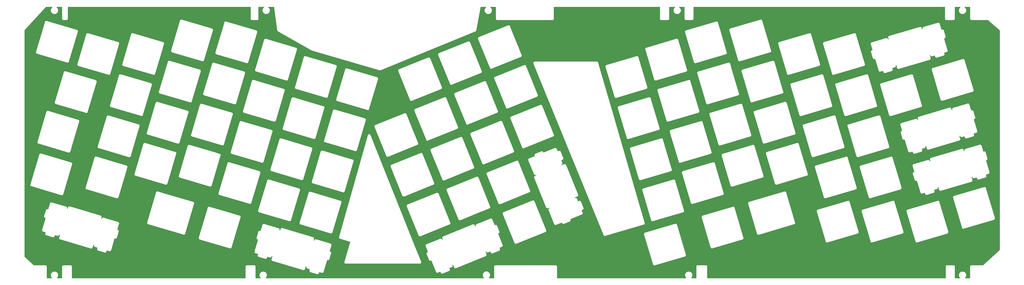
<source format=gtl>
G04 #@! TF.GenerationSoftware,KiCad,Pcbnew,(5.1.5-0-10_14)*
G04 #@! TF.CreationDate,2020-03-08T13:20:43+09:00*
G04 #@! TF.ProjectId,ColiceKeyPlate,436f6c69-6365-44b6-9579-506c6174652e,rev?*
G04 #@! TF.SameCoordinates,Original*
G04 #@! TF.FileFunction,Copper,L1,Top*
G04 #@! TF.FilePolarity,Positive*
%FSLAX46Y46*%
G04 Gerber Fmt 4.6, Leading zero omitted, Abs format (unit mm)*
G04 Created by KiCad (PCBNEW (5.1.5-0-10_14)) date 2020-03-08 13:20:43*
%MOMM*%
%LPD*%
G04 APERTURE LIST*
%ADD10C,0.254000*%
G04 APERTURE END LIST*
D10*
G36*
X27254002Y-15992337D02*
G01*
X27012337Y-16234002D01*
X26822463Y-16518169D01*
X26691675Y-16833919D01*
X26625000Y-17169117D01*
X26625000Y-17510883D01*
X26691675Y-17846081D01*
X26822463Y-18161831D01*
X27012337Y-18445998D01*
X27254002Y-18687663D01*
X27538169Y-18877537D01*
X27853919Y-19008325D01*
X28189117Y-19075000D01*
X28530883Y-19075000D01*
X28866081Y-19008325D01*
X29181831Y-18877537D01*
X29465998Y-18687663D01*
X29707663Y-18445998D01*
X29897537Y-18161831D01*
X30028325Y-17846081D01*
X30095000Y-17510883D01*
X30095000Y-17169117D01*
X30028325Y-16833919D01*
X29897537Y-16518169D01*
X29707663Y-16234002D01*
X29465998Y-15992337D01*
X29390916Y-15942169D01*
X31614220Y-15942169D01*
X31614219Y-20991890D01*
X31610663Y-21027995D01*
X31624854Y-21172080D01*
X31666882Y-21310628D01*
X31735132Y-21438315D01*
X31826981Y-21550233D01*
X31938899Y-21642082D01*
X32066586Y-21710332D01*
X32205134Y-21752360D01*
X32349219Y-21766551D01*
X32385324Y-21762995D01*
X33601290Y-21762995D01*
X33637395Y-21766551D01*
X33673500Y-21762995D01*
X33781480Y-21752360D01*
X33920028Y-21710332D01*
X34047715Y-21642082D01*
X34159633Y-21550233D01*
X34251482Y-21438315D01*
X34319732Y-21310628D01*
X34361760Y-21172080D01*
X34375951Y-21027995D01*
X34372395Y-20991890D01*
X34372395Y-15942169D01*
X114902626Y-15942169D01*
X114902625Y-20991890D01*
X114899069Y-21027995D01*
X114913260Y-21172080D01*
X114955288Y-21310628D01*
X115023538Y-21438315D01*
X115115387Y-21550233D01*
X115227305Y-21642082D01*
X115354992Y-21710332D01*
X115493540Y-21752360D01*
X115637625Y-21766551D01*
X115673730Y-21762995D01*
X117813322Y-21762995D01*
X117849427Y-21766551D01*
X117885532Y-21762995D01*
X117993512Y-21752360D01*
X118132060Y-21710332D01*
X118259747Y-21642082D01*
X118371665Y-21550233D01*
X118463514Y-21438315D01*
X118531764Y-21310628D01*
X118573792Y-21172080D01*
X118587983Y-21027995D01*
X118584427Y-20991890D01*
X118584427Y-15942169D01*
X120829084Y-15942169D01*
X120754002Y-15992337D01*
X120512337Y-16234002D01*
X120322463Y-16518169D01*
X120191675Y-16833919D01*
X120125000Y-17169117D01*
X120125000Y-17510883D01*
X120191675Y-17846081D01*
X120322463Y-18161831D01*
X120512337Y-18445998D01*
X120754002Y-18687663D01*
X121038169Y-18877537D01*
X121353919Y-19008325D01*
X121689117Y-19075000D01*
X122030883Y-19075000D01*
X122366081Y-19008325D01*
X122681831Y-18877537D01*
X122965998Y-18687663D01*
X123207663Y-18445998D01*
X123397537Y-18161831D01*
X123528325Y-17846081D01*
X123595000Y-17510883D01*
X123595000Y-17169117D01*
X123528325Y-16833919D01*
X123397537Y-16518169D01*
X123207663Y-16234002D01*
X122965998Y-15992337D01*
X122890916Y-15942169D01*
X125210451Y-15942169D01*
X126639894Y-26118625D01*
X126639599Y-26130295D01*
X126649943Y-26190169D01*
X126653360Y-26214492D01*
X126656098Y-26225791D01*
X126664248Y-26272964D01*
X126673103Y-26295970D01*
X126678912Y-26319943D01*
X126699059Y-26363404D01*
X126716256Y-26408083D01*
X126729429Y-26428919D01*
X126739803Y-26451298D01*
X126768041Y-26489993D01*
X126793625Y-26530459D01*
X126810611Y-26548326D01*
X126825151Y-26568250D01*
X126860392Y-26600689D01*
X126893382Y-26635390D01*
X126913530Y-26649601D01*
X126931675Y-26666304D01*
X126972568Y-26691245D01*
X126982047Y-26697931D01*
X127003362Y-26710026D01*
X127055281Y-26741692D01*
X127066251Y-26745713D01*
X141953967Y-35193811D01*
X141995242Y-35220789D01*
X142050317Y-35242950D01*
X142104588Y-35267054D01*
X142152701Y-35277895D01*
X172004927Y-44003870D01*
X172069512Y-44023666D01*
X172110380Y-44027810D01*
X172150751Y-44035416D01*
X172182232Y-44035097D01*
X172213556Y-44038273D01*
X172254455Y-44034364D01*
X172295525Y-44033947D01*
X172326335Y-44027493D01*
X172357680Y-44024497D01*
X172397029Y-44012685D01*
X172437232Y-44004263D01*
X172499398Y-43977771D01*
X172549807Y-43957061D01*
X180067025Y-43957061D01*
X180079959Y-44101264D01*
X180120776Y-44240173D01*
X180137600Y-44272320D01*
X185317462Y-57092925D01*
X185327690Y-57127732D01*
X185344512Y-57159875D01*
X185394822Y-57256009D01*
X185485691Y-57368724D01*
X185596804Y-57461547D01*
X185723890Y-57530908D01*
X185862066Y-57574144D01*
X186006022Y-57589592D01*
X186006023Y-57589592D01*
X186150225Y-57576658D01*
X186254327Y-57546069D01*
X186254328Y-57546069D01*
X186289135Y-57535841D01*
X186321279Y-57519018D01*
X193900789Y-54456693D01*
X204803619Y-54456693D01*
X204816553Y-54600895D01*
X204827687Y-54638785D01*
X204857370Y-54739805D01*
X204874192Y-54771949D01*
X210053917Y-67592211D01*
X210064145Y-67627018D01*
X210080967Y-67659161D01*
X210131277Y-67755295D01*
X210222146Y-67868010D01*
X210333259Y-67960833D01*
X210460345Y-68030194D01*
X210598521Y-68073430D01*
X210613969Y-68075088D01*
X210742478Y-68088878D01*
X210886680Y-68075944D01*
X210990782Y-68045355D01*
X210990783Y-68045355D01*
X211025590Y-68035127D01*
X211057734Y-68018305D01*
X218638489Y-64955477D01*
X229539596Y-64955477D01*
X229552530Y-65099679D01*
X229593347Y-65238589D01*
X229610171Y-65270736D01*
X234789894Y-78090998D01*
X234800121Y-78125802D01*
X234816942Y-78157943D01*
X234816943Y-78157946D01*
X234867253Y-78254079D01*
X234958122Y-78366795D01*
X235069235Y-78459617D01*
X235196321Y-78528978D01*
X235334497Y-78572214D01*
X235478453Y-78587662D01*
X235478454Y-78587662D01*
X235622656Y-78574728D01*
X235726758Y-78544139D01*
X235726759Y-78544139D01*
X235761566Y-78533911D01*
X235793710Y-78517089D01*
X248614644Y-73337089D01*
X248649448Y-73326862D01*
X248681589Y-73310041D01*
X248681592Y-73310040D01*
X248777725Y-73259730D01*
X248890440Y-73168861D01*
X248983263Y-73057748D01*
X249052624Y-72930662D01*
X249095860Y-72792486D01*
X249111308Y-72648530D01*
X249106718Y-72597350D01*
X249098374Y-72504326D01*
X249067785Y-72400224D01*
X249067784Y-72400220D01*
X249057557Y-72365417D01*
X249040736Y-72333276D01*
X243861012Y-59513020D01*
X243850782Y-59478204D01*
X243783649Y-59349927D01*
X243692780Y-59237212D01*
X243581667Y-59144389D01*
X243454581Y-59075028D01*
X243316405Y-59031792D01*
X243172449Y-59016344D01*
X243028245Y-59029278D01*
X242924144Y-59059867D01*
X242924140Y-59059868D01*
X242889337Y-59070095D01*
X242857196Y-59086916D01*
X230036269Y-64266915D01*
X230001456Y-64277144D01*
X229895495Y-64332598D01*
X229873179Y-64344277D01*
X229760464Y-64435146D01*
X229667641Y-64546259D01*
X229598280Y-64673345D01*
X229555044Y-64811521D01*
X229539596Y-64955477D01*
X218638489Y-64955477D01*
X223878667Y-62838305D01*
X223913471Y-62828078D01*
X223945612Y-62811257D01*
X223945615Y-62811256D01*
X224041748Y-62760946D01*
X224154463Y-62670077D01*
X224247286Y-62558964D01*
X224316647Y-62431878D01*
X224359883Y-62293702D01*
X224365102Y-62245064D01*
X224375331Y-62149746D01*
X224362397Y-62005542D01*
X224331808Y-61901441D01*
X224331808Y-61901440D01*
X224321580Y-61866633D01*
X224304758Y-61834489D01*
X219125036Y-49014236D01*
X219114806Y-48979420D01*
X219047673Y-48851143D01*
X218956804Y-48738428D01*
X218845691Y-48645605D01*
X218718605Y-48576244D01*
X218580429Y-48533008D01*
X218436473Y-48517560D01*
X218292270Y-48530494D01*
X218188168Y-48561083D01*
X218188164Y-48561084D01*
X218153361Y-48571311D01*
X218121220Y-48588132D01*
X205300292Y-53768131D01*
X205265479Y-53778360D01*
X205137202Y-53845493D01*
X205024487Y-53936362D01*
X204931664Y-54047475D01*
X204862303Y-54174561D01*
X204819067Y-54312737D01*
X204803619Y-54456693D01*
X193900789Y-54456693D01*
X199142219Y-52339015D01*
X199177016Y-52328790D01*
X199209150Y-52311973D01*
X199209160Y-52311969D01*
X199305294Y-52261659D01*
X199418009Y-52170790D01*
X199510831Y-52059677D01*
X199516896Y-52048566D01*
X199546062Y-51995127D01*
X199580193Y-51932591D01*
X199596421Y-51880728D01*
X199623429Y-51794414D01*
X199638876Y-51650458D01*
X199625943Y-51506254D01*
X199595354Y-51402153D01*
X199595350Y-51402143D01*
X199585125Y-51367346D01*
X199568309Y-51335214D01*
X194388439Y-38514597D01*
X194378210Y-38479787D01*
X194354163Y-38433839D01*
X194311078Y-38351510D01*
X194220209Y-38238795D01*
X194109096Y-38145972D01*
X193982010Y-38076611D01*
X193843834Y-38033375D01*
X193699878Y-38017927D01*
X193577608Y-38028894D01*
X193555674Y-38030861D01*
X193451573Y-38061450D01*
X193451569Y-38061451D01*
X193416766Y-38071678D01*
X193384625Y-38088499D01*
X180563697Y-43268499D01*
X180528885Y-43278728D01*
X180411645Y-43340085D01*
X180400608Y-43345861D01*
X180287893Y-43436730D01*
X180195070Y-43547843D01*
X180125709Y-43674929D01*
X180082473Y-43813105D01*
X180067025Y-43957061D01*
X172549807Y-43957061D01*
X189876123Y-36838732D01*
X197685498Y-36838732D01*
X197698432Y-36982934D01*
X197739249Y-37121844D01*
X197756073Y-37153991D01*
X202936069Y-49974928D01*
X202946296Y-50009732D01*
X202963117Y-50041873D01*
X202963118Y-50041876D01*
X203013428Y-50138009D01*
X203104297Y-50250724D01*
X203215410Y-50343547D01*
X203342496Y-50412908D01*
X203480672Y-50456144D01*
X203624628Y-50471592D01*
X203624629Y-50471592D01*
X203768832Y-50458658D01*
X203872933Y-50428069D01*
X203872934Y-50428069D01*
X203907741Y-50417841D01*
X203939885Y-50401018D01*
X211521936Y-47337666D01*
X222421535Y-47337666D01*
X222434469Y-47481868D01*
X222475286Y-47620778D01*
X222492110Y-47652925D01*
X227671833Y-60473187D01*
X227682060Y-60507991D01*
X227698881Y-60540132D01*
X227698882Y-60540135D01*
X227749192Y-60636268D01*
X227840061Y-60748984D01*
X227951174Y-60841806D01*
X228078260Y-60911167D01*
X228216436Y-60954403D01*
X228360392Y-60969851D01*
X228360393Y-60969851D01*
X228504595Y-60956917D01*
X228608697Y-60926328D01*
X228608698Y-60926328D01*
X228643505Y-60916100D01*
X228675649Y-60899278D01*
X241496583Y-55719278D01*
X241531387Y-55709051D01*
X241563528Y-55692230D01*
X241563531Y-55692229D01*
X241659664Y-55641919D01*
X241772379Y-55551050D01*
X241865202Y-55439937D01*
X241934563Y-55312851D01*
X241977799Y-55174675D01*
X241993247Y-55030719D01*
X241980313Y-54886516D01*
X241976276Y-54872776D01*
X241949724Y-54782413D01*
X241949723Y-54782409D01*
X241939496Y-54747606D01*
X241922675Y-54715465D01*
X236742951Y-41895209D01*
X236732721Y-41860393D01*
X236665588Y-41732116D01*
X236574719Y-41619401D01*
X236463606Y-41526578D01*
X236336520Y-41457217D01*
X236198344Y-41413981D01*
X236054388Y-41398533D01*
X235910184Y-41411467D01*
X235806083Y-41442056D01*
X235806079Y-41442057D01*
X235771276Y-41452284D01*
X235739135Y-41469105D01*
X222918208Y-46649104D01*
X222883395Y-46659333D01*
X222772925Y-46717147D01*
X222755118Y-46726466D01*
X222642403Y-46817335D01*
X222549580Y-46928448D01*
X222480219Y-47055534D01*
X222436983Y-47193710D01*
X222421535Y-47337666D01*
X211521936Y-47337666D01*
X216760815Y-45221019D01*
X216795622Y-45210791D01*
X216840549Y-45187279D01*
X216923899Y-45143659D01*
X217036614Y-45052790D01*
X217117625Y-44955815D01*
X217129437Y-44941676D01*
X217187754Y-44834826D01*
X217198798Y-44814591D01*
X217217819Y-44753801D01*
X217242034Y-44676415D01*
X217257482Y-44532458D01*
X217244548Y-44388255D01*
X217213959Y-44284154D01*
X217213956Y-44284146D01*
X217203730Y-44249346D01*
X217186912Y-44217210D01*
X212006914Y-31396275D01*
X211996684Y-31361459D01*
X211929551Y-31233182D01*
X211838682Y-31120467D01*
X211727569Y-31027644D01*
X211600483Y-30958283D01*
X211462307Y-30915047D01*
X211318351Y-30899599D01*
X211174147Y-30912533D01*
X211070046Y-30943122D01*
X211070042Y-30943123D01*
X211035239Y-30953350D01*
X211003098Y-30970171D01*
X198182171Y-36150170D01*
X198147358Y-36160399D01*
X198070728Y-36200503D01*
X198019081Y-36227532D01*
X197906366Y-36318401D01*
X197813543Y-36429514D01*
X197744182Y-36556600D01*
X197700946Y-36694776D01*
X197685498Y-36838732D01*
X189876123Y-36838732D01*
X207202232Y-29720488D01*
X215303729Y-29720488D01*
X215316663Y-29864690D01*
X215343098Y-29954653D01*
X215357480Y-30003600D01*
X215374302Y-30035744D01*
X220554170Y-42856361D01*
X220564395Y-42891159D01*
X220581213Y-42923295D01*
X220581216Y-42923302D01*
X220631527Y-43019436D01*
X220722396Y-43132151D01*
X220805260Y-43201374D01*
X220833510Y-43224974D01*
X220855772Y-43237124D01*
X220960595Y-43294335D01*
X221009048Y-43309496D01*
X221098772Y-43337571D01*
X221242728Y-43353019D01*
X221386930Y-43340085D01*
X221491032Y-43309496D01*
X221491042Y-43309492D01*
X221525839Y-43299267D01*
X221557973Y-43282450D01*
X228066728Y-40652739D01*
X239774835Y-40652739D01*
X239781703Y-40722477D01*
X239788144Y-40792327D01*
X239788798Y-40794534D01*
X239789024Y-40796824D01*
X239809373Y-40863909D01*
X239818995Y-40896351D01*
X239819857Y-40898469D01*
X239831051Y-40935372D01*
X239847075Y-40965351D01*
X270760720Y-116929102D01*
X270787207Y-116994802D01*
X270807733Y-117026161D01*
X270825201Y-117059335D01*
X270847291Y-117086595D01*
X270866499Y-117115941D01*
X270892747Y-117142692D01*
X270916352Y-117171822D01*
X270943334Y-117194248D01*
X270967900Y-117219284D01*
X270998868Y-117240403D01*
X271027698Y-117264365D01*
X271058534Y-117281095D01*
X271087514Y-117300858D01*
X271122008Y-117315531D01*
X271154958Y-117333407D01*
X271188461Y-117343798D01*
X271220744Y-117357530D01*
X271257442Y-117365192D01*
X271293242Y-117376295D01*
X271328129Y-117379950D01*
X271362471Y-117387120D01*
X271399957Y-117387475D01*
X271437237Y-117391381D01*
X271472167Y-117388160D01*
X271507246Y-117388492D01*
X271544081Y-117381527D01*
X271581407Y-117378085D01*
X271649545Y-117357877D01*
X274736284Y-116453390D01*
X288655731Y-116453390D01*
X288683046Y-116595572D01*
X288696714Y-116629189D01*
X292624040Y-129887649D01*
X292630883Y-129923270D01*
X292644545Y-129956873D01*
X292644546Y-129956877D01*
X292685411Y-130057390D01*
X292765058Y-130178296D01*
X292866763Y-130281341D01*
X292986616Y-130362564D01*
X293120011Y-130418844D01*
X293261824Y-130448019D01*
X293406603Y-130448966D01*
X293406604Y-130448966D01*
X293432469Y-130443997D01*
X293548785Y-130421651D01*
X293582400Y-130407984D01*
X306840793Y-126480675D01*
X306876408Y-126473833D01*
X306910006Y-126460173D01*
X306910017Y-126460170D01*
X307010530Y-126419305D01*
X307131436Y-126339658D01*
X307234481Y-126237953D01*
X307315703Y-126118100D01*
X307371984Y-125984704D01*
X307401158Y-125842892D01*
X307402105Y-125698112D01*
X307374790Y-125555930D01*
X307361123Y-125522315D01*
X303433798Y-112263860D01*
X303426953Y-112228232D01*
X303372424Y-112094111D01*
X303292777Y-111973205D01*
X303191072Y-111870161D01*
X303071219Y-111788938D01*
X302937824Y-111732658D01*
X302796011Y-111703483D01*
X302651233Y-111702536D01*
X302651232Y-111702536D01*
X302617076Y-111709098D01*
X302509051Y-111729851D01*
X302475438Y-111743517D01*
X289217053Y-115670825D01*
X289181428Y-115677669D01*
X289147820Y-115691333D01*
X289147819Y-115691333D01*
X289047306Y-115732198D01*
X288926400Y-115811845D01*
X288859341Y-115878033D01*
X288823356Y-115913550D01*
X288742133Y-116033403D01*
X288685853Y-116166798D01*
X288670156Y-116243099D01*
X288656678Y-116308611D01*
X288655731Y-116453390D01*
X274736284Y-116453390D01*
X288631264Y-112381835D01*
X288665702Y-112375444D01*
X288700538Y-112361537D01*
X288701741Y-112361184D01*
X288734337Y-112348043D01*
X288800164Y-112321763D01*
X288801210Y-112321083D01*
X288802374Y-112320614D01*
X288862048Y-112281554D01*
X288921570Y-112242880D01*
X288922464Y-112242008D01*
X288923513Y-112241322D01*
X288974429Y-112191363D01*
X289025255Y-112141827D01*
X289025961Y-112140799D01*
X289026856Y-112139921D01*
X289067012Y-112081040D01*
X289107232Y-112022489D01*
X289107725Y-112021341D01*
X289108430Y-112020307D01*
X289136279Y-111954836D01*
X289164352Y-111889451D01*
X289164612Y-111888227D01*
X289165101Y-111887077D01*
X289179645Y-111817418D01*
X289194420Y-111747825D01*
X289194436Y-111746576D01*
X289194692Y-111745350D01*
X289195366Y-111674249D01*
X289196281Y-111603054D01*
X289196052Y-111601821D01*
X289196064Y-111600574D01*
X289182863Y-111530757D01*
X289176482Y-111496373D01*
X289176136Y-111495178D01*
X289169166Y-111458313D01*
X289156066Y-111425819D01*
X284947410Y-96881386D01*
X287826007Y-96881386D01*
X287853322Y-97023569D01*
X287866990Y-97057186D01*
X291794295Y-110315581D01*
X291801137Y-110351197D01*
X291814797Y-110384795D01*
X291814800Y-110384806D01*
X291855665Y-110485319D01*
X291935312Y-110606225D01*
X292037017Y-110709270D01*
X292156870Y-110790492D01*
X292290265Y-110846773D01*
X292432078Y-110875947D01*
X292576857Y-110876895D01*
X292719039Y-110849579D01*
X292752655Y-110835912D01*
X299228673Y-108917631D01*
X314096287Y-108917631D01*
X314123602Y-109059813D01*
X314137270Y-109093430D01*
X318064595Y-122351893D01*
X318071438Y-122387511D01*
X318085099Y-122421111D01*
X318085101Y-122421119D01*
X318125966Y-122521632D01*
X318205613Y-122642538D01*
X318307318Y-122745582D01*
X318427171Y-122826805D01*
X318560566Y-122883085D01*
X318702379Y-122912260D01*
X318847158Y-122913207D01*
X318989340Y-122885892D01*
X319022955Y-122872225D01*
X332281345Y-118944918D01*
X332316963Y-118938075D01*
X332350561Y-118924415D01*
X332350572Y-118924412D01*
X332451085Y-118883547D01*
X332571991Y-118803900D01*
X332675036Y-118702195D01*
X332756259Y-118582342D01*
X332812539Y-118448946D01*
X332841713Y-118307134D01*
X332842661Y-118162354D01*
X332815345Y-118020172D01*
X332801682Y-117986566D01*
X328874354Y-104728101D01*
X328867509Y-104692473D01*
X328812980Y-104558352D01*
X328733333Y-104437446D01*
X328631628Y-104334402D01*
X328511775Y-104253179D01*
X328378380Y-104196899D01*
X328236567Y-104167724D01*
X328091789Y-104166777D01*
X328091788Y-104166777D01*
X328057632Y-104173339D01*
X327949607Y-104194092D01*
X327915995Y-104207758D01*
X314657609Y-108135066D01*
X314621984Y-108141910D01*
X314588377Y-108155573D01*
X314588375Y-108155574D01*
X314487862Y-108196439D01*
X314366956Y-108276086D01*
X314340306Y-108302390D01*
X314263912Y-108377791D01*
X314182689Y-108497644D01*
X314139055Y-108601067D01*
X314126409Y-108631040D01*
X314097234Y-108772852D01*
X314096287Y-108917631D01*
X299228673Y-108917631D01*
X306011013Y-106908614D01*
X306046629Y-106901772D01*
X306080227Y-106888112D01*
X306080238Y-106888109D01*
X306180751Y-106847244D01*
X306301657Y-106767597D01*
X306404701Y-106665892D01*
X306485924Y-106546039D01*
X306542204Y-106412644D01*
X306571379Y-106270831D01*
X306572326Y-106126052D01*
X306545011Y-105983870D01*
X306531345Y-105950257D01*
X302604039Y-92691866D01*
X302597195Y-92656241D01*
X302542666Y-92522119D01*
X302463019Y-92401213D01*
X302361314Y-92298169D01*
X302241461Y-92216946D01*
X302211658Y-92204372D01*
X302108066Y-92160666D01*
X301966253Y-92131491D01*
X301821475Y-92130544D01*
X301821473Y-92130544D01*
X301780369Y-92138441D01*
X301679293Y-92157859D01*
X301645681Y-92171525D01*
X288387329Y-96098822D01*
X288351704Y-96105666D01*
X288318097Y-96119329D01*
X288318095Y-96119330D01*
X288217582Y-96160195D01*
X288096676Y-96239842D01*
X287993632Y-96341547D01*
X287912409Y-96461400D01*
X287856129Y-96594795D01*
X287826954Y-96736608D01*
X287826007Y-96881386D01*
X284947410Y-96881386D01*
X279675570Y-78662766D01*
X282429416Y-78662766D01*
X282456731Y-78804949D01*
X282470399Y-78838566D01*
X286397704Y-92096960D01*
X286404547Y-92132578D01*
X286418208Y-92166178D01*
X286418210Y-92166186D01*
X286459075Y-92266698D01*
X286538722Y-92387604D01*
X286640427Y-92490649D01*
X286760280Y-92571872D01*
X286893675Y-92628152D01*
X287035488Y-92657327D01*
X287180267Y-92658274D01*
X287180268Y-92658274D01*
X287206133Y-92653305D01*
X287322449Y-92630959D01*
X287356064Y-92617292D01*
X298869186Y-89206955D01*
X305370130Y-89206955D01*
X305397445Y-89349137D01*
X305411113Y-89382754D01*
X309338418Y-102641148D01*
X309345261Y-102676766D01*
X309358922Y-102710366D01*
X309358924Y-102710374D01*
X309399789Y-102810886D01*
X309479436Y-102931792D01*
X309581141Y-103034837D01*
X309700994Y-103116060D01*
X309834389Y-103172340D01*
X309976202Y-103201515D01*
X310120981Y-103202462D01*
X310120982Y-103202462D01*
X310146847Y-103197493D01*
X310263163Y-103175147D01*
X310296778Y-103161480D01*
X311369164Y-102843825D01*
X334598328Y-102843825D01*
X334625643Y-102986007D01*
X334639311Y-103019624D01*
X338566636Y-116278087D01*
X338573479Y-116313706D01*
X338587140Y-116347306D01*
X338587142Y-116347314D01*
X338628007Y-116447827D01*
X338707654Y-116568733D01*
X338809359Y-116671777D01*
X338929212Y-116753000D01*
X339062607Y-116809280D01*
X339204420Y-116838455D01*
X339349199Y-116839403D01*
X339491381Y-116812087D01*
X339524996Y-116798420D01*
X355066548Y-112194809D01*
X355102163Y-112187967D01*
X355135761Y-112174307D01*
X355135772Y-112174304D01*
X355236285Y-112133439D01*
X355357191Y-112053792D01*
X355460236Y-111952087D01*
X355541458Y-111832234D01*
X355597738Y-111698838D01*
X355626913Y-111557026D01*
X355627860Y-111412246D01*
X355600545Y-111270064D01*
X355586878Y-111236449D01*
X354119216Y-106281695D01*
X364912493Y-106281695D01*
X364939808Y-106423877D01*
X364953476Y-106457494D01*
X368880781Y-119715888D01*
X368887624Y-119751506D01*
X368901285Y-119785106D01*
X368901287Y-119785114D01*
X368942152Y-119885626D01*
X369021799Y-120006532D01*
X369123504Y-120109577D01*
X369243357Y-120190800D01*
X369376752Y-120247080D01*
X369518565Y-120276255D01*
X369663344Y-120277202D01*
X369663345Y-120277202D01*
X369689210Y-120272233D01*
X369805526Y-120249887D01*
X369839141Y-120236220D01*
X383097534Y-116308911D01*
X383133149Y-116302069D01*
X383166747Y-116288409D01*
X383166758Y-116288406D01*
X383267271Y-116247541D01*
X383388177Y-116167894D01*
X383491222Y-116066189D01*
X383572444Y-115946336D01*
X383628725Y-115812940D01*
X383657899Y-115671128D01*
X383658846Y-115526348D01*
X383631531Y-115384166D01*
X383617864Y-115350551D01*
X380931558Y-106281711D01*
X384729926Y-106281711D01*
X384757241Y-106423893D01*
X384770909Y-106457510D01*
X388698214Y-119715904D01*
X388705057Y-119751522D01*
X388718717Y-119785121D01*
X388718720Y-119785130D01*
X388759585Y-119885642D01*
X388839232Y-120006548D01*
X388940937Y-120109593D01*
X389060790Y-120190816D01*
X389194185Y-120247096D01*
X389335998Y-120276271D01*
X389480777Y-120277218D01*
X389480778Y-120277218D01*
X389508058Y-120271977D01*
X389622959Y-120249903D01*
X389656574Y-120236236D01*
X402914967Y-116308927D01*
X402950582Y-116302085D01*
X402984180Y-116288425D01*
X402984191Y-116288422D01*
X403084704Y-116247557D01*
X403205610Y-116167910D01*
X403308655Y-116066205D01*
X403389877Y-115946352D01*
X403446158Y-115812956D01*
X403475332Y-115671144D01*
X403476279Y-115526364D01*
X403448964Y-115384182D01*
X403435297Y-115350567D01*
X400748983Y-106281702D01*
X404547351Y-106281702D01*
X404574666Y-106423884D01*
X404588334Y-106457501D01*
X408515639Y-119715895D01*
X408522482Y-119751513D01*
X408536143Y-119785113D01*
X408536145Y-119785121D01*
X408577010Y-119885633D01*
X408656657Y-120006539D01*
X408758362Y-120109584D01*
X408878215Y-120190807D01*
X409011610Y-120247087D01*
X409153423Y-120276262D01*
X409298202Y-120277209D01*
X409298203Y-120277209D01*
X409325436Y-120271977D01*
X409440384Y-120249894D01*
X409473999Y-120236227D01*
X422732392Y-116308918D01*
X422768007Y-116302076D01*
X422801605Y-116288416D01*
X422801616Y-116288413D01*
X422902129Y-116247548D01*
X423023035Y-116167901D01*
X423126080Y-116066196D01*
X423207302Y-115946343D01*
X423263583Y-115812947D01*
X423292757Y-115671135D01*
X423293704Y-115526355D01*
X423266389Y-115384173D01*
X423252722Y-115350558D01*
X419325418Y-102092172D01*
X419318573Y-102056544D01*
X419264044Y-101922423D01*
X419184397Y-101801517D01*
X419082692Y-101698473D01*
X418962839Y-101617250D01*
X418829444Y-101560970D01*
X418687631Y-101531795D01*
X418686561Y-101531788D01*
X418542853Y-101530848D01*
X418542852Y-101530848D01*
X418508696Y-101537410D01*
X418400671Y-101558163D01*
X418367059Y-101571829D01*
X405108673Y-105499137D01*
X405073048Y-105505981D01*
X405039441Y-105519644D01*
X405039439Y-105519645D01*
X404938926Y-105560510D01*
X404818020Y-105640157D01*
X404714983Y-105741855D01*
X404714976Y-105741862D01*
X404633753Y-105861715D01*
X404577473Y-105995110D01*
X404562094Y-106069866D01*
X404548298Y-106136923D01*
X404547351Y-106281702D01*
X400748983Y-106281702D01*
X399507993Y-102092181D01*
X399501148Y-102056553D01*
X399446619Y-101922432D01*
X399366972Y-101801526D01*
X399265267Y-101698482D01*
X399145414Y-101617259D01*
X399012019Y-101560979D01*
X398870206Y-101531804D01*
X398867760Y-101531788D01*
X398725428Y-101530857D01*
X398725427Y-101530857D01*
X398691271Y-101537419D01*
X398583246Y-101558172D01*
X398549634Y-101571838D01*
X385291248Y-105499146D01*
X385255623Y-105505990D01*
X385222016Y-105519653D01*
X385222014Y-105519654D01*
X385121501Y-105560519D01*
X385000595Y-105640166D01*
X384923491Y-105716268D01*
X384897551Y-105741871D01*
X384816328Y-105861724D01*
X384760048Y-105995119D01*
X384747331Y-106056932D01*
X384730873Y-106136932D01*
X384729926Y-106281711D01*
X380931558Y-106281711D01*
X379690560Y-102092165D01*
X379683715Y-102056537D01*
X379629186Y-101922416D01*
X379549539Y-101801510D01*
X379447834Y-101698466D01*
X379327981Y-101617243D01*
X379194586Y-101560963D01*
X379052773Y-101531788D01*
X378907995Y-101530841D01*
X378907994Y-101530841D01*
X378873838Y-101537403D01*
X378765813Y-101558156D01*
X378732201Y-101571822D01*
X365473815Y-105499130D01*
X365438190Y-105505974D01*
X365404583Y-105519637D01*
X365404581Y-105519638D01*
X365304068Y-105560503D01*
X365183162Y-105640150D01*
X365106042Y-105716268D01*
X365080118Y-105741855D01*
X364998895Y-105861708D01*
X364942615Y-105995103D01*
X364934427Y-106034904D01*
X364913440Y-106136916D01*
X364912493Y-106281695D01*
X354119216Y-106281695D01*
X351659553Y-97977996D01*
X351652708Y-97942366D01*
X351598179Y-97808245D01*
X351518532Y-97687339D01*
X351416828Y-97584294D01*
X351296975Y-97503072D01*
X351163579Y-97446792D01*
X351021766Y-97417617D01*
X350876988Y-97416670D01*
X350876987Y-97416670D01*
X350770433Y-97437140D01*
X350770427Y-97437142D01*
X350734806Y-97443985D01*
X350701202Y-97457647D01*
X335159650Y-102061260D01*
X335124025Y-102068104D01*
X335090418Y-102081767D01*
X335090416Y-102081768D01*
X334989903Y-102122633D01*
X334868997Y-102202280D01*
X334790958Y-102279305D01*
X334765953Y-102303985D01*
X334684730Y-102423838D01*
X334628450Y-102557233D01*
X334619115Y-102602607D01*
X334599275Y-102699046D01*
X334598328Y-102843825D01*
X311369164Y-102843825D01*
X323555131Y-99234182D01*
X323590752Y-99227339D01*
X323624353Y-99213678D01*
X323624360Y-99213676D01*
X323724873Y-99172811D01*
X323845779Y-99093164D01*
X323948824Y-98991459D01*
X324030047Y-98871606D01*
X324086327Y-98738211D01*
X324098774Y-98677707D01*
X324115502Y-98596397D01*
X324116449Y-98451618D01*
X324095979Y-98345064D01*
X324095975Y-98345051D01*
X324089133Y-98309437D01*
X324075475Y-98275842D01*
X320148161Y-85017426D01*
X320141318Y-84981808D01*
X320127658Y-84948210D01*
X320127655Y-84948199D01*
X320086790Y-84847687D01*
X320007143Y-84726781D01*
X319905438Y-84623736D01*
X319785585Y-84542513D01*
X319652190Y-84486233D01*
X319510377Y-84457058D01*
X319365599Y-84456111D01*
X319365597Y-84456111D01*
X319300616Y-84468595D01*
X319223417Y-84483426D01*
X319189808Y-84497090D01*
X305931452Y-88424390D01*
X305895827Y-88431234D01*
X305862220Y-88444897D01*
X305862218Y-88444898D01*
X305761705Y-88485763D01*
X305640799Y-88565410D01*
X305581373Y-88624064D01*
X305537755Y-88667115D01*
X305456532Y-88786968D01*
X305400252Y-88920363D01*
X305375158Y-89042341D01*
X305371077Y-89062176D01*
X305370130Y-89206955D01*
X298869186Y-89206955D01*
X300614420Y-88689994D01*
X300650038Y-88683151D01*
X300683638Y-88669490D01*
X300683646Y-88669488D01*
X300784159Y-88628623D01*
X300905065Y-88548976D01*
X301008110Y-88447271D01*
X301089333Y-88327418D01*
X301145613Y-88194023D01*
X301151615Y-88164848D01*
X301174788Y-88052209D01*
X301175735Y-87907430D01*
X301155264Y-87800876D01*
X301155263Y-87800873D01*
X301148419Y-87765249D01*
X301134757Y-87731645D01*
X297207448Y-74473246D01*
X297200604Y-74437621D01*
X297146075Y-74303499D01*
X297066428Y-74182593D01*
X296964723Y-74079549D01*
X296844870Y-73998326D01*
X296815067Y-73985752D01*
X296711475Y-73942046D01*
X296569662Y-73912871D01*
X296424884Y-73911924D01*
X296424882Y-73911924D01*
X296383778Y-73919821D01*
X296282702Y-73939239D01*
X296249090Y-73952905D01*
X282990738Y-77880202D01*
X282955113Y-77887046D01*
X282921506Y-77900709D01*
X282921504Y-77900710D01*
X282820991Y-77941575D01*
X282700085Y-78021222D01*
X282597041Y-78122927D01*
X282515818Y-78242780D01*
X282459538Y-78376175D01*
X282430363Y-78517988D01*
X282429416Y-78662766D01*
X279675570Y-78662766D01*
X274403621Y-60443768D01*
X277032714Y-60443768D01*
X277060029Y-60585951D01*
X277073697Y-60619568D01*
X281001002Y-73877963D01*
X281007844Y-73913579D01*
X281021504Y-73947177D01*
X281021507Y-73947188D01*
X281062372Y-74047701D01*
X281142019Y-74168607D01*
X281243724Y-74271652D01*
X281363577Y-74352874D01*
X281496972Y-74409155D01*
X281638785Y-74438329D01*
X281783564Y-74439277D01*
X281925746Y-74411961D01*
X281959362Y-74398294D01*
X293471209Y-70988335D01*
X299973540Y-70988335D01*
X300000855Y-71130517D01*
X300014523Y-71164134D01*
X303941827Y-84422527D01*
X303948670Y-84458146D01*
X303962331Y-84491746D01*
X303962333Y-84491754D01*
X304003198Y-84592267D01*
X304082845Y-84713173D01*
X304184550Y-84816218D01*
X304304403Y-84897440D01*
X304437798Y-84953721D01*
X304579611Y-84982895D01*
X304724390Y-84983843D01*
X304866572Y-84956527D01*
X304900188Y-84942860D01*
X316411321Y-81533112D01*
X322914428Y-81533112D01*
X322941743Y-81675294D01*
X322955411Y-81708911D01*
X326882716Y-94967305D01*
X326889559Y-95002923D01*
X326903220Y-95036523D01*
X326903222Y-95036531D01*
X326944087Y-95137043D01*
X327023734Y-95257949D01*
X327125439Y-95360994D01*
X327245292Y-95442217D01*
X327378687Y-95498497D01*
X327520500Y-95527672D01*
X327665279Y-95528619D01*
X327665280Y-95528619D01*
X327691467Y-95523588D01*
X327807461Y-95501304D01*
X327841076Y-95487637D01*
X341099433Y-91560339D01*
X341135051Y-91553496D01*
X341168651Y-91539835D01*
X341168659Y-91539833D01*
X341269172Y-91498968D01*
X341390078Y-91419321D01*
X341493123Y-91317616D01*
X341574346Y-91197763D01*
X341630626Y-91064368D01*
X341644743Y-90995748D01*
X341659801Y-90922554D01*
X341660748Y-90777775D01*
X341640277Y-90671221D01*
X341640276Y-90671218D01*
X341633432Y-90635594D01*
X341619770Y-90601990D01*
X338683932Y-80690745D01*
X342482298Y-80690745D01*
X342509613Y-80832927D01*
X342523281Y-80866544D01*
X346450586Y-94124938D01*
X346457429Y-94160556D01*
X346471090Y-94194156D01*
X346471092Y-94194164D01*
X346511957Y-94294676D01*
X346591604Y-94415582D01*
X346693309Y-94518627D01*
X346813162Y-94599850D01*
X346946557Y-94656130D01*
X347088370Y-94685305D01*
X347233149Y-94686252D01*
X347233150Y-94686252D01*
X347279866Y-94677277D01*
X347375331Y-94658937D01*
X347408946Y-94645270D01*
X360667302Y-90717972D01*
X360702920Y-90711129D01*
X360736520Y-90697468D01*
X360736528Y-90697466D01*
X360837041Y-90656601D01*
X360957947Y-90576954D01*
X361060992Y-90475249D01*
X361142215Y-90355396D01*
X361198495Y-90222001D01*
X361212459Y-90154125D01*
X361227670Y-90080187D01*
X361228617Y-89935408D01*
X361208146Y-89828854D01*
X361208145Y-89828851D01*
X361201301Y-89793227D01*
X361187639Y-89759623D01*
X360284360Y-86710196D01*
X364082218Y-86710196D01*
X364109533Y-86852378D01*
X364123201Y-86885995D01*
X368050506Y-100144389D01*
X368057349Y-100180007D01*
X368071010Y-100213607D01*
X368071012Y-100213615D01*
X368111877Y-100314127D01*
X368191524Y-100435033D01*
X368293229Y-100538078D01*
X368413082Y-100619301D01*
X368546477Y-100675581D01*
X368688290Y-100704756D01*
X368833069Y-100705703D01*
X368833070Y-100705703D01*
X368858935Y-100700734D01*
X368975251Y-100678388D01*
X369008866Y-100664721D01*
X382267259Y-96737412D01*
X382302874Y-96730570D01*
X382336472Y-96716910D01*
X382336483Y-96716907D01*
X382436996Y-96676042D01*
X382557902Y-96596395D01*
X382660947Y-96494690D01*
X382742169Y-96374837D01*
X382798450Y-96241441D01*
X382827624Y-96099629D01*
X382828571Y-95954849D01*
X382801256Y-95812667D01*
X382787589Y-95779052D01*
X380101283Y-86710212D01*
X383899651Y-86710212D01*
X383926966Y-86852394D01*
X383940634Y-86886011D01*
X387867939Y-100144405D01*
X387874782Y-100180023D01*
X387888443Y-100213623D01*
X387888445Y-100213631D01*
X387929310Y-100314143D01*
X388008957Y-100435049D01*
X388110662Y-100538094D01*
X388230515Y-100619317D01*
X388363910Y-100675597D01*
X388505723Y-100704772D01*
X388650502Y-100705719D01*
X388650503Y-100705719D01*
X388676368Y-100700750D01*
X388792684Y-100678404D01*
X388826299Y-100664737D01*
X390435603Y-100188040D01*
X425119230Y-100188040D01*
X425146545Y-100330222D01*
X425160213Y-100363839D01*
X429087518Y-113622233D01*
X429094361Y-113657851D01*
X429108022Y-113691451D01*
X429108024Y-113691459D01*
X429148889Y-113791971D01*
X429228536Y-113912877D01*
X429330241Y-114015922D01*
X429450094Y-114097145D01*
X429583489Y-114153425D01*
X429725302Y-114182600D01*
X429870081Y-114183547D01*
X429870082Y-114183547D01*
X429902468Y-114177325D01*
X430012263Y-114156232D01*
X430045878Y-114142565D01*
X443304267Y-110215257D01*
X443339885Y-110208414D01*
X443373483Y-110194754D01*
X443373494Y-110194751D01*
X443474007Y-110153886D01*
X443594913Y-110074239D01*
X443697958Y-109972534D01*
X443779180Y-109852681D01*
X443835460Y-109719285D01*
X443864635Y-109577473D01*
X443865582Y-109432693D01*
X443862737Y-109417884D01*
X443845112Y-109326139D01*
X443845111Y-109326135D01*
X443838267Y-109290511D01*
X443824604Y-109256905D01*
X439897297Y-95998510D01*
X439890452Y-95962882D01*
X439835923Y-95828761D01*
X439756276Y-95707855D01*
X439654571Y-95604811D01*
X439534718Y-95523588D01*
X439401323Y-95467308D01*
X439259510Y-95438133D01*
X439114732Y-95437186D01*
X439114731Y-95437186D01*
X439090298Y-95441880D01*
X438972550Y-95464501D01*
X438938938Y-95478167D01*
X425680552Y-99405475D01*
X425644927Y-99412319D01*
X425611320Y-99425982D01*
X425611318Y-99425983D01*
X425510805Y-99466848D01*
X425389899Y-99546495D01*
X425307496Y-99627827D01*
X425286855Y-99648200D01*
X425205632Y-99768053D01*
X425149352Y-99901448D01*
X425140802Y-99943009D01*
X425120177Y-100043261D01*
X425119230Y-100188040D01*
X390435603Y-100188040D01*
X402084692Y-96737428D01*
X402120307Y-96730586D01*
X402153905Y-96716926D01*
X402153916Y-96716923D01*
X402254429Y-96676058D01*
X402375335Y-96596411D01*
X402478380Y-96494706D01*
X402559602Y-96374853D01*
X402615883Y-96241457D01*
X402645057Y-96099645D01*
X402646004Y-95954865D01*
X402618689Y-95812683D01*
X402605022Y-95779068D01*
X399751621Y-86146125D01*
X407239536Y-86146125D01*
X407266851Y-86288307D01*
X407280519Y-86321924D01*
X408028184Y-88846011D01*
X407919455Y-88878218D01*
X407883829Y-88885062D01*
X407850222Y-88898725D01*
X407850220Y-88898726D01*
X407749707Y-88939591D01*
X407628802Y-89019238D01*
X407525757Y-89120943D01*
X407444534Y-89240796D01*
X407388254Y-89374191D01*
X407359079Y-89516004D01*
X407358132Y-89660782D01*
X407385447Y-89802964D01*
X407399114Y-89836579D01*
X408172143Y-92446293D01*
X408178986Y-92481912D01*
X408192647Y-92515513D01*
X408192649Y-92515520D01*
X408233514Y-92616033D01*
X408313161Y-92736939D01*
X408414866Y-92839984D01*
X408534719Y-92921207D01*
X408668114Y-92977487D01*
X408681754Y-92980293D01*
X408809928Y-93006662D01*
X408954706Y-93007609D01*
X409061260Y-92987138D01*
X409061261Y-92987138D01*
X409096888Y-92980293D01*
X409130493Y-92966630D01*
X409239226Y-92934422D01*
X410751580Y-98040059D01*
X410758423Y-98075678D01*
X410772084Y-98109278D01*
X410772086Y-98109286D01*
X410812951Y-98209799D01*
X410892598Y-98330705D01*
X410994303Y-98433750D01*
X411114156Y-98514972D01*
X411247552Y-98571253D01*
X411389364Y-98600427D01*
X411534144Y-98601375D01*
X411676326Y-98574059D01*
X411709941Y-98560392D01*
X412699721Y-98267206D01*
X412812560Y-98648145D01*
X412819404Y-98683770D01*
X412873933Y-98817892D01*
X412953580Y-98938798D01*
X412993145Y-98978884D01*
X413055284Y-99041842D01*
X413175137Y-99123065D01*
X413308532Y-99179345D01*
X413450345Y-99208520D01*
X413595124Y-99209468D01*
X413737306Y-99182152D01*
X413770920Y-99168486D01*
X416624172Y-98323317D01*
X416659793Y-98316473D01*
X416693393Y-98302812D01*
X416693401Y-98302810D01*
X416793914Y-98261945D01*
X416914820Y-98182298D01*
X417017865Y-98080593D01*
X417099088Y-97960740D01*
X417155368Y-97827345D01*
X417163714Y-97786778D01*
X417184543Y-97685531D01*
X417185490Y-97540752D01*
X417165020Y-97434198D01*
X417165016Y-97434185D01*
X417158174Y-97398571D01*
X417144516Y-97364977D01*
X417031673Y-96984025D01*
X418021470Y-96690834D01*
X418057088Y-96683991D01*
X418090686Y-96670331D01*
X418090697Y-96670328D01*
X418191210Y-96629462D01*
X418312116Y-96549815D01*
X418415161Y-96448112D01*
X418496384Y-96328259D01*
X418552664Y-96194863D01*
X418581838Y-96053050D01*
X418582786Y-95908271D01*
X418555470Y-95766089D01*
X418541805Y-95732477D01*
X418537177Y-95716853D01*
X418584897Y-95702718D01*
X418921369Y-96838630D01*
X418928214Y-96874261D01*
X418982743Y-97008382D01*
X419062390Y-97129288D01*
X419079481Y-97146604D01*
X419164093Y-97232332D01*
X419283946Y-97313555D01*
X419417342Y-97369835D01*
X419559155Y-97399010D01*
X419703934Y-97399957D01*
X419703935Y-97399957D01*
X419736732Y-97393656D01*
X419846116Y-97372642D01*
X419879731Y-97358975D01*
X433417071Y-93349039D01*
X433452679Y-93342198D01*
X433486267Y-93328542D01*
X433486288Y-93328536D01*
X433586801Y-93287671D01*
X433707707Y-93208024D01*
X433810752Y-93106319D01*
X433891974Y-92986466D01*
X433948255Y-92853070D01*
X433977429Y-92711258D01*
X433978377Y-92566478D01*
X433951061Y-92424296D01*
X433937396Y-92390684D01*
X433600924Y-91254773D01*
X433648643Y-91240638D01*
X433653272Y-91256263D01*
X433660117Y-91291894D01*
X433714646Y-91426015D01*
X433794293Y-91546921D01*
X433895998Y-91649966D01*
X433925627Y-91670045D01*
X434015850Y-91731188D01*
X434149245Y-91787468D01*
X434207595Y-91799472D01*
X434291060Y-91816643D01*
X434434884Y-91817584D01*
X434435837Y-91817590D01*
X434435838Y-91817590D01*
X434542392Y-91797119D01*
X434542395Y-91797118D01*
X434578019Y-91790274D01*
X434611624Y-91776611D01*
X435601416Y-91483422D01*
X435714255Y-91864361D01*
X435721099Y-91899986D01*
X435734763Y-91933594D01*
X435734763Y-91933595D01*
X435775628Y-92034108D01*
X435855275Y-92155014D01*
X435956980Y-92258058D01*
X436076833Y-92339281D01*
X436210228Y-92395561D01*
X436352040Y-92424736D01*
X436424430Y-92425209D01*
X436496819Y-92425683D01*
X436496820Y-92425683D01*
X436639002Y-92398368D01*
X436672619Y-92384700D01*
X439525868Y-91539532D01*
X439561490Y-91532689D01*
X439595093Y-91519027D01*
X439595097Y-91519026D01*
X439695610Y-91478161D01*
X439816516Y-91398514D01*
X439919561Y-91296809D01*
X440000784Y-91176956D01*
X440057064Y-91043561D01*
X440072495Y-90968552D01*
X440086239Y-90901746D01*
X440087186Y-90756967D01*
X440066715Y-90650413D01*
X440066713Y-90650408D01*
X440059870Y-90614787D01*
X440046209Y-90581187D01*
X439933368Y-90200240D01*
X440923144Y-89907055D01*
X440958783Y-89900208D01*
X441092904Y-89845679D01*
X441213810Y-89766032D01*
X441286386Y-89694400D01*
X441316855Y-89664328D01*
X441398078Y-89544475D01*
X441454358Y-89411079D01*
X441483532Y-89269266D01*
X441484480Y-89124487D01*
X441457164Y-88982305D01*
X441443501Y-88948699D01*
X439931147Y-83843071D01*
X440039628Y-83810938D01*
X440075249Y-83804094D01*
X440108849Y-83790433D01*
X440108857Y-83790431D01*
X440209370Y-83749566D01*
X440330276Y-83669919D01*
X440433321Y-83568215D01*
X440514544Y-83448362D01*
X440570824Y-83314967D01*
X440599999Y-83173154D01*
X440600947Y-83028375D01*
X440573631Y-82886193D01*
X440559967Y-82852584D01*
X439786937Y-80242873D01*
X439780092Y-80207245D01*
X439763247Y-80165811D01*
X439725563Y-80073124D01*
X439645916Y-79952218D01*
X439615670Y-79921573D01*
X439544212Y-79849173D01*
X439424359Y-79767950D01*
X439290963Y-79711670D01*
X439149151Y-79682495D01*
X439076761Y-79682022D01*
X439004372Y-79681548D01*
X439004371Y-79681548D01*
X438897818Y-79702018D01*
X438897814Y-79702019D01*
X438862190Y-79708863D01*
X438828585Y-79722526D01*
X438720107Y-79754658D01*
X437972435Y-77230556D01*
X437965592Y-77194935D01*
X437951931Y-77161334D01*
X437951929Y-77161327D01*
X437911064Y-77060814D01*
X437831417Y-76939908D01*
X437729712Y-76836863D01*
X437609859Y-76755640D01*
X437476464Y-76699360D01*
X437334651Y-76670185D01*
X437189873Y-76669238D01*
X437189871Y-76669238D01*
X437121558Y-76682362D01*
X437047691Y-76696553D01*
X437014081Y-76710217D01*
X430702552Y-78579776D01*
X430666927Y-78586620D01*
X430633319Y-78600284D01*
X430633318Y-78600284D01*
X430614819Y-78607805D01*
X430532805Y-78641149D01*
X430411899Y-78720796D01*
X430308855Y-78822501D01*
X430227632Y-78942354D01*
X430171352Y-79075749D01*
X430151964Y-79169988D01*
X430142177Y-79217562D01*
X430141230Y-79362341D01*
X430168545Y-79504523D01*
X430182213Y-79538140D01*
X430194053Y-79578112D01*
X430146333Y-79592247D01*
X429990211Y-79065185D01*
X429983366Y-79029557D01*
X429928837Y-78895436D01*
X429849190Y-78774530D01*
X429747485Y-78671486D01*
X429627632Y-78590263D01*
X429494237Y-78533983D01*
X429352424Y-78504808D01*
X429207645Y-78503861D01*
X429065463Y-78531176D01*
X429031848Y-78544843D01*
X415494527Y-82554775D01*
X415458902Y-82561619D01*
X415425295Y-82575282D01*
X415425293Y-82575283D01*
X415324780Y-82616148D01*
X415203874Y-82695795D01*
X415184754Y-82714667D01*
X415100830Y-82797499D01*
X415019607Y-82917352D01*
X414963327Y-83050748D01*
X414942014Y-83154344D01*
X414934152Y-83192561D01*
X414933205Y-83337340D01*
X414935332Y-83348413D01*
X414948061Y-83414667D01*
X414960520Y-83479522D01*
X414974184Y-83513130D01*
X415130306Y-84040192D01*
X415082586Y-84054327D01*
X415070741Y-84014337D01*
X415063898Y-83978719D01*
X415050238Y-83945121D01*
X415050235Y-83945110D01*
X415009370Y-83844597D01*
X414929723Y-83723691D01*
X414828018Y-83620647D01*
X414708165Y-83539424D01*
X414574770Y-83483144D01*
X414432957Y-83453969D01*
X414288179Y-83453022D01*
X414288177Y-83453022D01*
X414219864Y-83466146D01*
X414145997Y-83480337D01*
X414112387Y-83494002D01*
X407800858Y-85363560D01*
X407765233Y-85370404D01*
X407731626Y-85384067D01*
X407731624Y-85384068D01*
X407631111Y-85424933D01*
X407510205Y-85504580D01*
X407441525Y-85572368D01*
X407407161Y-85606285D01*
X407325938Y-85726138D01*
X407269658Y-85859533D01*
X407256859Y-85921748D01*
X407240483Y-86001346D01*
X407239536Y-86146125D01*
X399751621Y-86146125D01*
X398677718Y-82520682D01*
X398670873Y-82485054D01*
X398616344Y-82350933D01*
X398536697Y-82230027D01*
X398434992Y-82126983D01*
X398315139Y-82045760D01*
X398181744Y-81989480D01*
X398039931Y-81960305D01*
X398037485Y-81960289D01*
X397895153Y-81959358D01*
X397895152Y-81959358D01*
X397884508Y-81961403D01*
X397752971Y-81986673D01*
X397719359Y-82000339D01*
X384460973Y-85927647D01*
X384425348Y-85934491D01*
X384391741Y-85948154D01*
X384391739Y-85948155D01*
X384291226Y-85989020D01*
X384170320Y-86068667D01*
X384072615Y-86165102D01*
X384067276Y-86170372D01*
X383986053Y-86290225D01*
X383929780Y-86423605D01*
X383929773Y-86423621D01*
X383900598Y-86565433D01*
X383899651Y-86710212D01*
X380101283Y-86710212D01*
X378860285Y-82520666D01*
X378853440Y-82485038D01*
X378798911Y-82350917D01*
X378719264Y-82230011D01*
X378617559Y-82126967D01*
X378497706Y-82045744D01*
X378364311Y-81989464D01*
X378222498Y-81960289D01*
X378077720Y-81959342D01*
X378077719Y-81959342D01*
X378043563Y-81965904D01*
X377935538Y-81986657D01*
X377901926Y-82000323D01*
X364643540Y-85927631D01*
X364607915Y-85934475D01*
X364574308Y-85948138D01*
X364574306Y-85948139D01*
X364473793Y-85989004D01*
X364352887Y-86068651D01*
X364280467Y-86140130D01*
X364249843Y-86170356D01*
X364168620Y-86290209D01*
X364112340Y-86423604D01*
X364102753Y-86470203D01*
X364083165Y-86565417D01*
X364082218Y-86710196D01*
X360284360Y-86710196D01*
X357260328Y-76501216D01*
X357253485Y-76465598D01*
X357239825Y-76432000D01*
X357239822Y-76431989D01*
X357198957Y-76331477D01*
X357119310Y-76210571D01*
X357017605Y-76107526D01*
X356897752Y-76026303D01*
X356764357Y-75970023D01*
X356622544Y-75940848D01*
X356477766Y-75939901D01*
X356477764Y-75939901D01*
X356419014Y-75951188D01*
X356335584Y-75967216D01*
X356301975Y-75980880D01*
X343043620Y-79908180D01*
X343007995Y-79915024D01*
X342974388Y-79928687D01*
X342974386Y-79928688D01*
X342873873Y-79969553D01*
X342752967Y-80049200D01*
X342687445Y-80113871D01*
X342649923Y-80150905D01*
X342568700Y-80270758D01*
X342512420Y-80404153D01*
X342507822Y-80426502D01*
X342483245Y-80545966D01*
X342482298Y-80690745D01*
X338683932Y-80690745D01*
X337692459Y-77343583D01*
X337685616Y-77307965D01*
X337671956Y-77274367D01*
X337671953Y-77274356D01*
X337631088Y-77173844D01*
X337551441Y-77052938D01*
X337449736Y-76949893D01*
X337329883Y-76868670D01*
X337196488Y-76812390D01*
X337054675Y-76783215D01*
X336909897Y-76782268D01*
X336909895Y-76782268D01*
X336851150Y-76793554D01*
X336767715Y-76809583D01*
X336734106Y-76823247D01*
X323475750Y-80750547D01*
X323440125Y-80757391D01*
X323406518Y-80771054D01*
X323406516Y-80771055D01*
X323306003Y-80811920D01*
X323185097Y-80891567D01*
X323106368Y-80969273D01*
X323082053Y-80993272D01*
X323000830Y-81113125D01*
X322944550Y-81246520D01*
X322921682Y-81357676D01*
X322915375Y-81388333D01*
X322914428Y-81533112D01*
X316411321Y-81533112D01*
X318158544Y-81015562D01*
X318194162Y-81008719D01*
X318227762Y-80995058D01*
X318227770Y-80995056D01*
X318328283Y-80954191D01*
X318449189Y-80874544D01*
X318552234Y-80772839D01*
X318633457Y-80652986D01*
X318689737Y-80519591D01*
X318701173Y-80464001D01*
X318718912Y-80377777D01*
X318719859Y-80232998D01*
X318699388Y-80126444D01*
X318699387Y-80126441D01*
X318692543Y-80090817D01*
X318678881Y-80057213D01*
X314751570Y-66798806D01*
X314744727Y-66763188D01*
X314731067Y-66729590D01*
X314731064Y-66729579D01*
X314690199Y-66629067D01*
X314610552Y-66508161D01*
X314508847Y-66405116D01*
X314388994Y-66323893D01*
X314255599Y-66267613D01*
X314113786Y-66238438D01*
X313969008Y-66237491D01*
X313969006Y-66237491D01*
X313910032Y-66248821D01*
X313826826Y-66264806D01*
X313793217Y-66278470D01*
X300534862Y-70205770D01*
X300499237Y-70212614D01*
X300465630Y-70226277D01*
X300465628Y-70226278D01*
X300365115Y-70267143D01*
X300244209Y-70346790D01*
X300185165Y-70405067D01*
X300141165Y-70448495D01*
X300059942Y-70568348D01*
X300003662Y-70701743D01*
X299995642Y-70740728D01*
X299974487Y-70843556D01*
X299973540Y-70988335D01*
X293471209Y-70988335D01*
X295217720Y-70470996D01*
X295253336Y-70464154D01*
X295286934Y-70450494D01*
X295286945Y-70450491D01*
X295387458Y-70409626D01*
X295508364Y-70329979D01*
X295611408Y-70228274D01*
X295692631Y-70108421D01*
X295748911Y-69975026D01*
X295778086Y-69833213D01*
X295779033Y-69688434D01*
X295751718Y-69546252D01*
X295738052Y-69512639D01*
X291810746Y-56254248D01*
X291803902Y-56218623D01*
X291749373Y-56084501D01*
X291669726Y-55963595D01*
X291568021Y-55860551D01*
X291448168Y-55779328D01*
X291409823Y-55763150D01*
X291314773Y-55723048D01*
X291172960Y-55693873D01*
X291028182Y-55692926D01*
X291028180Y-55692926D01*
X290987076Y-55700823D01*
X290886000Y-55720241D01*
X290852388Y-55733907D01*
X277594036Y-59661204D01*
X277558411Y-59668048D01*
X277524804Y-59681711D01*
X277524802Y-59681712D01*
X277424289Y-59722577D01*
X277303383Y-59802224D01*
X277200339Y-59903929D01*
X277119116Y-60023782D01*
X277062836Y-60157177D01*
X277033661Y-60298990D01*
X277032714Y-60443768D01*
X274403621Y-60443768D01*
X269131623Y-42224602D01*
X271635961Y-42224602D01*
X271663276Y-42366784D01*
X271676943Y-42400400D01*
X275604249Y-55658796D01*
X275611092Y-55694414D01*
X275624753Y-55728014D01*
X275624755Y-55728022D01*
X275665620Y-55828534D01*
X275745267Y-55949440D01*
X275846972Y-56052485D01*
X275966825Y-56133708D01*
X276100220Y-56189988D01*
X276242033Y-56219163D01*
X276386812Y-56220110D01*
X276528994Y-56192795D01*
X276562609Y-56179128D01*
X288072473Y-52769757D01*
X294576962Y-52769757D01*
X294604277Y-52911940D01*
X294617945Y-52945557D01*
X298545250Y-66203951D01*
X298552093Y-66239569D01*
X298565754Y-66273169D01*
X298565756Y-66273177D01*
X298606621Y-66373689D01*
X298686268Y-66494595D01*
X298787973Y-66597640D01*
X298907826Y-66678863D01*
X299041221Y-66735143D01*
X299183034Y-66764318D01*
X299327813Y-66765265D01*
X299327814Y-66765265D01*
X299353679Y-66760296D01*
X299469995Y-66737950D01*
X299503610Y-66724283D01*
X311014888Y-63314492D01*
X317517838Y-63314492D01*
X317545153Y-63456674D01*
X317558821Y-63490291D01*
X321486126Y-76748684D01*
X321492969Y-76784302D01*
X321506630Y-76817902D01*
X321506632Y-76817910D01*
X321547497Y-76918422D01*
X321627144Y-77039328D01*
X321728849Y-77142373D01*
X321848702Y-77223596D01*
X321982097Y-77279876D01*
X322123910Y-77309051D01*
X322268689Y-77309998D01*
X322410871Y-77282683D01*
X322444486Y-77269016D01*
X335702844Y-73341718D01*
X335738460Y-73334876D01*
X335772058Y-73321216D01*
X335772069Y-73321213D01*
X335872581Y-73280348D01*
X335993487Y-73200701D01*
X336096532Y-73098996D01*
X336177755Y-72979143D01*
X336234035Y-72845748D01*
X336263210Y-72703935D01*
X336264157Y-72559156D01*
X336236842Y-72416974D01*
X336223176Y-72383361D01*
X333287341Y-62472125D01*
X337085707Y-62472125D01*
X337113022Y-62614307D01*
X337126690Y-62647924D01*
X341053995Y-75906318D01*
X341060838Y-75941936D01*
X341074499Y-75975536D01*
X341074501Y-75975544D01*
X341115366Y-76076056D01*
X341195013Y-76196962D01*
X341296718Y-76300007D01*
X341416571Y-76381230D01*
X341549966Y-76437510D01*
X341691779Y-76466685D01*
X341836558Y-76467632D01*
X341836559Y-76467632D01*
X341862424Y-76462663D01*
X341978740Y-76440317D01*
X342012355Y-76426650D01*
X355270712Y-72499352D01*
X355306330Y-72492509D01*
X355339930Y-72478848D01*
X355339938Y-72478846D01*
X355440451Y-72437981D01*
X355561357Y-72358334D01*
X355664402Y-72256629D01*
X355745625Y-72136776D01*
X355801905Y-72003381D01*
X355810431Y-71961939D01*
X355831080Y-71861567D01*
X355832027Y-71716788D01*
X355811556Y-71610234D01*
X355811555Y-71610231D01*
X355804711Y-71574607D01*
X355791049Y-71541003D01*
X354887770Y-68491576D01*
X358685628Y-68491576D01*
X358712943Y-68633758D01*
X358726611Y-68667375D01*
X362653916Y-81925769D01*
X362660759Y-81961387D01*
X362674420Y-81994987D01*
X362674422Y-81994995D01*
X362715287Y-82095507D01*
X362794934Y-82216413D01*
X362896639Y-82319458D01*
X363016492Y-82400681D01*
X363149887Y-82456961D01*
X363291700Y-82486136D01*
X363436479Y-82487083D01*
X363436480Y-82487083D01*
X363462345Y-82482114D01*
X363578661Y-82459768D01*
X363612276Y-82446101D01*
X376870665Y-78518793D01*
X376906283Y-78511950D01*
X376939881Y-78498290D01*
X376939892Y-78498287D01*
X377040405Y-78457422D01*
X377161311Y-78377775D01*
X377264356Y-78276070D01*
X377345578Y-78156217D01*
X377401858Y-78022821D01*
X377431033Y-77881009D01*
X377431980Y-77736229D01*
X377427205Y-77711375D01*
X377411510Y-77629675D01*
X377411509Y-77629671D01*
X377404665Y-77594047D01*
X377391002Y-77560441D01*
X374704693Y-68491592D01*
X378503061Y-68491592D01*
X378530376Y-68633774D01*
X378544044Y-68667391D01*
X382471349Y-81925785D01*
X382478192Y-81961403D01*
X382491853Y-81995003D01*
X382491855Y-81995011D01*
X382532720Y-82095523D01*
X382612367Y-82216429D01*
X382714072Y-82319474D01*
X382833925Y-82400697D01*
X382967320Y-82456977D01*
X383109133Y-82486152D01*
X383253912Y-82487099D01*
X383253913Y-82487099D01*
X383279778Y-82482130D01*
X383396094Y-82459784D01*
X383429709Y-82446117D01*
X396688098Y-78518809D01*
X396723716Y-78511966D01*
X396757314Y-78498306D01*
X396757325Y-78498303D01*
X396857838Y-78457438D01*
X396978744Y-78377791D01*
X397081789Y-78276086D01*
X397163011Y-78156233D01*
X397219291Y-78022837D01*
X397248466Y-77881025D01*
X397249413Y-77736245D01*
X397241909Y-77697186D01*
X397228943Y-77629691D01*
X397228942Y-77629687D01*
X397222098Y-77594063D01*
X397208435Y-77560457D01*
X394351950Y-67917102D01*
X401839864Y-67917102D01*
X401867179Y-68059284D01*
X401880846Y-68092899D01*
X402628512Y-70616989D01*
X402519783Y-70649196D01*
X402484157Y-70656040D01*
X402450550Y-70669703D01*
X402450548Y-70669704D01*
X402350035Y-70710569D01*
X402229130Y-70790216D01*
X402126085Y-70891921D01*
X402044862Y-71011774D01*
X401988582Y-71145169D01*
X401959407Y-71286982D01*
X401958460Y-71431760D01*
X401985775Y-71573942D01*
X401999442Y-71607557D01*
X402772471Y-74217271D01*
X402779314Y-74252890D01*
X402792975Y-74286491D01*
X402792977Y-74286498D01*
X402833842Y-74387011D01*
X402913489Y-74507917D01*
X403015194Y-74610962D01*
X403135047Y-74692185D01*
X403268442Y-74748465D01*
X403282082Y-74751271D01*
X403410256Y-74777640D01*
X403555034Y-74778587D01*
X403661588Y-74758116D01*
X403661589Y-74758116D01*
X403697216Y-74751271D01*
X403730821Y-74737608D01*
X403839554Y-74705400D01*
X405351909Y-79811039D01*
X405358751Y-79846655D01*
X405372411Y-79880253D01*
X405372414Y-79880264D01*
X405413279Y-79980777D01*
X405492926Y-80101683D01*
X405594631Y-80204728D01*
X405714484Y-80285950D01*
X405847880Y-80342231D01*
X405989692Y-80371405D01*
X406134472Y-80372353D01*
X406276654Y-80345037D01*
X406310271Y-80331369D01*
X407300050Y-80038185D01*
X407412889Y-80419124D01*
X407419733Y-80454749D01*
X407433397Y-80488357D01*
X407433397Y-80488358D01*
X407474262Y-80588871D01*
X407553909Y-80709777D01*
X407655614Y-80812821D01*
X407775467Y-80894044D01*
X407908862Y-80950324D01*
X408050674Y-80979499D01*
X408123064Y-80979972D01*
X408195453Y-80980446D01*
X408195454Y-80980446D01*
X408337636Y-80953131D01*
X408371253Y-80939463D01*
X411224502Y-80094295D01*
X411260123Y-80087452D01*
X411293726Y-80073790D01*
X411293730Y-80073789D01*
X411394243Y-80032924D01*
X411515149Y-79953277D01*
X411618194Y-79851572D01*
X411699417Y-79731719D01*
X411755697Y-79598324D01*
X411768519Y-79535997D01*
X411784872Y-79456509D01*
X411785819Y-79311730D01*
X411765348Y-79205176D01*
X411765346Y-79205171D01*
X411758503Y-79169550D01*
X411744842Y-79135950D01*
X411632001Y-78755004D01*
X412621799Y-78461813D01*
X412657417Y-78454970D01*
X412691017Y-78441310D01*
X412691026Y-78441307D01*
X412791539Y-78400442D01*
X412912445Y-78320795D01*
X413015490Y-78219091D01*
X413096713Y-78099238D01*
X413152993Y-77965842D01*
X413182167Y-77824029D01*
X413183115Y-77679250D01*
X413155799Y-77537068D01*
X413142133Y-77503454D01*
X413137505Y-77487832D01*
X413185226Y-77473697D01*
X413521698Y-78609609D01*
X413528543Y-78645240D01*
X413583072Y-78779361D01*
X413662719Y-78900267D01*
X413689703Y-78927606D01*
X413764423Y-79003311D01*
X413884276Y-79084534D01*
X414017671Y-79140814D01*
X414064185Y-79150383D01*
X414159485Y-79169989D01*
X414303316Y-79170930D01*
X414304263Y-79170936D01*
X414304264Y-79170936D01*
X414410817Y-79150465D01*
X414410818Y-79150465D01*
X414446445Y-79143620D01*
X414480051Y-79129957D01*
X428017392Y-75120020D01*
X428053007Y-75113178D01*
X428086605Y-75099518D01*
X428086616Y-75099515D01*
X428187129Y-75058650D01*
X428308035Y-74979003D01*
X428411080Y-74877298D01*
X428492302Y-74757445D01*
X428548583Y-74624049D01*
X428577757Y-74482237D01*
X428578704Y-74337457D01*
X428574869Y-74317496D01*
X428558234Y-74230903D01*
X428558233Y-74230899D01*
X428551389Y-74195275D01*
X428537726Y-74161669D01*
X428201253Y-73025752D01*
X428248972Y-73011617D01*
X428253600Y-73027243D01*
X428260445Y-73062871D01*
X428303537Y-73168861D01*
X428314974Y-73196992D01*
X428394621Y-73317898D01*
X428496326Y-73420943D01*
X428616179Y-73502166D01*
X428749573Y-73558446D01*
X428763213Y-73561252D01*
X428891387Y-73587621D01*
X429036165Y-73588568D01*
X429142719Y-73568098D01*
X429142730Y-73568095D01*
X429178347Y-73561252D01*
X429211944Y-73547593D01*
X430201744Y-73254401D01*
X430314583Y-73635340D01*
X430321427Y-73670965D01*
X430375956Y-73805087D01*
X430455603Y-73925993D01*
X430504516Y-73975550D01*
X430557307Y-74029037D01*
X430677160Y-74110260D01*
X430810555Y-74166540D01*
X430952368Y-74195715D01*
X431097147Y-74196663D01*
X431239329Y-74169347D01*
X431272943Y-74155681D01*
X434126196Y-73310512D01*
X434161817Y-73303668D01*
X434195417Y-73290007D01*
X434195425Y-73290005D01*
X434295938Y-73249140D01*
X434416844Y-73169493D01*
X434519889Y-73067788D01*
X434601112Y-72947935D01*
X434657392Y-72814540D01*
X434672823Y-72739532D01*
X434686567Y-72672727D01*
X434687514Y-72527947D01*
X434667044Y-72421393D01*
X434667040Y-72421380D01*
X434660198Y-72385766D01*
X434646540Y-72352172D01*
X434533697Y-71971219D01*
X435523479Y-71678033D01*
X435559112Y-71671187D01*
X435693233Y-71616658D01*
X435814139Y-71537011D01*
X435917183Y-71435307D01*
X435998406Y-71315454D01*
X436010418Y-71286982D01*
X436054686Y-71182059D01*
X436064303Y-71135312D01*
X436083861Y-71040245D01*
X436084808Y-70895466D01*
X436064338Y-70788912D01*
X436064334Y-70788899D01*
X436057492Y-70753285D01*
X436043834Y-70719691D01*
X434531476Y-65614049D01*
X434639959Y-65581915D01*
X434675577Y-65575072D01*
X434709175Y-65561412D01*
X434709186Y-65561409D01*
X434809699Y-65520544D01*
X434930605Y-65440897D01*
X435033649Y-65339192D01*
X435114872Y-65219339D01*
X435171152Y-65085944D01*
X435200327Y-64944131D01*
X435201274Y-64799352D01*
X435201274Y-64799351D01*
X435180803Y-64692797D01*
X435180802Y-64692794D01*
X435173958Y-64657170D01*
X435160296Y-64623567D01*
X434387262Y-62013843D01*
X434380419Y-61978222D01*
X434366758Y-61944622D01*
X434366756Y-61944614D01*
X434325891Y-61844102D01*
X434246244Y-61723196D01*
X434226056Y-61702742D01*
X434144539Y-61620150D01*
X434024686Y-61538928D01*
X433891291Y-61482648D01*
X433749478Y-61453473D01*
X433604700Y-61452526D01*
X433604698Y-61452526D01*
X433547801Y-61463457D01*
X433462518Y-61479841D01*
X433428908Y-61493505D01*
X433320435Y-61525637D01*
X432572763Y-59001532D01*
X432565920Y-58965914D01*
X432552260Y-58932316D01*
X432552257Y-58932305D01*
X432511392Y-58831793D01*
X432431745Y-58710887D01*
X432330040Y-58607842D01*
X432210187Y-58526619D01*
X432076792Y-58470339D01*
X431934979Y-58441164D01*
X431790201Y-58440217D01*
X431790199Y-58440217D01*
X431721886Y-58453341D01*
X431648019Y-58467532D01*
X431614410Y-58481196D01*
X425302881Y-60350754D01*
X425267256Y-60357598D01*
X425233649Y-60371261D01*
X425233647Y-60371262D01*
X425133134Y-60412127D01*
X425012228Y-60491774D01*
X424983732Y-60519900D01*
X424909184Y-60593478D01*
X424827961Y-60713331D01*
X424771681Y-60846727D01*
X424750404Y-60950150D01*
X424742506Y-60988540D01*
X424741559Y-61133319D01*
X424768874Y-61275501D01*
X424782539Y-61309111D01*
X424794381Y-61349090D01*
X424746661Y-61363225D01*
X424590539Y-60836163D01*
X424583694Y-60800535D01*
X424529165Y-60666414D01*
X424449518Y-60545508D01*
X424347813Y-60442464D01*
X424227960Y-60361241D01*
X424094564Y-60304961D01*
X424080920Y-60302154D01*
X423952752Y-60275786D01*
X423807973Y-60274839D01*
X423807972Y-60274839D01*
X423777689Y-60280657D01*
X423665791Y-60302154D01*
X423632179Y-60315820D01*
X410094857Y-64325753D01*
X410059229Y-64332598D01*
X410025620Y-64346262D01*
X410025621Y-64346262D01*
X409925108Y-64387127D01*
X409804202Y-64466774D01*
X409701158Y-64568479D01*
X409619935Y-64688332D01*
X409563655Y-64821728D01*
X409534480Y-64963540D01*
X409533533Y-65108319D01*
X409560848Y-65250501D01*
X409574516Y-65284118D01*
X409730635Y-65811171D01*
X409682914Y-65825306D01*
X409671069Y-65785316D01*
X409664226Y-65749698D01*
X409650565Y-65716097D01*
X409650563Y-65716089D01*
X409609698Y-65615576D01*
X409530051Y-65494670D01*
X409428346Y-65391626D01*
X409308493Y-65310403D01*
X409175098Y-65254123D01*
X409033285Y-65224948D01*
X408888507Y-65224001D01*
X408888505Y-65224001D01*
X408820192Y-65237125D01*
X408746325Y-65251316D01*
X408712715Y-65264981D01*
X402401186Y-67134538D01*
X402365561Y-67141382D01*
X402331954Y-67155045D01*
X402331952Y-67155046D01*
X402231439Y-67195911D01*
X402110533Y-67275558D01*
X402007489Y-67377263D01*
X401926266Y-67497116D01*
X401869986Y-67630511D01*
X401840811Y-67772324D01*
X401839864Y-67917102D01*
X394351950Y-67917102D01*
X393281128Y-64302062D01*
X393274283Y-64266434D01*
X393219754Y-64132313D01*
X393140107Y-64011407D01*
X393038402Y-63908363D01*
X392918549Y-63827140D01*
X392785154Y-63770860D01*
X392643341Y-63741685D01*
X392640895Y-63741669D01*
X392498563Y-63740738D01*
X392498562Y-63740738D01*
X392487741Y-63742817D01*
X392356381Y-63768053D01*
X392322769Y-63781719D01*
X379064383Y-67709027D01*
X379028758Y-67715871D01*
X378995151Y-67729534D01*
X378995149Y-67729535D01*
X378894636Y-67770400D01*
X378773730Y-67850047D01*
X378683598Y-67939008D01*
X378670686Y-67951752D01*
X378589463Y-68071605D01*
X378533190Y-68204985D01*
X378533183Y-68205001D01*
X378504008Y-68346813D01*
X378503061Y-68491592D01*
X374704693Y-68491592D01*
X373463695Y-64302046D01*
X373456850Y-64266418D01*
X373402321Y-64132297D01*
X373322674Y-64011391D01*
X373220969Y-63908347D01*
X373101116Y-63827124D01*
X372967721Y-63770844D01*
X372825908Y-63741669D01*
X372681130Y-63740722D01*
X372681129Y-63740722D01*
X372646973Y-63747284D01*
X372538948Y-63768037D01*
X372505336Y-63781703D01*
X359246950Y-67709011D01*
X359211325Y-67715855D01*
X359177718Y-67729518D01*
X359177716Y-67729519D01*
X359077203Y-67770384D01*
X358956297Y-67850031D01*
X358888343Y-67917102D01*
X358853253Y-67951736D01*
X358772030Y-68071589D01*
X358725429Y-68182044D01*
X358715750Y-68204985D01*
X358686575Y-68346797D01*
X358685628Y-68491576D01*
X354887770Y-68491576D01*
X351863738Y-58282596D01*
X351856895Y-58246978D01*
X351843235Y-58213380D01*
X351843232Y-58213369D01*
X351802367Y-58112857D01*
X351722720Y-57991951D01*
X351621015Y-57888906D01*
X351501162Y-57807683D01*
X351367767Y-57751403D01*
X351225954Y-57722228D01*
X351081176Y-57721281D01*
X351081174Y-57721281D01*
X351022200Y-57732611D01*
X350938994Y-57748596D01*
X350905385Y-57762260D01*
X337647029Y-61689560D01*
X337611404Y-61696404D01*
X337577797Y-61710067D01*
X337577795Y-61710068D01*
X337477282Y-61750933D01*
X337356376Y-61830580D01*
X337266074Y-61919709D01*
X337253332Y-61932285D01*
X337172109Y-62052138D01*
X337115829Y-62185533D01*
X337090252Y-62309858D01*
X337086654Y-62327346D01*
X337085707Y-62472125D01*
X333287341Y-62472125D01*
X332295868Y-59124963D01*
X332289025Y-59089345D01*
X332275365Y-59055747D01*
X332275362Y-59055736D01*
X332234497Y-58955224D01*
X332154850Y-58834318D01*
X332053145Y-58731273D01*
X331933292Y-58650050D01*
X331799897Y-58593770D01*
X331658084Y-58564595D01*
X331513306Y-58563648D01*
X331513304Y-58563648D01*
X331444992Y-58576772D01*
X331371124Y-58590963D01*
X331337515Y-58604627D01*
X318079160Y-62531927D01*
X318043535Y-62538771D01*
X318009928Y-62552434D01*
X318009926Y-62552435D01*
X317909413Y-62593300D01*
X317788507Y-62672947D01*
X317693155Y-62767060D01*
X317685463Y-62774652D01*
X317604240Y-62894505D01*
X317547960Y-63027900D01*
X317535656Y-63087709D01*
X317518785Y-63169713D01*
X317517838Y-63314492D01*
X311014888Y-63314492D01*
X312761966Y-62796985D01*
X312797584Y-62790142D01*
X312831184Y-62776481D01*
X312831192Y-62776479D01*
X312931705Y-62735614D01*
X313052611Y-62655967D01*
X313155656Y-62554262D01*
X313236879Y-62434409D01*
X313293159Y-62301014D01*
X313304669Y-62245064D01*
X313322334Y-62159200D01*
X313323281Y-62014421D01*
X313302810Y-61907867D01*
X313302809Y-61907864D01*
X313295965Y-61872240D01*
X313282303Y-61838636D01*
X309354994Y-48580237D01*
X309348150Y-48544612D01*
X309293621Y-48410490D01*
X309213974Y-48289584D01*
X309112269Y-48186540D01*
X308992416Y-48105317D01*
X308962613Y-48092743D01*
X308859021Y-48049037D01*
X308717208Y-48019862D01*
X308572430Y-48018915D01*
X308572428Y-48018915D01*
X308531324Y-48026812D01*
X308430248Y-48046230D01*
X308396636Y-48059896D01*
X295138284Y-51987193D01*
X295102659Y-51994037D01*
X295069052Y-52007700D01*
X295069050Y-52007701D01*
X294968537Y-52048566D01*
X294847631Y-52128213D01*
X294744587Y-52229918D01*
X294663364Y-52349771D01*
X294607084Y-52483166D01*
X294577909Y-52624979D01*
X294576962Y-52769757D01*
X288072473Y-52769757D01*
X289820965Y-52251831D01*
X289856583Y-52244988D01*
X289890181Y-52231328D01*
X289890192Y-52231325D01*
X289990704Y-52190460D01*
X290111610Y-52110813D01*
X290214655Y-52009108D01*
X290295878Y-51889255D01*
X290352158Y-51755860D01*
X290381333Y-51614047D01*
X290382280Y-51469268D01*
X290382280Y-51469267D01*
X290361810Y-51362713D01*
X290361808Y-51362707D01*
X290354965Y-51327086D01*
X290341303Y-51293482D01*
X286413994Y-38035082D01*
X286407150Y-37999457D01*
X286352621Y-37865335D01*
X286272974Y-37744429D01*
X286171269Y-37641385D01*
X286051416Y-37560162D01*
X286046818Y-37558222D01*
X285918021Y-37503882D01*
X285776208Y-37474707D01*
X285631430Y-37473760D01*
X285631428Y-37473760D01*
X285581662Y-37483321D01*
X285489248Y-37501075D01*
X285455636Y-37514741D01*
X272197283Y-41442038D01*
X272161658Y-41448882D01*
X272128051Y-41462545D01*
X272128049Y-41462546D01*
X272027536Y-41503411D01*
X271906630Y-41583058D01*
X271803586Y-41684763D01*
X271722363Y-41804616D01*
X271666083Y-41938011D01*
X271636908Y-42079824D01*
X271635961Y-42224602D01*
X269131623Y-42224602D01*
X268636538Y-40513669D01*
X268636071Y-40508931D01*
X268616436Y-40444202D01*
X268607704Y-40414025D01*
X268605948Y-40409628D01*
X268594044Y-40370383D01*
X268579173Y-40342561D01*
X268567474Y-40313257D01*
X268545127Y-40278864D01*
X268525795Y-40242695D01*
X268505781Y-40218307D01*
X268488591Y-40191851D01*
X268459965Y-40162479D01*
X268433948Y-40130777D01*
X268409561Y-40110763D01*
X268387538Y-40088166D01*
X268353731Y-40064943D01*
X268322030Y-40038926D01*
X268294207Y-40024054D01*
X268268200Y-40006189D01*
X268230512Y-39990008D01*
X268194344Y-39970675D01*
X268164154Y-39961517D01*
X268135162Y-39949069D01*
X268095041Y-39940551D01*
X268055796Y-39928646D01*
X268024399Y-39925553D01*
X267993536Y-39919001D01*
X267952526Y-39918474D01*
X267947817Y-39918010D01*
X267916421Y-39918010D01*
X267848766Y-39917140D01*
X267844084Y-39918009D01*
X240551783Y-39917747D01*
X240517978Y-39914205D01*
X240479580Y-39917746D01*
X240477293Y-39917746D01*
X240443615Y-39921063D01*
X240373809Y-39927500D01*
X240371602Y-39928154D01*
X240369312Y-39928380D01*
X240302212Y-39948734D01*
X240235002Y-39968667D01*
X240232966Y-39969739D01*
X240230764Y-39970407D01*
X240168941Y-40003451D01*
X240106894Y-40036122D01*
X240105106Y-40037571D01*
X240103076Y-40038656D01*
X240048887Y-40083127D01*
X239994408Y-40127273D01*
X239992937Y-40129043D01*
X239991158Y-40130503D01*
X239946669Y-40184712D01*
X239901865Y-40238619D01*
X239900768Y-40240640D01*
X239899307Y-40242421D01*
X239866233Y-40304297D01*
X239832823Y-40365879D01*
X239832142Y-40368076D01*
X239831056Y-40370107D01*
X239810699Y-40437212D01*
X239789935Y-40504163D01*
X239789695Y-40506453D01*
X239789027Y-40508655D01*
X239782155Y-40578420D01*
X239774849Y-40648158D01*
X239775060Y-40650451D01*
X239774835Y-40652739D01*
X228066728Y-40652739D01*
X234378917Y-38102446D01*
X234413721Y-38092219D01*
X234445862Y-38075398D01*
X234445865Y-38075397D01*
X234541998Y-38025087D01*
X234654713Y-37934218D01*
X234747536Y-37823105D01*
X234816897Y-37696019D01*
X234860133Y-37557843D01*
X234865933Y-37503792D01*
X234875581Y-37413886D01*
X234862647Y-37269683D01*
X234832058Y-37165582D01*
X234832058Y-37165581D01*
X234821830Y-37130774D01*
X234805008Y-37098630D01*
X233775601Y-34550759D01*
X289180259Y-34550759D01*
X289207574Y-34692941D01*
X289221241Y-34726557D01*
X293148547Y-47984953D01*
X293155390Y-48020571D01*
X293169051Y-48054171D01*
X293169053Y-48054179D01*
X293209918Y-48154691D01*
X293289565Y-48275597D01*
X293391270Y-48378642D01*
X293511123Y-48459865D01*
X293644518Y-48516145D01*
X293786331Y-48545320D01*
X293931110Y-48546267D01*
X293931111Y-48546267D01*
X293956976Y-48541298D01*
X294073292Y-48518952D01*
X294106907Y-48505285D01*
X305617336Y-45095746D01*
X312121210Y-45095746D01*
X312148525Y-45237928D01*
X312162192Y-45271544D01*
X316089498Y-58529940D01*
X316096341Y-58565558D01*
X316110002Y-58599158D01*
X316110004Y-58599166D01*
X316150869Y-58699678D01*
X316230516Y-58820584D01*
X316332221Y-58923629D01*
X316452074Y-59004852D01*
X316585469Y-59061132D01*
X316727282Y-59090307D01*
X316872061Y-59091254D01*
X316872062Y-59091254D01*
X316897927Y-59086285D01*
X317014243Y-59063939D01*
X317047858Y-59050272D01*
X330306215Y-55122974D01*
X330341833Y-55116131D01*
X330375433Y-55102470D01*
X330375441Y-55102468D01*
X330475954Y-55061603D01*
X330596860Y-54981956D01*
X330699905Y-54880251D01*
X330781128Y-54760398D01*
X330837408Y-54627003D01*
X330862175Y-54506614D01*
X330866583Y-54485189D01*
X330867530Y-54340410D01*
X330847059Y-54233856D01*
X330847058Y-54233853D01*
X330840214Y-54198229D01*
X330826552Y-54164625D01*
X327890763Y-44253547D01*
X331689130Y-44253547D01*
X331716445Y-44395730D01*
X331730113Y-44429347D01*
X335657418Y-57687741D01*
X335664261Y-57723359D01*
X335677922Y-57756959D01*
X335677924Y-57756967D01*
X335718789Y-57857479D01*
X335798436Y-57978385D01*
X335900141Y-58081430D01*
X336019994Y-58162653D01*
X336153389Y-58218933D01*
X336295202Y-58248108D01*
X336439981Y-58249055D01*
X336582163Y-58221740D01*
X336615778Y-58208073D01*
X349874136Y-54280775D01*
X349909752Y-54273933D01*
X349943350Y-54260273D01*
X349943361Y-54260270D01*
X350043873Y-54219405D01*
X350164779Y-54139758D01*
X350267824Y-54038053D01*
X350349047Y-53918200D01*
X350405327Y-53784805D01*
X350434502Y-53642992D01*
X350435449Y-53498213D01*
X350408134Y-53356031D01*
X350394468Y-53322418D01*
X349491191Y-50272998D01*
X353289050Y-50272998D01*
X353316365Y-50415181D01*
X353330033Y-50448798D01*
X357257338Y-63707192D01*
X357264181Y-63742810D01*
X357277842Y-63776410D01*
X357277844Y-63776418D01*
X357318709Y-63876930D01*
X357398356Y-63997836D01*
X357500061Y-64100881D01*
X357619914Y-64182104D01*
X357753309Y-64238384D01*
X357895122Y-64267559D01*
X358039901Y-64268506D01*
X358182083Y-64241191D01*
X358215698Y-64227524D01*
X371474090Y-60300216D01*
X371509706Y-60293374D01*
X371543304Y-60279714D01*
X371543315Y-60279711D01*
X371643828Y-60238846D01*
X371764734Y-60159199D01*
X371867779Y-60057494D01*
X371949002Y-59937641D01*
X372005282Y-59804245D01*
X372034456Y-59662433D01*
X372035404Y-59517653D01*
X372008088Y-59375471D01*
X371994421Y-59341856D01*
X369308114Y-50273014D01*
X373106483Y-50273014D01*
X373133798Y-50415197D01*
X373147466Y-50448814D01*
X377074771Y-63707208D01*
X377081614Y-63742826D01*
X377095274Y-63776425D01*
X377095277Y-63776434D01*
X377136142Y-63876946D01*
X377215789Y-63997852D01*
X377317494Y-64100897D01*
X377437347Y-64182120D01*
X377570742Y-64238400D01*
X377712555Y-64267575D01*
X377857334Y-64268522D01*
X377999516Y-64241207D01*
X378033131Y-64227540D01*
X391291523Y-60300232D01*
X391327139Y-60293390D01*
X391360737Y-60279730D01*
X391360748Y-60279727D01*
X391461261Y-60238862D01*
X391582167Y-60159215D01*
X391685212Y-60057510D01*
X391766435Y-59937657D01*
X391822715Y-59804261D01*
X391851889Y-59662449D01*
X391852837Y-59517669D01*
X391825521Y-59375487D01*
X391811854Y-59341872D01*
X389125540Y-50273006D01*
X392923909Y-50273006D01*
X392951224Y-50415188D01*
X392964892Y-50448805D01*
X396892196Y-63707198D01*
X396899039Y-63742817D01*
X396912700Y-63776417D01*
X396912702Y-63776425D01*
X396953567Y-63876938D01*
X397033214Y-63997844D01*
X397134919Y-64100889D01*
X397254772Y-64182111D01*
X397388167Y-64238392D01*
X397529980Y-64267566D01*
X397674759Y-64268514D01*
X397816941Y-64241198D01*
X397850557Y-64227531D01*
X411108949Y-60300222D01*
X411144564Y-60293380D01*
X411178162Y-60279720D01*
X411178173Y-60279717D01*
X411278686Y-60238852D01*
X411399592Y-60159205D01*
X411502637Y-60057500D01*
X411583859Y-59937647D01*
X411640140Y-59804251D01*
X411669314Y-59662439D01*
X411670261Y-59517659D01*
X411642946Y-59375477D01*
X411629279Y-59341862D01*
X407701975Y-46083476D01*
X407695130Y-46047848D01*
X407640601Y-45913727D01*
X407560954Y-45792821D01*
X407459249Y-45689777D01*
X407339396Y-45608554D01*
X407206001Y-45552274D01*
X407064188Y-45523099D01*
X407063271Y-45523093D01*
X406919410Y-45522152D01*
X406919409Y-45522152D01*
X406885253Y-45528714D01*
X406777228Y-45549467D01*
X406743616Y-45563133D01*
X393485231Y-49490441D01*
X393449606Y-49497285D01*
X393415999Y-49510948D01*
X393415997Y-49510949D01*
X393315484Y-49551814D01*
X393194578Y-49631461D01*
X393091534Y-49733166D01*
X393010311Y-49853019D01*
X392954031Y-49986415D01*
X392924856Y-50128227D01*
X392923909Y-50273006D01*
X389125540Y-50273006D01*
X387884550Y-46083488D01*
X387877705Y-46047858D01*
X387823176Y-45913737D01*
X387743529Y-45792831D01*
X387641825Y-45689786D01*
X387521972Y-45608564D01*
X387388576Y-45552284D01*
X387246763Y-45523109D01*
X387244317Y-45523093D01*
X387101985Y-45522162D01*
X387101984Y-45522162D01*
X386995430Y-45542632D01*
X386995424Y-45542634D01*
X386959803Y-45549477D01*
X386926200Y-45563139D01*
X373667805Y-49490450D01*
X373632180Y-49497294D01*
X373598573Y-49510957D01*
X373598571Y-49510958D01*
X373498058Y-49551823D01*
X373377152Y-49631470D01*
X373274108Y-49733175D01*
X373192885Y-49853028D01*
X373136605Y-49986423D01*
X373107430Y-50128236D01*
X373106483Y-50273014D01*
X369308114Y-50273014D01*
X368067117Y-46083472D01*
X368060272Y-46047842D01*
X368005743Y-45913721D01*
X367926096Y-45792815D01*
X367824392Y-45689770D01*
X367704539Y-45608548D01*
X367571143Y-45552268D01*
X367429330Y-45523093D01*
X367284552Y-45522146D01*
X367284551Y-45522146D01*
X367177997Y-45542616D01*
X367177991Y-45542618D01*
X367142370Y-45549461D01*
X367108767Y-45563123D01*
X353850372Y-49490434D01*
X353814747Y-49497278D01*
X353781140Y-49510941D01*
X353781138Y-49510942D01*
X353680625Y-49551807D01*
X353559719Y-49631454D01*
X353456675Y-49733159D01*
X353375452Y-49853012D01*
X353319172Y-49986407D01*
X353289997Y-50128220D01*
X353289050Y-50272998D01*
X349491191Y-50272998D01*
X346467162Y-40064027D01*
X346460318Y-40028402D01*
X346444774Y-39990168D01*
X346419295Y-39927500D01*
X346405789Y-39894280D01*
X346326142Y-39773374D01*
X346224437Y-39670330D01*
X346104584Y-39589107D01*
X346093781Y-39584549D01*
X345971189Y-39532827D01*
X345829376Y-39503652D01*
X345684598Y-39502705D01*
X345684596Y-39502705D01*
X345643497Y-39510601D01*
X345542416Y-39530020D01*
X345508804Y-39543686D01*
X332250452Y-43470983D01*
X332214827Y-43477827D01*
X332181220Y-43491490D01*
X332181218Y-43491491D01*
X332080705Y-43532356D01*
X331959799Y-43612003D01*
X331856755Y-43713708D01*
X331775532Y-43833561D01*
X331719252Y-43966956D01*
X331690077Y-44108769D01*
X331689130Y-44253547D01*
X327890763Y-44253547D01*
X326899243Y-40906226D01*
X326892399Y-40870601D01*
X326837870Y-40736479D01*
X326758223Y-40615573D01*
X326656518Y-40512529D01*
X326536665Y-40431306D01*
X326506862Y-40418732D01*
X326403270Y-40375026D01*
X326261457Y-40345851D01*
X326116679Y-40344904D01*
X326116677Y-40344904D01*
X326075573Y-40352801D01*
X325974497Y-40372219D01*
X325940885Y-40385885D01*
X312682532Y-44313182D01*
X312646907Y-44320026D01*
X312613300Y-44333689D01*
X312613298Y-44333690D01*
X312512785Y-44374555D01*
X312391879Y-44454202D01*
X312288835Y-44555907D01*
X312207612Y-44675760D01*
X312151332Y-44809155D01*
X312122157Y-44950968D01*
X312121210Y-45095746D01*
X305617336Y-45095746D01*
X307365264Y-44577987D01*
X307400882Y-44571144D01*
X307434482Y-44557483D01*
X307434490Y-44557481D01*
X307535003Y-44516616D01*
X307655909Y-44436969D01*
X307758954Y-44335264D01*
X307840177Y-44215411D01*
X307896457Y-44082016D01*
X307908461Y-44023666D01*
X307925632Y-43940202D01*
X307926579Y-43795423D01*
X307906108Y-43688869D01*
X307906107Y-43688866D01*
X307899263Y-43653242D01*
X307885601Y-43619638D01*
X303958292Y-30361239D01*
X303951448Y-30325614D01*
X303896919Y-30191492D01*
X303817272Y-30070586D01*
X303715567Y-29967542D01*
X303595714Y-29886319D01*
X303565911Y-29873745D01*
X303462319Y-29830039D01*
X303320506Y-29800864D01*
X303175728Y-29799917D01*
X303175726Y-29799917D01*
X303134622Y-29807814D01*
X303033546Y-29827232D01*
X302999934Y-29840898D01*
X289741581Y-33768195D01*
X289705956Y-33775039D01*
X289672349Y-33788702D01*
X289672347Y-33788703D01*
X289571834Y-33829568D01*
X289450928Y-33909215D01*
X289347884Y-34010920D01*
X289266661Y-34130773D01*
X289210381Y-34264168D01*
X289181206Y-34405981D01*
X289180259Y-34550759D01*
X233775601Y-34550759D01*
X230674928Y-26876328D01*
X306724383Y-26876328D01*
X306751698Y-27018510D01*
X306765366Y-27052127D01*
X310692671Y-40310521D01*
X310699514Y-40346139D01*
X310713175Y-40379739D01*
X310713177Y-40379747D01*
X310754042Y-40480259D01*
X310833689Y-40601165D01*
X310935394Y-40704210D01*
X311055247Y-40785433D01*
X311188642Y-40841713D01*
X311330455Y-40870888D01*
X311475234Y-40871835D01*
X311475235Y-40871835D01*
X311503754Y-40866356D01*
X311617416Y-40844520D01*
X311651031Y-40830853D01*
X324909387Y-36903555D01*
X324945005Y-36896712D01*
X324978605Y-36883051D01*
X324978613Y-36883049D01*
X325079126Y-36842184D01*
X325200032Y-36762537D01*
X325303077Y-36660832D01*
X325384300Y-36540979D01*
X325440580Y-36407584D01*
X325458927Y-36318401D01*
X325469755Y-36265770D01*
X325470702Y-36120991D01*
X325450231Y-36014437D01*
X325450230Y-36014434D01*
X325443386Y-35978810D01*
X325429724Y-35945206D01*
X322494060Y-26034549D01*
X326292427Y-26034549D01*
X326319742Y-26176731D01*
X326333409Y-26210347D01*
X330260716Y-39468744D01*
X330267558Y-39504360D01*
X330281218Y-39537958D01*
X330281221Y-39537969D01*
X330322086Y-39638481D01*
X330401733Y-39759387D01*
X330503438Y-39862432D01*
X330623291Y-39943655D01*
X330756686Y-39999935D01*
X330898499Y-40029110D01*
X331043278Y-40030057D01*
X331185460Y-40002742D01*
X331219075Y-39989075D01*
X344477434Y-36061777D01*
X344513050Y-36054935D01*
X344546648Y-36041275D01*
X344546659Y-36041272D01*
X344647172Y-36000407D01*
X344768078Y-35920760D01*
X344871122Y-35819055D01*
X344952345Y-35699202D01*
X345008625Y-35565807D01*
X345037800Y-35423994D01*
X345038747Y-35279215D01*
X345011432Y-35137033D01*
X344997766Y-35103420D01*
X344094489Y-32054001D01*
X347892348Y-32054001D01*
X347919663Y-32196183D01*
X347933331Y-32229800D01*
X351860636Y-45488194D01*
X351867479Y-45523812D01*
X351881140Y-45557412D01*
X351881142Y-45557420D01*
X351922007Y-45657932D01*
X352001654Y-45778838D01*
X352103359Y-45881883D01*
X352223212Y-45963106D01*
X352356607Y-46019386D01*
X352498420Y-46048561D01*
X352643199Y-46049508D01*
X352643200Y-46049508D01*
X352669065Y-46044539D01*
X352785381Y-46022193D01*
X352818996Y-46008526D01*
X366077387Y-42081218D01*
X366113003Y-42074376D01*
X366146601Y-42060716D01*
X366146612Y-42060713D01*
X366247125Y-42019848D01*
X366368031Y-41940201D01*
X366471076Y-41838496D01*
X366552298Y-41718643D01*
X366608579Y-41585247D01*
X366637753Y-41443435D01*
X366638701Y-41298655D01*
X366611385Y-41156473D01*
X366597718Y-41122858D01*
X363911411Y-32054017D01*
X367709781Y-32054017D01*
X367737096Y-32196199D01*
X367750764Y-32229816D01*
X371678068Y-45488210D01*
X371684911Y-45523828D01*
X371698572Y-45557428D01*
X371698574Y-45557436D01*
X371739439Y-45657949D01*
X371819086Y-45778855D01*
X371920791Y-45881900D01*
X372040644Y-45963122D01*
X372174039Y-46019403D01*
X372315852Y-46048577D01*
X372460631Y-46049525D01*
X372602813Y-46022209D01*
X372636429Y-46008542D01*
X385894820Y-42081234D01*
X385930436Y-42074392D01*
X385964034Y-42060732D01*
X385964045Y-42060729D01*
X386064558Y-42019864D01*
X386185464Y-41940217D01*
X386288509Y-41838512D01*
X386369732Y-41718659D01*
X386426012Y-41585263D01*
X386455186Y-41443451D01*
X386456134Y-41298671D01*
X386428818Y-41156489D01*
X386415151Y-41122874D01*
X383758950Y-32155668D01*
X388763340Y-32155668D01*
X388790655Y-32297850D01*
X388804323Y-32331467D01*
X389551988Y-34855554D01*
X389443259Y-34887761D01*
X389407633Y-34894605D01*
X389374026Y-34908268D01*
X389374024Y-34908269D01*
X389273511Y-34949134D01*
X389152606Y-35028781D01*
X389049561Y-35130486D01*
X388968338Y-35250339D01*
X388912058Y-35383734D01*
X388882883Y-35525547D01*
X388881936Y-35670325D01*
X388909251Y-35812507D01*
X388922918Y-35846122D01*
X389695947Y-38455836D01*
X389702790Y-38491455D01*
X389716451Y-38525056D01*
X389716453Y-38525063D01*
X389757318Y-38625576D01*
X389836965Y-38746482D01*
X389938670Y-38849527D01*
X390058523Y-38930750D01*
X390191918Y-38987030D01*
X390205558Y-38989836D01*
X390333732Y-39016205D01*
X390478510Y-39017152D01*
X390585064Y-38996681D01*
X390585065Y-38996681D01*
X390620692Y-38989836D01*
X390654297Y-38976173D01*
X390763030Y-38943965D01*
X392275384Y-44049602D01*
X392282227Y-44085221D01*
X392295888Y-44118821D01*
X392295890Y-44118829D01*
X392336755Y-44219342D01*
X392416402Y-44340248D01*
X392518107Y-44443293D01*
X392637960Y-44524515D01*
X392771356Y-44580796D01*
X392913168Y-44609970D01*
X393057948Y-44610918D01*
X393200130Y-44583602D01*
X393233745Y-44569935D01*
X394223525Y-44276749D01*
X394336364Y-44657688D01*
X394343208Y-44693313D01*
X394397737Y-44827435D01*
X394477384Y-44948341D01*
X394498385Y-44969618D01*
X394579088Y-45051385D01*
X394698941Y-45132608D01*
X394832336Y-45188888D01*
X394974149Y-45218063D01*
X395118928Y-45219011D01*
X395261110Y-45191695D01*
X395294724Y-45178029D01*
X398147976Y-44332860D01*
X398183597Y-44326016D01*
X398217197Y-44312355D01*
X398217205Y-44312353D01*
X398317718Y-44271488D01*
X398438624Y-44191841D01*
X398541669Y-44090136D01*
X398622892Y-43970283D01*
X398679172Y-43836888D01*
X398690614Y-43781268D01*
X398708347Y-43695074D01*
X398709294Y-43550295D01*
X398704188Y-43523716D01*
X415709155Y-43523716D01*
X415736470Y-43665898D01*
X415750138Y-43699515D01*
X419677443Y-56957909D01*
X419684286Y-56993527D01*
X419697947Y-57027127D01*
X419697949Y-57027135D01*
X419738814Y-57127647D01*
X419818461Y-57248553D01*
X419920166Y-57351598D01*
X420040019Y-57432821D01*
X420173414Y-57489101D01*
X420315227Y-57518276D01*
X420460006Y-57519223D01*
X420460007Y-57519223D01*
X420485872Y-57514254D01*
X420602188Y-57491908D01*
X420635803Y-57478241D01*
X433894192Y-53550933D01*
X433929810Y-53544090D01*
X433963408Y-53530430D01*
X433963419Y-53530427D01*
X434063932Y-53489562D01*
X434184838Y-53409915D01*
X434287883Y-53308210D01*
X434369105Y-53188357D01*
X434425385Y-53054961D01*
X434454560Y-52913149D01*
X434455507Y-52768369D01*
X434428192Y-52626187D01*
X434414529Y-52592581D01*
X430487222Y-39334186D01*
X430480377Y-39298558D01*
X430425848Y-39164437D01*
X430346201Y-39043531D01*
X430244496Y-38940487D01*
X430124643Y-38859264D01*
X429991248Y-38802984D01*
X429849435Y-38773809D01*
X429704657Y-38772862D01*
X429704656Y-38772862D01*
X429670500Y-38779424D01*
X429562475Y-38800177D01*
X429528863Y-38813843D01*
X416270477Y-42741151D01*
X416234852Y-42747995D01*
X416201245Y-42761658D01*
X416201243Y-42761659D01*
X416100730Y-42802524D01*
X415979824Y-42882171D01*
X415916189Y-42944979D01*
X415876780Y-42983876D01*
X415795557Y-43103729D01*
X415739277Y-43237124D01*
X415726034Y-43301494D01*
X415710102Y-43378937D01*
X415709155Y-43523716D01*
X398704188Y-43523716D01*
X398688824Y-43443741D01*
X398688820Y-43443728D01*
X398681978Y-43408114D01*
X398668320Y-43374520D01*
X398555477Y-42993568D01*
X399545274Y-42700377D01*
X399580892Y-42693534D01*
X399614490Y-42679874D01*
X399614501Y-42679871D01*
X399715014Y-42639005D01*
X399835920Y-42559358D01*
X399938965Y-42457655D01*
X400020188Y-42337802D01*
X400076468Y-42204406D01*
X400105642Y-42062593D01*
X400106590Y-41917814D01*
X400079274Y-41775632D01*
X400065609Y-41742020D01*
X400060981Y-41726396D01*
X400108701Y-41712261D01*
X400445173Y-42848173D01*
X400452018Y-42883804D01*
X400506547Y-43017925D01*
X400586194Y-43138831D01*
X400619800Y-43172879D01*
X400687897Y-43241875D01*
X400807750Y-43323098D01*
X400941146Y-43379378D01*
X401082959Y-43408553D01*
X401227738Y-43409500D01*
X401227739Y-43409500D01*
X401260536Y-43403199D01*
X401369920Y-43382185D01*
X401403535Y-43368518D01*
X414940875Y-39358582D01*
X414976483Y-39351741D01*
X415010071Y-39338085D01*
X415010092Y-39338079D01*
X415110605Y-39297214D01*
X415231511Y-39217567D01*
X415334556Y-39115862D01*
X415415778Y-38996009D01*
X415472059Y-38862613D01*
X415501233Y-38720801D01*
X415502181Y-38576021D01*
X415474865Y-38433839D01*
X415461200Y-38400227D01*
X415124728Y-37264316D01*
X415172448Y-37250181D01*
X415177075Y-37265803D01*
X415183921Y-37301437D01*
X415238450Y-37435558D01*
X415318097Y-37556464D01*
X415401914Y-37641385D01*
X415419802Y-37659509D01*
X415539655Y-37740732D01*
X415673050Y-37797012D01*
X415814863Y-37826186D01*
X415959642Y-37827134D01*
X416101824Y-37799818D01*
X416135439Y-37786151D01*
X417125220Y-37492965D01*
X417238059Y-37873904D01*
X417244903Y-37909529D01*
X417258567Y-37943137D01*
X417258567Y-37943138D01*
X417299432Y-38043651D01*
X417379079Y-38164557D01*
X417480784Y-38267601D01*
X417600637Y-38348824D01*
X417734032Y-38405104D01*
X417875844Y-38434279D01*
X417948234Y-38434752D01*
X418020623Y-38435226D01*
X418020624Y-38435226D01*
X418162806Y-38407911D01*
X418196423Y-38394243D01*
X421049672Y-37549075D01*
X421085294Y-37542232D01*
X421118897Y-37528570D01*
X421118901Y-37528569D01*
X421219414Y-37487704D01*
X421340320Y-37408057D01*
X421443365Y-37306352D01*
X421524588Y-37186499D01*
X421580868Y-37053104D01*
X421593786Y-36990311D01*
X421610043Y-36911289D01*
X421610990Y-36766510D01*
X421590519Y-36659956D01*
X421590517Y-36659951D01*
X421583674Y-36624330D01*
X421570013Y-36590730D01*
X421457172Y-36209783D01*
X422446948Y-35916598D01*
X422482587Y-35909751D01*
X422616708Y-35855222D01*
X422737614Y-35775575D01*
X422810190Y-35703943D01*
X422840659Y-35673871D01*
X422921882Y-35554018D01*
X422978162Y-35420622D01*
X423007336Y-35278809D01*
X423008284Y-35134030D01*
X422980968Y-34991848D01*
X422967305Y-34958242D01*
X421454951Y-29852614D01*
X421563432Y-29820481D01*
X421599053Y-29813637D01*
X421632653Y-29799976D01*
X421632661Y-29799974D01*
X421733174Y-29759109D01*
X421854080Y-29679462D01*
X421957125Y-29577758D01*
X422038348Y-29457905D01*
X422094628Y-29324510D01*
X422123803Y-29182697D01*
X422124751Y-29037918D01*
X422097435Y-28895736D01*
X422083771Y-28862127D01*
X421310741Y-26252416D01*
X421303896Y-26216788D01*
X421281148Y-26160835D01*
X421249367Y-26082667D01*
X421169720Y-25961761D01*
X421149532Y-25941307D01*
X421068016Y-25858716D01*
X420948163Y-25777493D01*
X420814767Y-25721213D01*
X420672955Y-25692038D01*
X420600565Y-25691565D01*
X420528176Y-25691091D01*
X420528175Y-25691091D01*
X420421622Y-25711561D01*
X420421618Y-25711562D01*
X420385994Y-25718406D01*
X420352389Y-25732069D01*
X420243911Y-25764201D01*
X419496239Y-23240099D01*
X419489396Y-23204478D01*
X419475735Y-23170877D01*
X419475733Y-23170870D01*
X419434868Y-23070357D01*
X419355221Y-22949451D01*
X419253516Y-22846406D01*
X419133663Y-22765183D01*
X419000268Y-22708903D01*
X418858455Y-22679728D01*
X418713677Y-22678781D01*
X418713675Y-22678781D01*
X418645362Y-22691905D01*
X418571495Y-22706096D01*
X418537885Y-22719760D01*
X412226356Y-24589319D01*
X412190731Y-24596163D01*
X412056609Y-24650692D01*
X411935703Y-24730339D01*
X411832659Y-24832044D01*
X411751436Y-24951897D01*
X411695156Y-25085292D01*
X411675408Y-25181282D01*
X411665981Y-25227105D01*
X411665034Y-25371884D01*
X411692349Y-25514066D01*
X411706017Y-25547683D01*
X411717857Y-25587655D01*
X411670137Y-25601790D01*
X411514015Y-25074728D01*
X411507170Y-25039100D01*
X411452641Y-24904979D01*
X411372994Y-24784073D01*
X411271289Y-24681029D01*
X411151436Y-24599806D01*
X411018041Y-24543526D01*
X410876228Y-24514351D01*
X410731449Y-24513404D01*
X410589267Y-24540719D01*
X410555652Y-24554386D01*
X397018331Y-28564318D01*
X396982706Y-28571162D01*
X396949099Y-28584825D01*
X396949097Y-28584826D01*
X396848584Y-28625691D01*
X396727678Y-28705338D01*
X396676493Y-28755857D01*
X396624634Y-28807042D01*
X396543411Y-28926895D01*
X396487131Y-29060291D01*
X396457956Y-29202104D01*
X396457009Y-29346882D01*
X396471865Y-29424210D01*
X396484324Y-29489065D01*
X396497988Y-29522673D01*
X396654110Y-30049735D01*
X396606390Y-30063870D01*
X396594545Y-30023880D01*
X396587702Y-29988262D01*
X396574042Y-29954664D01*
X396574039Y-29954653D01*
X396533174Y-29854140D01*
X396453527Y-29733234D01*
X396351822Y-29630190D01*
X396231969Y-29548967D01*
X396098574Y-29492687D01*
X395956761Y-29463512D01*
X395811983Y-29462565D01*
X395811981Y-29462565D01*
X395743668Y-29475689D01*
X395669801Y-29489880D01*
X395636191Y-29503545D01*
X389324662Y-31373103D01*
X389289037Y-31379947D01*
X389255430Y-31393610D01*
X389255428Y-31393611D01*
X389154915Y-31434476D01*
X389034009Y-31514123D01*
X388930965Y-31615828D01*
X388849742Y-31735681D01*
X388793462Y-31869076D01*
X388785203Y-31909222D01*
X388764287Y-32010889D01*
X388763340Y-32155668D01*
X383758950Y-32155668D01*
X382487847Y-27864490D01*
X382481002Y-27828860D01*
X382426473Y-27694739D01*
X382346826Y-27573833D01*
X382245122Y-27470788D01*
X382125269Y-27389566D01*
X381991873Y-27333286D01*
X381850060Y-27304111D01*
X381847614Y-27304095D01*
X381705282Y-27303164D01*
X381705281Y-27303164D01*
X381598727Y-27323634D01*
X381598721Y-27323636D01*
X381563100Y-27330479D01*
X381529497Y-27344141D01*
X368271103Y-31271452D01*
X368235478Y-31278296D01*
X368201871Y-31291959D01*
X368201869Y-31291960D01*
X368101356Y-31332825D01*
X367980450Y-31412472D01*
X367877406Y-31514177D01*
X367796183Y-31634030D01*
X367739903Y-31767425D01*
X367710728Y-31909238D01*
X367709781Y-32054017D01*
X363911411Y-32054017D01*
X362670414Y-27864474D01*
X362663569Y-27828844D01*
X362609040Y-27694723D01*
X362529393Y-27573817D01*
X362427689Y-27470772D01*
X362307836Y-27389550D01*
X362174440Y-27333270D01*
X362032627Y-27304095D01*
X361887849Y-27303148D01*
X361887848Y-27303148D01*
X361781294Y-27323618D01*
X361781288Y-27323620D01*
X361745667Y-27330463D01*
X361712064Y-27344125D01*
X348453670Y-31271436D01*
X348418045Y-31278280D01*
X348384438Y-31291943D01*
X348384436Y-31291944D01*
X348283923Y-31332809D01*
X348163017Y-31412456D01*
X348059973Y-31514161D01*
X347978750Y-31634014D01*
X347922470Y-31767409D01*
X347893295Y-31909222D01*
X347892348Y-32054001D01*
X344094489Y-32054001D01*
X341070460Y-21845029D01*
X341063616Y-21809404D01*
X341009087Y-21675282D01*
X340929440Y-21554376D01*
X340827735Y-21451332D01*
X340707882Y-21370109D01*
X340697079Y-21365551D01*
X340574487Y-21313829D01*
X340432674Y-21284654D01*
X340287896Y-21283707D01*
X340287894Y-21283707D01*
X340246795Y-21291603D01*
X340145714Y-21311022D01*
X340112102Y-21324688D01*
X326853749Y-25251985D01*
X326818124Y-25258829D01*
X326784517Y-25272492D01*
X326784515Y-25272493D01*
X326684002Y-25313358D01*
X326563096Y-25393005D01*
X326460052Y-25494710D01*
X326378829Y-25614563D01*
X326322549Y-25747958D01*
X326293374Y-25889771D01*
X326292427Y-26034549D01*
X322494060Y-26034549D01*
X321502413Y-22686799D01*
X321495570Y-22651181D01*
X321481910Y-22617583D01*
X321481907Y-22617572D01*
X321441042Y-22517060D01*
X321361395Y-22396154D01*
X321259690Y-22293109D01*
X321139837Y-22211886D01*
X321006442Y-22155606D01*
X320864629Y-22126431D01*
X320719851Y-22125484D01*
X320719849Y-22125484D01*
X320651536Y-22138608D01*
X320577669Y-22152799D01*
X320544060Y-22166463D01*
X307285705Y-26093763D01*
X307250080Y-26100607D01*
X307216473Y-26114270D01*
X307216471Y-26114271D01*
X307115958Y-26155136D01*
X306995052Y-26234783D01*
X306914530Y-26314259D01*
X306892008Y-26336488D01*
X306810785Y-26456341D01*
X306754505Y-26589736D01*
X306734103Y-26688907D01*
X306725330Y-26731549D01*
X306724383Y-26876328D01*
X230674928Y-26876328D01*
X229625146Y-24278031D01*
X229614916Y-24243215D01*
X229547783Y-24114938D01*
X229456914Y-24002223D01*
X229345801Y-23909400D01*
X229218715Y-23840039D01*
X229080539Y-23796803D01*
X228936583Y-23781355D01*
X228792380Y-23794289D01*
X228688278Y-23824878D01*
X228688274Y-23824879D01*
X228653471Y-23835106D01*
X228621330Y-23851927D01*
X215800402Y-29031926D01*
X215765589Y-29042155D01*
X215637312Y-29109288D01*
X215524597Y-29200157D01*
X215431774Y-29311270D01*
X215362413Y-29438356D01*
X215319177Y-29576532D01*
X215303729Y-29720488D01*
X207202232Y-29720488D01*
X214392439Y-26766470D01*
X214435903Y-26752191D01*
X214490680Y-26721280D01*
X214546279Y-26691768D01*
X214553679Y-26685731D01*
X214561995Y-26681038D01*
X214609696Y-26640029D01*
X214658462Y-26600243D01*
X214664544Y-26592876D01*
X214671782Y-26586653D01*
X214710568Y-26537124D01*
X214750633Y-26488590D01*
X214755159Y-26480181D01*
X214761047Y-26472662D01*
X214789431Y-26416504D01*
X214819251Y-26361100D01*
X214822050Y-26351969D01*
X214826357Y-26343447D01*
X214843237Y-26282844D01*
X214861679Y-26222674D01*
X214866296Y-26177141D01*
X216659764Y-15942169D01*
X218929084Y-15942169D01*
X218854002Y-15992337D01*
X218612337Y-16234002D01*
X218422463Y-16518169D01*
X218291675Y-16833919D01*
X218225000Y-17169117D01*
X218225000Y-17510883D01*
X218291675Y-17846081D01*
X218422463Y-18161831D01*
X218612337Y-18445998D01*
X218854002Y-18687663D01*
X219138169Y-18877537D01*
X219453919Y-19008325D01*
X219789117Y-19075000D01*
X220130883Y-19075000D01*
X220466081Y-19008325D01*
X220781831Y-18877537D01*
X221065998Y-18687663D01*
X221307663Y-18445998D01*
X221497537Y-18161831D01*
X221628325Y-17846081D01*
X221695000Y-17510883D01*
X221695000Y-17169117D01*
X221628325Y-16833919D01*
X221497537Y-16518169D01*
X221307663Y-16234002D01*
X221065998Y-15992337D01*
X220990916Y-15942169D01*
X223211639Y-15942169D01*
X223211638Y-20991890D01*
X223208082Y-21027995D01*
X223222273Y-21172080D01*
X223264301Y-21310628D01*
X223332551Y-21438315D01*
X223424400Y-21550233D01*
X223536318Y-21642082D01*
X223664005Y-21710332D01*
X223802553Y-21752360D01*
X223946638Y-21766551D01*
X223982743Y-21762995D01*
X248272444Y-21762995D01*
X248308549Y-21766551D01*
X248344654Y-21762995D01*
X248452634Y-21752360D01*
X248591182Y-21710332D01*
X248718869Y-21642082D01*
X248830787Y-21550233D01*
X248922636Y-21438315D01*
X248990886Y-21310628D01*
X249032914Y-21172080D01*
X249047105Y-21027995D01*
X249043549Y-20991890D01*
X249043549Y-15942169D01*
X295681972Y-15942169D01*
X295681971Y-20991890D01*
X295678415Y-21027995D01*
X295692606Y-21172080D01*
X295734634Y-21310628D01*
X295802884Y-21438315D01*
X295894733Y-21550233D01*
X296006651Y-21642082D01*
X296134338Y-21710332D01*
X296272886Y-21752360D01*
X296416971Y-21766551D01*
X296453076Y-21762995D01*
X299251884Y-21762995D01*
X299287989Y-21766551D01*
X299324094Y-21762995D01*
X299432074Y-21752360D01*
X299570622Y-21710332D01*
X299698309Y-21642082D01*
X299810227Y-21550233D01*
X299902076Y-21438315D01*
X299970326Y-21310628D01*
X300012354Y-21172080D01*
X300026545Y-21027995D01*
X300022989Y-20991890D01*
X300022989Y-15942169D01*
X302379084Y-15942169D01*
X302304002Y-15992337D01*
X302062337Y-16234002D01*
X301872463Y-16518169D01*
X301741675Y-16833919D01*
X301675000Y-17169117D01*
X301675000Y-17510883D01*
X301741675Y-17846081D01*
X301872463Y-18161831D01*
X302062337Y-18445998D01*
X302304002Y-18687663D01*
X302588169Y-18877537D01*
X302903919Y-19008325D01*
X303239117Y-19075000D01*
X303580883Y-19075000D01*
X303916081Y-19008325D01*
X304231831Y-18877537D01*
X304515998Y-18687663D01*
X304757663Y-18445998D01*
X304947537Y-18161831D01*
X305078325Y-17846081D01*
X305145000Y-17510883D01*
X305145000Y-17169117D01*
X305078325Y-16833919D01*
X304947537Y-16518169D01*
X304757663Y-16234002D01*
X304515998Y-15992337D01*
X304440916Y-15942169D01*
X306553256Y-15942169D01*
X306553255Y-20991890D01*
X306549699Y-21027995D01*
X306563890Y-21172080D01*
X306605918Y-21310628D01*
X306674168Y-21438315D01*
X306766017Y-21550233D01*
X306877935Y-21642082D01*
X307005622Y-21710332D01*
X307144170Y-21752360D01*
X307288255Y-21766551D01*
X307324360Y-21762995D01*
X309951055Y-21762995D01*
X309987160Y-21766551D01*
X310023265Y-21762995D01*
X310131245Y-21752360D01*
X310269793Y-21710332D01*
X310397480Y-21642082D01*
X310509398Y-21550233D01*
X310601247Y-21438315D01*
X310669497Y-21310628D01*
X310711525Y-21172080D01*
X310725716Y-21027995D01*
X310722160Y-20991890D01*
X310722160Y-15942169D01*
X421592088Y-15942169D01*
X421592087Y-20991890D01*
X421588531Y-21027995D01*
X421602722Y-21172080D01*
X421644750Y-21310628D01*
X421713000Y-21438315D01*
X421804849Y-21550233D01*
X421916767Y-21642082D01*
X422044454Y-21710332D01*
X422183002Y-21752360D01*
X422327087Y-21766551D01*
X422363192Y-21762995D01*
X425375813Y-21762995D01*
X425411918Y-21766551D01*
X425448023Y-21762995D01*
X425556003Y-21752360D01*
X425694551Y-21710332D01*
X425822238Y-21642082D01*
X425934156Y-21550233D01*
X426026005Y-21438315D01*
X426094255Y-21310628D01*
X426136283Y-21172080D01*
X426150474Y-21027995D01*
X426146918Y-20991890D01*
X426146918Y-15942169D01*
X428429084Y-15942169D01*
X428354002Y-15992337D01*
X428112337Y-16234002D01*
X427922463Y-16518169D01*
X427791675Y-16833919D01*
X427725000Y-17169117D01*
X427725000Y-17510883D01*
X427791675Y-17846081D01*
X427922463Y-18161831D01*
X428112337Y-18445998D01*
X428354002Y-18687663D01*
X428638169Y-18877537D01*
X428953919Y-19008325D01*
X429289117Y-19075000D01*
X429630883Y-19075000D01*
X429966081Y-19008325D01*
X430281831Y-18877537D01*
X430565998Y-18687663D01*
X430807663Y-18445998D01*
X430997537Y-18161831D01*
X431128325Y-17846081D01*
X431195000Y-17510883D01*
X431195000Y-17169117D01*
X431128325Y-16833919D01*
X430997537Y-16518169D01*
X430807663Y-16234002D01*
X430565998Y-15992337D01*
X430490916Y-15942169D01*
X432713664Y-15942169D01*
X432713663Y-20991890D01*
X432710107Y-21027995D01*
X432724298Y-21172080D01*
X432766326Y-21310628D01*
X432834576Y-21438315D01*
X432926425Y-21550233D01*
X433038343Y-21642082D01*
X433166030Y-21710332D01*
X433304578Y-21752360D01*
X433448663Y-21766551D01*
X433484768Y-21762995D01*
X440613723Y-21762995D01*
X445775001Y-26244266D01*
X445775000Y-123471350D01*
X438456357Y-130095299D01*
X433484768Y-130095299D01*
X433448663Y-130091743D01*
X433412558Y-130095299D01*
X433304578Y-130105934D01*
X433166030Y-130147962D01*
X433038343Y-130216212D01*
X432926425Y-130308061D01*
X432834576Y-130419979D01*
X432766326Y-130547666D01*
X432724298Y-130686214D01*
X432710107Y-130830299D01*
X432713664Y-130866414D01*
X432713663Y-135890244D01*
X430663417Y-135890244D01*
X430807663Y-135745998D01*
X430997537Y-135461831D01*
X431128325Y-135146081D01*
X431195000Y-134810883D01*
X431195000Y-134469117D01*
X431128325Y-134133919D01*
X430997537Y-133818169D01*
X430807663Y-133534002D01*
X430565998Y-133292337D01*
X430281831Y-133102463D01*
X429966081Y-132971675D01*
X429630883Y-132905000D01*
X429289117Y-132905000D01*
X428953919Y-132971675D01*
X428638169Y-133102463D01*
X428354002Y-133292337D01*
X428112337Y-133534002D01*
X427922463Y-133818169D01*
X427791675Y-134133919D01*
X427725000Y-134469117D01*
X427725000Y-134810883D01*
X427791675Y-135146081D01*
X427922463Y-135461831D01*
X428112337Y-135745998D01*
X428256583Y-135890244D01*
X426183429Y-135890244D01*
X426183429Y-130866404D01*
X426186985Y-130830299D01*
X426172794Y-130686214D01*
X426130766Y-130547666D01*
X426062516Y-130419979D01*
X425970667Y-130308061D01*
X425858749Y-130216212D01*
X425731062Y-130147962D01*
X425592514Y-130105934D01*
X425484534Y-130095299D01*
X425448429Y-130091743D01*
X425412324Y-130095299D01*
X422660435Y-130095299D01*
X422624330Y-130091743D01*
X422588225Y-130095299D01*
X422480245Y-130105934D01*
X422341697Y-130147962D01*
X422214010Y-130216212D01*
X422102092Y-130308061D01*
X422010243Y-130419979D01*
X421941993Y-130547666D01*
X421899965Y-130686214D01*
X421885774Y-130830299D01*
X421889331Y-130866414D01*
X421889330Y-135890244D01*
X316808392Y-135890244D01*
X316808392Y-130869447D01*
X316811948Y-130833342D01*
X316797757Y-130689257D01*
X316755729Y-130550709D01*
X316687479Y-130423022D01*
X316595630Y-130311104D01*
X316483712Y-130219255D01*
X316356025Y-130151005D01*
X316217477Y-130108977D01*
X316109497Y-130098342D01*
X316073392Y-130094786D01*
X316037287Y-130098342D01*
X312505747Y-130098342D01*
X312469642Y-130094786D01*
X312433537Y-130098342D01*
X312325557Y-130108977D01*
X312187009Y-130151005D01*
X312059322Y-130219255D01*
X311947404Y-130311104D01*
X311855555Y-130423022D01*
X311787305Y-130550709D01*
X311745277Y-130689257D01*
X311731086Y-130833342D01*
X311734643Y-130869457D01*
X311734642Y-135890244D01*
X309713417Y-135890244D01*
X309857663Y-135745998D01*
X310047537Y-135461831D01*
X310178325Y-135146081D01*
X310245000Y-134810883D01*
X310245000Y-134469117D01*
X310178325Y-134133919D01*
X310047537Y-133818169D01*
X309857663Y-133534002D01*
X309615998Y-133292337D01*
X309331831Y-133102463D01*
X309016081Y-132971675D01*
X308680883Y-132905000D01*
X308339117Y-132905000D01*
X308003919Y-132971675D01*
X307688169Y-133102463D01*
X307404002Y-133292337D01*
X307162337Y-133534002D01*
X306972463Y-133818169D01*
X306841675Y-134133919D01*
X306775000Y-134469117D01*
X306775000Y-134810883D01*
X306841675Y-135146081D01*
X306972463Y-135461831D01*
X307162337Y-135745998D01*
X307306583Y-135890244D01*
X250438664Y-135890244D01*
X250438664Y-130866404D01*
X250442220Y-130830299D01*
X250428029Y-130686214D01*
X250386001Y-130547666D01*
X250317751Y-130419979D01*
X250225902Y-130308061D01*
X250113984Y-130216212D01*
X249986297Y-130147962D01*
X249847749Y-130105934D01*
X249739769Y-130095299D01*
X249703664Y-130091743D01*
X249667559Y-130095299D01*
X223196280Y-130095299D01*
X223160175Y-130091743D01*
X223124070Y-130095299D01*
X223016090Y-130105934D01*
X222877542Y-130147962D01*
X222749855Y-130216212D01*
X222637937Y-130308061D01*
X222546088Y-130419979D01*
X222477838Y-130547666D01*
X222435810Y-130686214D01*
X222421619Y-130830299D01*
X222425176Y-130866414D01*
X222425175Y-135890244D01*
X220313417Y-135890244D01*
X220507663Y-135695998D01*
X220697537Y-135411831D01*
X220828325Y-135096081D01*
X220895000Y-134760883D01*
X220895000Y-134419117D01*
X220828325Y-134083919D01*
X220697537Y-133768169D01*
X220507663Y-133484002D01*
X220265998Y-133242337D01*
X219981831Y-133052463D01*
X219666081Y-132921675D01*
X219330883Y-132855000D01*
X218989117Y-132855000D01*
X218653919Y-132921675D01*
X218338169Y-133052463D01*
X218054002Y-133242337D01*
X217812337Y-133484002D01*
X217622463Y-133768169D01*
X217491675Y-134083919D01*
X217425000Y-134419117D01*
X217425000Y-134760883D01*
X217491675Y-135096081D01*
X217622463Y-135411831D01*
X217812337Y-135695998D01*
X218006583Y-135890244D01*
X215145340Y-135890244D01*
X124619019Y-135884919D01*
X124618996Y-135884917D01*
X124580832Y-135884917D01*
X124546830Y-135884915D01*
X124546810Y-135884917D01*
X121768744Y-135884917D01*
X121907663Y-135745998D01*
X122097537Y-135461831D01*
X122228325Y-135146081D01*
X122295000Y-134810883D01*
X122295000Y-134469117D01*
X122228325Y-134133919D01*
X122097537Y-133818169D01*
X121907663Y-133534002D01*
X121665998Y-133292337D01*
X121381831Y-133102463D01*
X121066081Y-132971675D01*
X120730883Y-132905000D01*
X120389117Y-132905000D01*
X120053919Y-132971675D01*
X119738169Y-133102463D01*
X119454002Y-133292337D01*
X119212337Y-133534002D01*
X119022463Y-133818169D01*
X118891675Y-134133919D01*
X118825000Y-134469117D01*
X118825000Y-134810883D01*
X118891675Y-135146081D01*
X119022463Y-135461831D01*
X119212337Y-135745998D01*
X119351256Y-135884917D01*
X117317896Y-135884917D01*
X117317896Y-130877846D01*
X117321451Y-130841779D01*
X117317896Y-130805654D01*
X117317896Y-130805615D01*
X117312449Y-130750307D01*
X117307272Y-130697694D01*
X117307264Y-130697669D01*
X117307261Y-130697635D01*
X117281324Y-130612131D01*
X117265255Y-130559142D01*
X117265243Y-130559119D01*
X117265233Y-130559087D01*
X117225417Y-130484597D01*
X117197015Y-130431450D01*
X117197000Y-130431432D01*
X117196983Y-130431400D01*
X117143896Y-130366714D01*
X117105175Y-130319524D01*
X117105152Y-130319505D01*
X117105133Y-130319482D01*
X117051027Y-130275078D01*
X116993265Y-130227666D01*
X116993237Y-130227651D01*
X116993215Y-130227633D01*
X116930047Y-130193869D01*
X116865583Y-130159406D01*
X116865555Y-130159398D01*
X116865528Y-130159383D01*
X116793937Y-130137666D01*
X116727039Y-130117367D01*
X116727010Y-130117364D01*
X116726980Y-130117355D01*
X116652159Y-130109986D01*
X116619059Y-130106723D01*
X116619031Y-130106723D01*
X116582896Y-130103164D01*
X116546819Y-130106717D01*
X113429633Y-130106468D01*
X113393490Y-130102908D01*
X113312376Y-130110897D01*
X113249464Y-130117088D01*
X113249438Y-130117096D01*
X113249406Y-130117099D01*
X113174659Y-130139773D01*
X113110912Y-130159105D01*
X113110888Y-130159118D01*
X113110858Y-130159127D01*
X113041753Y-130196064D01*
X112983220Y-130227345D01*
X112983200Y-130227362D01*
X112983171Y-130227377D01*
X112924160Y-130275806D01*
X112871294Y-130319185D01*
X112871276Y-130319208D01*
X112871253Y-130319226D01*
X112827906Y-130372044D01*
X112779436Y-130431095D01*
X112779421Y-130431124D01*
X112779404Y-130431144D01*
X112748968Y-130488086D01*
X112711176Y-130558777D01*
X112711167Y-130558807D01*
X112711154Y-130558831D01*
X112691834Y-130622520D01*
X112669137Y-130697321D01*
X112669134Y-130697353D01*
X112669126Y-130697379D01*
X112663185Y-130757704D01*
X112654935Y-130841405D01*
X112658491Y-130877540D01*
X112658490Y-135890244D01*
X36180016Y-135890244D01*
X36180016Y-130874015D01*
X36183572Y-130837910D01*
X36169381Y-130693825D01*
X36127353Y-130555277D01*
X36059103Y-130427590D01*
X35967254Y-130315672D01*
X35855336Y-130223823D01*
X35727649Y-130155573D01*
X35589101Y-130113545D01*
X35481121Y-130102910D01*
X35445016Y-130099354D01*
X35408911Y-130102910D01*
X32387671Y-130102910D01*
X32351566Y-130099354D01*
X32315461Y-130102910D01*
X32207481Y-130113545D01*
X32068933Y-130155573D01*
X31941246Y-130223823D01*
X31829328Y-130315672D01*
X31737479Y-130427590D01*
X31669229Y-130555277D01*
X31627201Y-130693825D01*
X31613010Y-130837910D01*
X31616567Y-130874025D01*
X31616566Y-135884917D01*
X29568744Y-135884917D01*
X29707663Y-135745998D01*
X29897537Y-135461831D01*
X30028325Y-135146081D01*
X30095000Y-134810883D01*
X30095000Y-134469117D01*
X30028325Y-134133919D01*
X29897537Y-133818169D01*
X29707663Y-133534002D01*
X29465998Y-133292337D01*
X29181831Y-133102463D01*
X28866081Y-132971675D01*
X28530883Y-132905000D01*
X28189117Y-132905000D01*
X27853919Y-132971675D01*
X27538169Y-133102463D01*
X27254002Y-133292337D01*
X27012337Y-133534002D01*
X26822463Y-133818169D01*
X26691675Y-134133919D01*
X26625000Y-134469117D01*
X26625000Y-134810883D01*
X26691675Y-135146081D01*
X26822463Y-135461831D01*
X27012337Y-135745998D01*
X27151256Y-135884917D01*
X25086575Y-135884917D01*
X25086575Y-130871476D01*
X25090131Y-130835371D01*
X25075940Y-130691286D01*
X25033912Y-130552738D01*
X24965662Y-130425051D01*
X24873813Y-130313133D01*
X24761895Y-130221284D01*
X24634208Y-130153034D01*
X24495660Y-130111006D01*
X24387680Y-130100371D01*
X24351575Y-130096815D01*
X24315470Y-130100371D01*
X19214605Y-130100371D01*
X15245000Y-126407552D01*
X15245000Y-114674807D01*
X22768477Y-114674807D01*
X22768477Y-114674808D01*
X22769424Y-114819586D01*
X22798599Y-114961399D01*
X22840101Y-115059766D01*
X22854879Y-115094794D01*
X22936102Y-115214647D01*
X23039146Y-115316352D01*
X23160052Y-115395999D01*
X23260565Y-115436864D01*
X23260567Y-115436865D01*
X23294174Y-115450528D01*
X23329799Y-115457372D01*
X24319587Y-115750560D01*
X24206749Y-116131497D01*
X24193085Y-116165105D01*
X24186241Y-116200732D01*
X24186240Y-116200734D01*
X24177256Y-116247498D01*
X24166770Y-116302085D01*
X24165770Y-116307288D01*
X24166717Y-116452066D01*
X24195892Y-116593879D01*
X24252172Y-116727275D01*
X24333395Y-116847128D01*
X24374945Y-116888137D01*
X24436439Y-116948832D01*
X24557345Y-117028479D01*
X24657858Y-117069344D01*
X24657860Y-117069345D01*
X24691467Y-117083008D01*
X24727092Y-117089852D01*
X27580351Y-117935026D01*
X27613955Y-117948688D01*
X27649576Y-117955531D01*
X27649582Y-117955533D01*
X27756136Y-117976003D01*
X27756137Y-117976003D01*
X27900915Y-117975056D01*
X27903059Y-117974615D01*
X28042728Y-117945882D01*
X28176123Y-117889601D01*
X28295977Y-117808379D01*
X28397681Y-117705334D01*
X28477328Y-117584428D01*
X28531857Y-117450307D01*
X28538702Y-117414676D01*
X28651540Y-117033741D01*
X29641325Y-117326928D01*
X29674937Y-117340594D01*
X29782962Y-117361347D01*
X29817118Y-117367909D01*
X29817119Y-117367909D01*
X29961897Y-117366962D01*
X30103710Y-117337788D01*
X30199531Y-117297360D01*
X30237106Y-117281507D01*
X30347908Y-117206418D01*
X30356958Y-117200285D01*
X30458663Y-117097240D01*
X30538310Y-116976334D01*
X30592839Y-116842213D01*
X30599685Y-116806579D01*
X30604312Y-116790957D01*
X30652032Y-116805092D01*
X30315563Y-117940998D01*
X30301895Y-117974615D01*
X30276986Y-118104275D01*
X30274580Y-118116798D01*
X30275527Y-118261576D01*
X30304702Y-118403389D01*
X30341473Y-118490544D01*
X30360982Y-118536784D01*
X30442205Y-118656637D01*
X30545249Y-118758342D01*
X30666155Y-118837989D01*
X30727735Y-118863025D01*
X30800277Y-118892518D01*
X30835902Y-118899362D01*
X44373223Y-122909294D01*
X44406838Y-122922961D01*
X44549020Y-122950276D01*
X44693799Y-122949329D01*
X44835612Y-122920154D01*
X44969007Y-122863874D01*
X45088860Y-122782651D01*
X45190565Y-122679607D01*
X45270212Y-122558701D01*
X45324741Y-122424580D01*
X45331586Y-122388952D01*
X45668058Y-121253038D01*
X45715779Y-121267173D01*
X45711153Y-121282791D01*
X45697485Y-121316408D01*
X45676981Y-121423137D01*
X45670170Y-121458591D01*
X45671117Y-121603369D01*
X45700292Y-121745182D01*
X45721308Y-121794994D01*
X45756572Y-121878577D01*
X45837795Y-121998430D01*
X45940839Y-122100135D01*
X46061745Y-122179782D01*
X46101390Y-122195900D01*
X46195867Y-122234311D01*
X46231492Y-122241155D01*
X47221283Y-122534344D01*
X47108447Y-122915274D01*
X47094780Y-122948889D01*
X47067465Y-123091071D01*
X47068412Y-123235850D01*
X47089657Y-123339114D01*
X47097587Y-123377662D01*
X47153867Y-123511058D01*
X47235090Y-123630911D01*
X47338134Y-123732616D01*
X47459040Y-123812263D01*
X47593161Y-123866792D01*
X47628789Y-123873637D01*
X50482047Y-124718810D01*
X50515650Y-124732472D01*
X50551271Y-124739315D01*
X50551277Y-124739317D01*
X50657831Y-124759787D01*
X50657832Y-124759787D01*
X50802610Y-124758840D01*
X50944423Y-124729666D01*
X51045757Y-124686912D01*
X51077819Y-124673385D01*
X51129465Y-124638385D01*
X51197672Y-124592163D01*
X51299376Y-124489118D01*
X51379023Y-124368212D01*
X51433552Y-124234091D01*
X51434037Y-124231564D01*
X116595428Y-124231564D01*
X116596258Y-124376343D01*
X116608341Y-124435321D01*
X116625317Y-124518179D01*
X116681489Y-124651620D01*
X116762614Y-124771539D01*
X116865577Y-124873327D01*
X116986418Y-124953072D01*
X117072249Y-124988049D01*
X117120495Y-125007710D01*
X117156115Y-125014583D01*
X118145667Y-125308576D01*
X118032518Y-125689426D01*
X118018828Y-125723021D01*
X118011955Y-125758642D01*
X118011954Y-125758644D01*
X117991397Y-125865181D01*
X117992227Y-126009960D01*
X118021286Y-126151796D01*
X118077458Y-126285238D01*
X118114356Y-126339780D01*
X118143451Y-126382787D01*
X118158584Y-126405157D01*
X118261546Y-126506945D01*
X118382387Y-126586690D01*
X118457316Y-126617224D01*
X118482866Y-126627636D01*
X118482869Y-126627637D01*
X118516464Y-126641327D01*
X118552082Y-126648200D01*
X121404658Y-127495691D01*
X121438248Y-127509379D01*
X121473864Y-127516251D01*
X121473869Y-127516253D01*
X121580406Y-127536810D01*
X121580407Y-127536810D01*
X121725186Y-127535980D01*
X121867023Y-127506921D01*
X122000464Y-127450749D01*
X122120383Y-127369624D01*
X122222171Y-127266661D01*
X122301916Y-127145820D01*
X122342863Y-127045340D01*
X122342863Y-127045338D01*
X122356554Y-127011743D01*
X122363427Y-126976122D01*
X122476576Y-126595273D01*
X123466130Y-126889266D01*
X123499725Y-126902956D01*
X123535343Y-126909829D01*
X123535347Y-126909830D01*
X123641884Y-126930387D01*
X123641885Y-126930387D01*
X123786664Y-126929557D01*
X123928500Y-126900498D01*
X124061942Y-126844326D01*
X124080138Y-126832016D01*
X124181860Y-126763201D01*
X124283649Y-126660238D01*
X124363394Y-126539397D01*
X124418031Y-126405320D01*
X124424904Y-126369699D01*
X124429547Y-126354073D01*
X124477256Y-126368248D01*
X124139858Y-127503898D01*
X124126169Y-127537491D01*
X124119296Y-127573109D01*
X124119295Y-127573113D01*
X124108812Y-127627443D01*
X124098738Y-127679650D01*
X124099568Y-127824429D01*
X124128627Y-127966266D01*
X124184799Y-128099707D01*
X124265924Y-128219626D01*
X124368887Y-128321414D01*
X124489728Y-128401159D01*
X124590207Y-128442106D01*
X124590212Y-128442108D01*
X124623805Y-128455797D01*
X124659423Y-128462670D01*
X138193505Y-132483599D01*
X138227095Y-132497287D01*
X138262710Y-132504159D01*
X138262716Y-132504161D01*
X138369254Y-132524718D01*
X138369255Y-132524718D01*
X138514034Y-132523888D01*
X138655870Y-132494829D01*
X138789311Y-132438657D01*
X138811311Y-132423774D01*
X138909230Y-132357532D01*
X139011018Y-132254570D01*
X139090764Y-132133728D01*
X139145401Y-131999651D01*
X139152274Y-131964030D01*
X139489671Y-130828384D01*
X139537379Y-130842558D01*
X139532736Y-130858186D01*
X139519046Y-130891781D01*
X139512173Y-130927402D01*
X139512172Y-130927404D01*
X139491615Y-131033941D01*
X139492445Y-131178720D01*
X139521504Y-131320556D01*
X139577676Y-131453998D01*
X139605433Y-131495028D01*
X139658483Y-131573445D01*
X139658802Y-131573917D01*
X139761764Y-131675705D01*
X139882606Y-131755450D01*
X140016682Y-131810087D01*
X140052302Y-131816960D01*
X141041854Y-132110953D01*
X140928705Y-132491803D01*
X140915015Y-132525398D01*
X140887867Y-132666093D01*
X140887584Y-132667558D01*
X140888414Y-132812337D01*
X140917473Y-132954173D01*
X140973645Y-133087615D01*
X141054771Y-133207534D01*
X141157733Y-133309322D01*
X141278574Y-133389067D01*
X141412651Y-133443704D01*
X141448271Y-133450577D01*
X144300846Y-134298068D01*
X144334436Y-134311756D01*
X144370052Y-134318628D01*
X144370057Y-134318630D01*
X144476594Y-134339187D01*
X144476595Y-134339187D01*
X144621374Y-134338357D01*
X144763211Y-134309298D01*
X144896652Y-134253126D01*
X145016571Y-134172001D01*
X145118359Y-134069038D01*
X145198104Y-133948197D01*
X145239051Y-133847717D01*
X145239051Y-133847715D01*
X145252742Y-133814120D01*
X145259615Y-133778499D01*
X145372764Y-133397651D01*
X146362321Y-133691645D01*
X146395911Y-133705333D01*
X146431526Y-133712205D01*
X146431532Y-133712207D01*
X146538070Y-133732764D01*
X146538071Y-133732764D01*
X146682850Y-133731934D01*
X146824686Y-133702875D01*
X146958127Y-133646703D01*
X146968856Y-133639445D01*
X147078046Y-133565578D01*
X147179834Y-133462616D01*
X147259579Y-133341774D01*
X147314217Y-133207697D01*
X147321090Y-133172076D01*
X148837592Y-128067665D01*
X148946048Y-128099887D01*
X148979638Y-128113575D01*
X149015253Y-128120447D01*
X149015259Y-128120449D01*
X149121796Y-128141006D01*
X149121798Y-128141006D01*
X149266577Y-128140176D01*
X149408413Y-128111117D01*
X149541854Y-128054945D01*
X149661773Y-127973819D01*
X149763561Y-127870857D01*
X149843306Y-127750016D01*
X149884253Y-127649536D01*
X149884253Y-127649534D01*
X149897944Y-127615939D01*
X149904817Y-127580318D01*
X150679970Y-124971223D01*
X150693659Y-124937630D01*
X150702285Y-124892930D01*
X150721090Y-124795471D01*
X150720260Y-124650691D01*
X150715543Y-124627668D01*
X150691201Y-124508854D01*
X150654332Y-124421269D01*
X150635029Y-124375413D01*
X150553904Y-124255494D01*
X150450941Y-124153706D01*
X150330100Y-124073961D01*
X150196023Y-124019324D01*
X150160400Y-124012450D01*
X150051953Y-123980231D01*
X150801676Y-121456729D01*
X150815365Y-121423137D01*
X150822237Y-121387521D01*
X150822239Y-121387516D01*
X150842796Y-121280978D01*
X150841966Y-121136199D01*
X150821035Y-121034033D01*
X150812907Y-120994361D01*
X150756735Y-120860920D01*
X150675610Y-120741001D01*
X150572648Y-120639213D01*
X150451806Y-120559468D01*
X150351327Y-120518521D01*
X150351313Y-120518517D01*
X150317729Y-120504831D01*
X150282121Y-120497960D01*
X143972093Y-118623274D01*
X143938500Y-118609585D01*
X143902882Y-118602712D01*
X143902878Y-118602711D01*
X143796341Y-118582154D01*
X143796340Y-118582154D01*
X143651560Y-118582984D01*
X143509724Y-118612043D01*
X143403788Y-118656637D01*
X143376284Y-118668215D01*
X143256365Y-118749340D01*
X143154577Y-118852303D01*
X143074832Y-118973144D01*
X143020194Y-119107221D01*
X143013321Y-119142842D01*
X143001445Y-119182816D01*
X142953736Y-119168642D01*
X143110288Y-118641701D01*
X143123978Y-118608106D01*
X143131149Y-118570946D01*
X143151409Y-118465947D01*
X143150579Y-118321167D01*
X143121520Y-118179331D01*
X143113683Y-118160712D01*
X143065348Y-118045889D01*
X142984223Y-117925970D01*
X142919996Y-117862475D01*
X153949649Y-117862475D01*
X153951003Y-117927269D01*
X153951021Y-117992098D01*
X153952514Y-117999590D01*
X153952673Y-118007224D01*
X153966640Y-118070506D01*
X153979307Y-118134091D01*
X153982232Y-118141147D01*
X153983878Y-118148604D01*
X154009932Y-118207965D01*
X154034751Y-118267836D01*
X154038994Y-118274183D01*
X154042065Y-118281179D01*
X154079196Y-118334313D01*
X154115221Y-118388196D01*
X154120624Y-118393596D01*
X154124998Y-118399855D01*
X154171771Y-118444714D01*
X154217627Y-118490544D01*
X154223979Y-118494786D01*
X154229491Y-118500072D01*
X154284141Y-118534960D01*
X154338032Y-118570946D01*
X154345085Y-118573865D01*
X154351526Y-118577977D01*
X154411943Y-118601537D01*
X154438287Y-118612440D01*
X154445542Y-118614638D01*
X154486415Y-118630577D01*
X154514664Y-118635585D01*
X158837220Y-119945486D01*
X156296879Y-128710439D01*
X156277185Y-128775360D01*
X156273180Y-128816026D01*
X156265708Y-128856191D01*
X156266102Y-128887890D01*
X156262994Y-128919445D01*
X156266999Y-128960113D01*
X156267507Y-129000961D01*
X156274077Y-129031972D01*
X156277185Y-129063530D01*
X156289047Y-129102633D01*
X156297514Y-129142600D01*
X156310009Y-129171735D01*
X156319213Y-129202078D01*
X156338477Y-129238119D01*
X156354578Y-129275663D01*
X156372514Y-129301797D01*
X156387463Y-129329765D01*
X156413390Y-129361357D01*
X156436504Y-129395036D01*
X156459193Y-129417168D01*
X156479312Y-129441683D01*
X156510905Y-129467611D01*
X156540145Y-129496133D01*
X156566715Y-129513413D01*
X156591230Y-129533532D01*
X156627274Y-129552798D01*
X156661517Y-129575068D01*
X156690950Y-129586834D01*
X156718917Y-129601782D01*
X156758021Y-129613644D01*
X156795956Y-129628808D01*
X156827123Y-129634606D01*
X156857465Y-129643810D01*
X156898131Y-129647815D01*
X156938296Y-129655287D01*
X157006054Y-129654445D01*
X189704419Y-129654445D01*
X189735726Y-129657939D01*
X189776635Y-129654445D01*
X189781411Y-129654445D01*
X189812600Y-129651373D01*
X189879983Y-129645618D01*
X189884604Y-129644281D01*
X189889391Y-129643810D01*
X189954097Y-129624182D01*
X190019064Y-129605391D01*
X190023336Y-129603178D01*
X190027939Y-129601782D01*
X190087583Y-129569902D01*
X190147625Y-129538803D01*
X190151382Y-129535801D01*
X190155626Y-129533532D01*
X190207910Y-129490624D01*
X190260725Y-129448414D01*
X190263825Y-129444735D01*
X190267544Y-129441683D01*
X190310447Y-129389406D01*
X190354019Y-129337696D01*
X190356341Y-129333483D01*
X190359393Y-129329765D01*
X190391278Y-129270111D01*
X190423919Y-129210905D01*
X190425374Y-129206323D01*
X190427643Y-129202078D01*
X190447278Y-129137348D01*
X190467741Y-129072914D01*
X190468275Y-129068134D01*
X190469671Y-129063530D01*
X190476299Y-128996234D01*
X190483800Y-128929025D01*
X190483391Y-128924231D01*
X190483862Y-128919445D01*
X190477234Y-128852151D01*
X190471479Y-128784768D01*
X190470143Y-128780147D01*
X190469671Y-128775360D01*
X190450026Y-128710598D01*
X190441331Y-128680538D01*
X190439564Y-128676111D01*
X190427643Y-128636812D01*
X190412790Y-128609024D01*
X187595471Y-121549775D01*
X192110904Y-121549775D01*
X192123838Y-121693977D01*
X192164655Y-121832887D01*
X192181479Y-121865034D01*
X193167630Y-124305846D01*
X193062493Y-124348324D01*
X193027681Y-124358553D01*
X192907844Y-124421269D01*
X192899404Y-124425686D01*
X192786689Y-124516555D01*
X192693866Y-124627668D01*
X192624505Y-124754754D01*
X192581269Y-124892930D01*
X192565821Y-125036886D01*
X192578755Y-125181088D01*
X192619572Y-125319998D01*
X192636394Y-125352142D01*
X193655998Y-127875748D01*
X193666226Y-127910555D01*
X193683048Y-127942698D01*
X193733358Y-128038832D01*
X193824227Y-128151547D01*
X193935340Y-128244370D01*
X194062426Y-128313731D01*
X194200602Y-128356967D01*
X194216050Y-128358625D01*
X194344559Y-128372415D01*
X194488761Y-128359481D01*
X194592863Y-128328892D01*
X194592871Y-128328889D01*
X194627671Y-128318663D01*
X194659810Y-128301844D01*
X194764956Y-128259362D01*
X196759705Y-133196539D01*
X196769930Y-133231337D01*
X196786748Y-133263473D01*
X196786751Y-133263480D01*
X196837062Y-133359613D01*
X196927931Y-133472329D01*
X197039043Y-133565151D01*
X197166130Y-133634513D01*
X197205088Y-133646703D01*
X197304307Y-133677749D01*
X197448263Y-133693197D01*
X197592465Y-133680263D01*
X197696567Y-133649674D01*
X197696577Y-133649670D01*
X197731374Y-133639445D01*
X197763507Y-133622628D01*
X198720649Y-133235918D01*
X198869478Y-133604282D01*
X198879707Y-133639094D01*
X198928294Y-133731934D01*
X198946840Y-133767371D01*
X199037709Y-133880087D01*
X199148821Y-133972909D01*
X199275907Y-134042270D01*
X199414083Y-134085506D01*
X199558039Y-134100954D01*
X199558040Y-134100954D01*
X199630141Y-134094487D01*
X199702243Y-134088020D01*
X199841152Y-134047203D01*
X199873296Y-134030381D01*
X202632417Y-132915622D01*
X202667211Y-132905398D01*
X202699342Y-132888583D01*
X202699356Y-132888577D01*
X202795489Y-132838266D01*
X202908205Y-132747398D01*
X203001027Y-132636285D01*
X203070389Y-132509199D01*
X203113624Y-132371023D01*
X203129072Y-132227067D01*
X203116139Y-132082863D01*
X203075321Y-131943954D01*
X203058500Y-131911813D01*
X202909669Y-131543442D01*
X203866800Y-131156735D01*
X203901606Y-131146507D01*
X203933750Y-131129685D01*
X204029884Y-131079375D01*
X204142599Y-130988506D01*
X204235422Y-130877393D01*
X204304783Y-130750307D01*
X204313754Y-130721636D01*
X204348019Y-130612131D01*
X204363467Y-130468175D01*
X204350533Y-130323971D01*
X204319944Y-130219870D01*
X204319941Y-130219863D01*
X204309715Y-130185062D01*
X204292897Y-130152927D01*
X204286788Y-130137807D01*
X204332934Y-130119163D01*
X204776734Y-131217607D01*
X204786959Y-131252406D01*
X204803777Y-131284542D01*
X204803780Y-131284549D01*
X204854091Y-131380682D01*
X204944960Y-131493398D01*
X205033507Y-131567369D01*
X205056074Y-131586221D01*
X205079961Y-131599258D01*
X205183159Y-131655582D01*
X205231612Y-131670743D01*
X205321336Y-131698818D01*
X205465292Y-131714266D01*
X205609494Y-131701332D01*
X205713596Y-131670743D01*
X205713606Y-131670739D01*
X205748403Y-131660514D01*
X205780537Y-131643697D01*
X218871226Y-126354708D01*
X218906020Y-126344484D01*
X218938150Y-126327669D01*
X218938165Y-126327663D01*
X219034298Y-126277353D01*
X219147014Y-126186484D01*
X219239836Y-126075371D01*
X219309197Y-125948285D01*
X219352433Y-125810109D01*
X219367881Y-125666153D01*
X219354947Y-125521949D01*
X219354947Y-125521948D01*
X219324358Y-125417847D01*
X219324357Y-125417844D01*
X219314130Y-125383040D01*
X219297309Y-125350899D01*
X218853510Y-124252461D01*
X218899656Y-124233816D01*
X218905760Y-124248924D01*
X218915989Y-124283736D01*
X218983122Y-124412013D01*
X219001913Y-124435321D01*
X219073991Y-124524729D01*
X219185104Y-124617551D01*
X219312189Y-124686912D01*
X219450365Y-124730148D01*
X219594321Y-124745596D01*
X219594322Y-124745596D01*
X219666423Y-124739129D01*
X219738525Y-124732662D01*
X219877434Y-124691845D01*
X219909578Y-124675023D01*
X220866708Y-124288317D01*
X221015537Y-124656679D01*
X221025766Y-124691492D01*
X221061508Y-124759787D01*
X221092899Y-124819769D01*
X221183768Y-124932485D01*
X221294880Y-125025307D01*
X221421966Y-125094668D01*
X221560142Y-125137904D01*
X221704098Y-125153352D01*
X221704099Y-125153352D01*
X221715967Y-125152287D01*
X221848301Y-125140419D01*
X221987211Y-125099601D01*
X222019355Y-125082779D01*
X224778474Y-123968022D01*
X224813273Y-123957797D01*
X224845409Y-123940979D01*
X224845416Y-123940976D01*
X224941550Y-123890665D01*
X225054265Y-123799796D01*
X225054266Y-123799795D01*
X225147088Y-123688682D01*
X225198640Y-123594226D01*
X225216449Y-123561597D01*
X225234930Y-123502532D01*
X225259685Y-123423420D01*
X225275133Y-123279464D01*
X225262199Y-123135261D01*
X225231610Y-123031159D01*
X225231605Y-123031147D01*
X225221381Y-122996353D01*
X225204566Y-122964222D01*
X225055729Y-122595840D01*
X226012862Y-122209133D01*
X226047666Y-122198906D01*
X226079807Y-122182085D01*
X226079810Y-122182084D01*
X226175943Y-122131774D01*
X226288658Y-122040905D01*
X226381481Y-121929792D01*
X226450842Y-121802706D01*
X226494078Y-121664530D01*
X226496619Y-121640852D01*
X226509526Y-121520573D01*
X226496592Y-121376370D01*
X226466003Y-121272269D01*
X226466003Y-121272268D01*
X226455775Y-121237461D01*
X226438953Y-121205317D01*
X224444205Y-116268149D01*
X224549097Y-116225770D01*
X224583909Y-116215541D01*
X224712186Y-116148408D01*
X224763316Y-116107188D01*
X224824902Y-116057539D01*
X224894461Y-115974273D01*
X224917724Y-115946427D01*
X224987085Y-115819341D01*
X225030321Y-115681165D01*
X225045769Y-115537209D01*
X225032835Y-115393005D01*
X225002246Y-115288904D01*
X225002243Y-115288897D01*
X224992017Y-115254096D01*
X224975198Y-115221958D01*
X223955593Y-112698349D01*
X223945364Y-112663539D01*
X223878232Y-112535262D01*
X223787363Y-112422546D01*
X223676250Y-112329724D01*
X223549164Y-112260363D01*
X223461157Y-112232825D01*
X223410989Y-112217127D01*
X223267032Y-112201679D01*
X223122828Y-112214613D01*
X223018727Y-112245202D01*
X223018721Y-112245204D01*
X222983921Y-112255430D01*
X222951782Y-112272250D01*
X222846881Y-112314633D01*
X221860731Y-109873828D01*
X221850500Y-109839011D01*
X221783367Y-109710734D01*
X221692498Y-109598019D01*
X221581385Y-109505196D01*
X221454299Y-109435835D01*
X221405847Y-109420674D01*
X221316124Y-109392599D01*
X221172167Y-109377151D01*
X221027964Y-109390085D01*
X220923862Y-109420674D01*
X220923856Y-109420676D01*
X220889056Y-109430902D01*
X220856917Y-109447721D01*
X214753633Y-111913613D01*
X214718824Y-111923841D01*
X214590546Y-111990974D01*
X214477831Y-112081843D01*
X214385008Y-112192956D01*
X214315647Y-112320042D01*
X214272411Y-112458217D01*
X214266297Y-112515194D01*
X214256963Y-112602174D01*
X214269897Y-112746376D01*
X214310714Y-112885286D01*
X214327538Y-112917433D01*
X214343157Y-112956091D01*
X214297012Y-112974735D01*
X214091092Y-112465069D01*
X214080863Y-112430256D01*
X214013730Y-112301979D01*
X213922861Y-112189264D01*
X213811748Y-112096441D01*
X213684662Y-112027080D01*
X213546486Y-111983844D01*
X213402530Y-111968396D01*
X213258327Y-111981330D01*
X213154225Y-112011919D01*
X213154221Y-112011920D01*
X213119418Y-112022147D01*
X213087277Y-112038968D01*
X199996612Y-117327949D01*
X199961802Y-117338177D01*
X199906800Y-117366962D01*
X199833524Y-117405310D01*
X199720809Y-117496179D01*
X199627986Y-117607292D01*
X199610769Y-117638838D01*
X199558625Y-117734377D01*
X199515389Y-117872553D01*
X199500613Y-118010244D01*
X199499941Y-118016510D01*
X199512875Y-118160712D01*
X199553692Y-118299622D01*
X199570516Y-118331769D01*
X199776435Y-118841437D01*
X199730288Y-118860081D01*
X199714671Y-118821428D01*
X199704441Y-118786612D01*
X199637308Y-118658335D01*
X199546439Y-118545620D01*
X199435326Y-118452797D01*
X199308240Y-118383436D01*
X199170065Y-118340200D01*
X199026108Y-118324752D01*
X198881905Y-118337686D01*
X198777803Y-118368275D01*
X198777797Y-118368277D01*
X198742997Y-118378503D01*
X198710858Y-118395322D01*
X192607574Y-120861214D01*
X192572765Y-120871442D01*
X192444487Y-120938575D01*
X192331772Y-121029444D01*
X192238949Y-121140557D01*
X192169588Y-121267643D01*
X192126352Y-121405818D01*
X192115633Y-121505702D01*
X192110904Y-121549775D01*
X187595471Y-121549775D01*
X180562914Y-103928572D01*
X183802926Y-103928572D01*
X183815860Y-104072774D01*
X183856677Y-104211684D01*
X183873501Y-104243831D01*
X189053224Y-117064091D01*
X189063452Y-117098898D01*
X189080274Y-117131041D01*
X189130584Y-117227175D01*
X189221453Y-117339890D01*
X189332566Y-117432713D01*
X189459652Y-117502074D01*
X189597828Y-117545310D01*
X189741784Y-117560758D01*
X189741785Y-117560758D01*
X189885987Y-117547824D01*
X189990089Y-117517235D01*
X189990090Y-117517235D01*
X190024897Y-117507007D01*
X190057041Y-117490184D01*
X202877972Y-112310185D01*
X202912779Y-112299957D01*
X202988435Y-112260363D01*
X203041056Y-112232825D01*
X203153771Y-112141956D01*
X203236121Y-112043379D01*
X203246594Y-112030842D01*
X203284374Y-111961620D01*
X203315955Y-111903757D01*
X203337495Y-111834917D01*
X203359191Y-111765580D01*
X203374639Y-111621624D01*
X203361705Y-111477421D01*
X203331116Y-111373319D01*
X203331112Y-111373309D01*
X203320887Y-111338512D01*
X203304071Y-111306380D01*
X198124343Y-98486115D01*
X198114113Y-98451299D01*
X198046980Y-98323022D01*
X197956111Y-98210307D01*
X197844998Y-98117484D01*
X197717912Y-98048123D01*
X197579736Y-98004887D01*
X197435780Y-97989439D01*
X197291577Y-98002373D01*
X197187475Y-98032962D01*
X197187471Y-98032963D01*
X197152668Y-98043190D01*
X197120527Y-98060011D01*
X184299599Y-103240010D01*
X184264786Y-103250239D01*
X184144649Y-103313112D01*
X184136509Y-103317372D01*
X184023794Y-103408241D01*
X183930971Y-103519354D01*
X183861610Y-103646440D01*
X183818374Y-103784616D01*
X183802926Y-103928572D01*
X180562914Y-103928572D01*
X173531737Y-86310825D01*
X176684891Y-86310825D01*
X176697825Y-86455027D01*
X176738642Y-86593937D01*
X176755464Y-86626081D01*
X181935189Y-99446343D01*
X181945417Y-99481150D01*
X181962239Y-99513293D01*
X182012549Y-99609427D01*
X182103418Y-99722142D01*
X182214531Y-99814965D01*
X182341617Y-99884326D01*
X182479793Y-99927562D01*
X182495241Y-99929220D01*
X182623750Y-99943010D01*
X182767952Y-99930076D01*
X182872054Y-99899487D01*
X182872055Y-99899487D01*
X182906862Y-99889259D01*
X182939006Y-99872437D01*
X190519904Y-96809551D01*
X201420827Y-96809551D01*
X201433761Y-96953753D01*
X201474578Y-97092663D01*
X201491402Y-97124810D01*
X206671125Y-109945069D01*
X206681353Y-109979877D01*
X206698175Y-110012020D01*
X206748485Y-110108154D01*
X206839354Y-110220869D01*
X206950467Y-110313692D01*
X207077553Y-110383053D01*
X207215729Y-110426289D01*
X207359685Y-110441737D01*
X207359686Y-110441737D01*
X207503889Y-110428803D01*
X207607990Y-110398214D01*
X207607991Y-110398214D01*
X207642798Y-110387986D01*
X207674942Y-110371163D01*
X215253291Y-107309307D01*
X226157471Y-107309307D01*
X226170405Y-107453509D01*
X226211222Y-107592419D01*
X226228046Y-107624566D01*
X231389712Y-120400133D01*
X231399940Y-120434940D01*
X231416762Y-120467083D01*
X231467072Y-120563217D01*
X231557941Y-120675932D01*
X231669054Y-120768755D01*
X231796140Y-120838116D01*
X231934316Y-120881352D01*
X231949764Y-120883010D01*
X232078273Y-120896800D01*
X232222475Y-120883866D01*
X232326577Y-120853277D01*
X232326578Y-120853277D01*
X232361385Y-120843049D01*
X232393529Y-120826227D01*
X245214463Y-115646227D01*
X245249267Y-115636000D01*
X245281408Y-115619179D01*
X245281411Y-115619178D01*
X245377544Y-115568868D01*
X245490259Y-115477999D01*
X245583082Y-115366886D01*
X245652443Y-115239800D01*
X245695679Y-115101624D01*
X245711127Y-114957668D01*
X245698193Y-114813465D01*
X245698193Y-114813464D01*
X245667604Y-114709362D01*
X245667603Y-114709358D01*
X245657376Y-114674555D01*
X245640555Y-114642414D01*
X240478888Y-101866850D01*
X240468658Y-101832034D01*
X240401525Y-101703757D01*
X240310656Y-101591042D01*
X240199543Y-101498219D01*
X240072457Y-101428858D01*
X239934281Y-101385622D01*
X239790325Y-101370174D01*
X239646122Y-101383108D01*
X239542020Y-101413697D01*
X239542016Y-101413698D01*
X239507213Y-101423925D01*
X239475072Y-101440746D01*
X226654144Y-106620745D01*
X226619331Y-106630974D01*
X226519445Y-106683249D01*
X226491054Y-106698107D01*
X226378339Y-106788976D01*
X226285516Y-106900089D01*
X226216155Y-107027175D01*
X226172919Y-107165351D01*
X226157471Y-107309307D01*
X215253291Y-107309307D01*
X220495872Y-105191164D01*
X220530679Y-105180936D01*
X220579202Y-105155542D01*
X220658956Y-105113804D01*
X220771671Y-105022935D01*
X220818500Y-104966878D01*
X220864494Y-104911822D01*
X220933855Y-104784736D01*
X220977091Y-104646560D01*
X220992539Y-104502604D01*
X220979605Y-104358400D01*
X220949016Y-104254299D01*
X220949013Y-104254291D01*
X220938787Y-104219491D01*
X220921969Y-104187355D01*
X215742244Y-91367094D01*
X215732014Y-91332278D01*
X215664881Y-91204001D01*
X215574012Y-91091286D01*
X215462899Y-90998463D01*
X215335813Y-90929102D01*
X215197637Y-90885866D01*
X215053681Y-90870418D01*
X214909478Y-90883352D01*
X214805376Y-90913941D01*
X214805372Y-90913942D01*
X214770569Y-90924169D01*
X214738428Y-90940990D01*
X201917500Y-96120989D01*
X201882687Y-96131218D01*
X201818609Y-96164753D01*
X201754410Y-96198351D01*
X201641695Y-96289220D01*
X201548872Y-96400333D01*
X201479511Y-96527419D01*
X201436275Y-96665595D01*
X201420827Y-96809551D01*
X190519904Y-96809551D01*
X195759939Y-94692437D01*
X195794743Y-94682210D01*
X195826884Y-94665389D01*
X195826887Y-94665388D01*
X195923020Y-94615078D01*
X196035735Y-94524209D01*
X196128558Y-94413096D01*
X196197919Y-94286010D01*
X196241155Y-94147834D01*
X196247424Y-94089411D01*
X196256603Y-94003878D01*
X196243669Y-93859674D01*
X196213080Y-93755573D01*
X196213080Y-93755572D01*
X196202852Y-93720765D01*
X196186030Y-93688621D01*
X191006308Y-80868368D01*
X190996078Y-80833552D01*
X190928945Y-80705275D01*
X190838076Y-80592560D01*
X190726963Y-80499737D01*
X190599877Y-80430376D01*
X190461701Y-80387140D01*
X190317745Y-80371692D01*
X190173542Y-80384626D01*
X190069440Y-80415215D01*
X190069436Y-80415216D01*
X190034633Y-80425443D01*
X190002492Y-80442264D01*
X177181564Y-85622263D01*
X177146751Y-85632492D01*
X177018474Y-85699625D01*
X176905759Y-85790494D01*
X176812936Y-85901607D01*
X176743575Y-86028693D01*
X176700339Y-86166869D01*
X176684891Y-86310825D01*
X173531737Y-86310825D01*
X168054180Y-72585926D01*
X168051476Y-72573675D01*
X168027379Y-72518772D01*
X168018613Y-72496807D01*
X168012884Y-72485747D01*
X167993289Y-72441100D01*
X167979654Y-72421588D01*
X167968711Y-72400461D01*
X167938286Y-72362392D01*
X167910356Y-72322424D01*
X167893175Y-72305947D01*
X167878322Y-72287361D01*
X167841057Y-72255961D01*
X167805864Y-72222208D01*
X167785797Y-72209397D01*
X167767604Y-72194068D01*
X167724926Y-72170539D01*
X167683828Y-72144303D01*
X167661653Y-72135656D01*
X167640814Y-72124167D01*
X167594355Y-72109413D01*
X167548939Y-72091703D01*
X167525507Y-72087549D01*
X167502823Y-72080345D01*
X167454374Y-72074938D01*
X167406380Y-72066429D01*
X167382587Y-72066926D01*
X167358934Y-72064286D01*
X167310367Y-72068434D01*
X167261629Y-72069452D01*
X167238386Y-72074582D01*
X167214678Y-72076607D01*
X167167863Y-72090148D01*
X167120249Y-72100657D01*
X167098450Y-72110225D01*
X167075596Y-72116835D01*
X167032322Y-72139249D01*
X166987674Y-72158845D01*
X166968162Y-72172480D01*
X166947035Y-72183423D01*
X166908966Y-72213848D01*
X166868998Y-72241778D01*
X166852521Y-72258959D01*
X166833935Y-72273812D01*
X166802535Y-72311077D01*
X166768782Y-72346270D01*
X166755971Y-72366337D01*
X166740642Y-72384530D01*
X166717113Y-72427208D01*
X166690877Y-72468306D01*
X166682229Y-72490482D01*
X166670741Y-72511320D01*
X166655990Y-72557771D01*
X166651457Y-72569394D01*
X166645056Y-72592200D01*
X166626919Y-72649311D01*
X166625528Y-72661773D01*
X153990155Y-117678806D01*
X153979186Y-117705309D01*
X153970641Y-117748332D01*
X153968590Y-117755638D01*
X153963608Y-117783740D01*
X153950980Y-117847317D01*
X153950982Y-117854955D01*
X153949649Y-117862475D01*
X142919996Y-117862475D01*
X142881261Y-117824182D01*
X142760419Y-117744437D01*
X142659940Y-117703490D01*
X142659928Y-117703486D01*
X142626342Y-117689800D01*
X142590734Y-117682929D01*
X129056647Y-113662000D01*
X129023052Y-113648310D01*
X128987434Y-113641437D01*
X128987430Y-113641436D01*
X128880893Y-113620879D01*
X128880892Y-113620879D01*
X128736112Y-113621709D01*
X128594276Y-113650768D01*
X128460835Y-113706940D01*
X128340917Y-113788065D01*
X128239129Y-113891028D01*
X128159384Y-114011869D01*
X128122776Y-114101703D01*
X128104746Y-114145946D01*
X128097872Y-114181567D01*
X127941321Y-114708505D01*
X127893612Y-114694331D01*
X127905490Y-114654353D01*
X127919179Y-114620760D01*
X127926051Y-114585144D01*
X127926053Y-114585139D01*
X127946610Y-114478601D01*
X127945780Y-114333822D01*
X127927225Y-114243256D01*
X127916721Y-114191984D01*
X127860549Y-114058543D01*
X127779424Y-113938624D01*
X127676462Y-113836836D01*
X127555620Y-113757091D01*
X127455141Y-113716144D01*
X127455127Y-113716140D01*
X127421543Y-113702454D01*
X127385935Y-113695583D01*
X121075906Y-111820897D01*
X121042313Y-111807208D01*
X121006695Y-111800335D01*
X121006691Y-111800334D01*
X120900153Y-111779777D01*
X120755374Y-111780607D01*
X120613537Y-111809666D01*
X120480096Y-111865838D01*
X120424045Y-111903757D01*
X120363654Y-111944612D01*
X120360177Y-111946964D01*
X120258389Y-112049926D01*
X120178644Y-112170767D01*
X120137697Y-112271247D01*
X120137694Y-112271258D01*
X120124007Y-112304844D01*
X120117135Y-112340455D01*
X119367412Y-114863961D01*
X119258707Y-114831665D01*
X119225112Y-114817975D01*
X119189491Y-114811102D01*
X119189489Y-114811101D01*
X119130103Y-114799642D01*
X119082953Y-114790544D01*
X119082952Y-114790544D01*
X118983351Y-114791115D01*
X118938173Y-114791374D01*
X118796336Y-114820433D01*
X118662895Y-114876605D01*
X118542976Y-114957730D01*
X118441188Y-115060693D01*
X118361443Y-115181534D01*
X118320496Y-115282014D01*
X118320493Y-115282022D01*
X118306806Y-115315611D01*
X118299935Y-115351222D01*
X117524780Y-117960325D01*
X117511090Y-117993919D01*
X117504217Y-118029540D01*
X117504216Y-118029542D01*
X117497212Y-118065840D01*
X117483659Y-118136079D01*
X117484489Y-118280858D01*
X117513548Y-118422695D01*
X117569720Y-118556136D01*
X117650845Y-118676055D01*
X117753807Y-118777843D01*
X117874649Y-118857588D01*
X117975128Y-118898535D01*
X117975133Y-118898537D01*
X118008726Y-118912226D01*
X118044344Y-118919099D01*
X118153050Y-118951395D01*
X116636548Y-124055811D01*
X116622859Y-124089404D01*
X116615986Y-124125022D01*
X116615985Y-124125026D01*
X116595428Y-124231564D01*
X51434037Y-124231564D01*
X51440398Y-124198458D01*
X51553235Y-123817525D01*
X52543018Y-124110712D01*
X52576631Y-124124378D01*
X52683068Y-124144826D01*
X52718812Y-124151693D01*
X52718813Y-124151693D01*
X52863591Y-124150746D01*
X53005404Y-124121572D01*
X53138799Y-124065291D01*
X53258652Y-123984069D01*
X53360357Y-123881024D01*
X53440004Y-123760118D01*
X53494533Y-123625997D01*
X53501378Y-123590367D01*
X55013731Y-118484742D01*
X55122456Y-118516948D01*
X55156068Y-118530613D01*
X55234184Y-118545620D01*
X55298249Y-118557928D01*
X55298250Y-118557928D01*
X55443028Y-118556981D01*
X55584841Y-118527806D01*
X55718236Y-118471526D01*
X55838089Y-118390303D01*
X55859831Y-118368275D01*
X55939794Y-118287259D01*
X56019441Y-118166353D01*
X56026171Y-118149798D01*
X91947968Y-118149798D01*
X91948915Y-118294576D01*
X91978090Y-118436389D01*
X92020447Y-118536784D01*
X92034370Y-118569784D01*
X92115593Y-118689637D01*
X92218637Y-118791342D01*
X92339543Y-118870989D01*
X92440056Y-118911854D01*
X92440058Y-118911855D01*
X92473665Y-118925518D01*
X92509290Y-118932362D01*
X105767675Y-122859670D01*
X105801287Y-122873336D01*
X105902269Y-122892736D01*
X105943468Y-122900651D01*
X105943469Y-122900651D01*
X106088247Y-122899704D01*
X106230060Y-122870529D01*
X106363455Y-122814249D01*
X106483308Y-122733026D01*
X106585013Y-122629982D01*
X106664660Y-122509076D01*
X106719189Y-122374955D01*
X106726034Y-122339327D01*
X109929681Y-111523970D01*
X136483777Y-111523970D01*
X136484724Y-111668748D01*
X136513899Y-111810561D01*
X136553219Y-111903757D01*
X136570179Y-111943956D01*
X136651402Y-112063809D01*
X136754446Y-112165514D01*
X136875352Y-112245161D01*
X136975865Y-112286026D01*
X136975867Y-112286027D01*
X137009474Y-112299690D01*
X137045099Y-112306534D01*
X150303455Y-116233834D01*
X150337064Y-116247498D01*
X150410931Y-116261689D01*
X150479244Y-116274813D01*
X150479246Y-116274813D01*
X150624024Y-116273866D01*
X150765837Y-116244691D01*
X150899232Y-116188411D01*
X151019085Y-116107188D01*
X151120790Y-116004143D01*
X151200437Y-115883237D01*
X151241302Y-115782725D01*
X151241305Y-115782714D01*
X151254965Y-115749116D01*
X151261808Y-115713498D01*
X155189119Y-102455091D01*
X155202781Y-102421487D01*
X155216408Y-102350561D01*
X155230097Y-102279306D01*
X155229150Y-102134527D01*
X155199975Y-101992714D01*
X155193076Y-101976362D01*
X155143695Y-101859318D01*
X155062472Y-101739465D01*
X154959427Y-101637760D01*
X154838521Y-101558113D01*
X154738008Y-101517248D01*
X154738000Y-101517246D01*
X154704400Y-101503585D01*
X154668782Y-101496742D01*
X141410425Y-97569444D01*
X141376810Y-97555777D01*
X141245216Y-97530496D01*
X141234629Y-97528462D01*
X141234628Y-97528462D01*
X141089849Y-97529409D01*
X140948036Y-97558584D01*
X140814641Y-97614864D01*
X140694788Y-97696087D01*
X140593083Y-97799132D01*
X140513436Y-97920038D01*
X140472571Y-98020550D01*
X140472569Y-98020558D01*
X140458908Y-98054158D01*
X140452065Y-98089776D01*
X136524760Y-111348170D01*
X136511092Y-111381787D01*
X136485024Y-111517478D01*
X136483777Y-111523970D01*
X109929681Y-111523970D01*
X110653359Y-109080871D01*
X110667026Y-109047256D01*
X110694342Y-108905074D01*
X110693394Y-108760294D01*
X110664220Y-108618482D01*
X110607940Y-108485086D01*
X110526717Y-108365233D01*
X110423672Y-108263528D01*
X110302766Y-108183881D01*
X110202253Y-108143016D01*
X110202242Y-108143013D01*
X110168644Y-108129353D01*
X110133028Y-108122511D01*
X103350632Y-106113477D01*
X118218243Y-106113477D01*
X118218243Y-106113478D01*
X118219190Y-106258256D01*
X118248365Y-106400069D01*
X118280056Y-106475183D01*
X118304645Y-106533464D01*
X118385868Y-106653317D01*
X118488912Y-106755022D01*
X118609818Y-106834669D01*
X118710331Y-106875534D01*
X118710333Y-106875535D01*
X118743940Y-106889198D01*
X118779565Y-106896042D01*
X132037921Y-110823342D01*
X132071530Y-110837006D01*
X132136976Y-110849579D01*
X132213710Y-110864321D01*
X132213712Y-110864321D01*
X132358490Y-110863374D01*
X132500303Y-110834199D01*
X132633698Y-110777919D01*
X132753551Y-110696696D01*
X132855256Y-110593651D01*
X132934903Y-110472745D01*
X132975768Y-110372233D01*
X132975771Y-110372222D01*
X132989431Y-110338624D01*
X132996274Y-110303006D01*
X136923585Y-97044599D01*
X136937247Y-97010995D01*
X136945445Y-96968327D01*
X136964563Y-96868814D01*
X136963616Y-96724035D01*
X136934441Y-96582222D01*
X136934441Y-96582221D01*
X136878161Y-96448826D01*
X136796938Y-96328973D01*
X136693893Y-96227268D01*
X136572987Y-96147621D01*
X136472474Y-96106756D01*
X136472466Y-96106754D01*
X136438866Y-96093093D01*
X136403248Y-96086250D01*
X127015072Y-93305350D01*
X141880368Y-93305350D01*
X141881315Y-93450128D01*
X141895611Y-93519615D01*
X141910490Y-93591940D01*
X141966770Y-93725336D01*
X142047993Y-93845189D01*
X142151037Y-93946894D01*
X142271943Y-94026541D01*
X142372456Y-94067406D01*
X142372458Y-94067407D01*
X142406065Y-94081070D01*
X142441690Y-94087914D01*
X155700045Y-98015214D01*
X155733654Y-98028878D01*
X155801099Y-98041835D01*
X155875834Y-98056193D01*
X155875836Y-98056193D01*
X156020614Y-98055246D01*
X156162427Y-98026071D01*
X156295822Y-97969791D01*
X156415675Y-97888568D01*
X156517380Y-97785523D01*
X156597027Y-97664617D01*
X156637892Y-97564105D01*
X156637895Y-97564094D01*
X156651555Y-97530496D01*
X156658398Y-97494878D01*
X160585709Y-84236471D01*
X160599371Y-84202867D01*
X160615119Y-84120901D01*
X160626687Y-84060686D01*
X160625740Y-83915907D01*
X160596565Y-83774094D01*
X160594129Y-83768320D01*
X160540285Y-83640698D01*
X160459062Y-83520845D01*
X160356017Y-83419140D01*
X160235111Y-83339493D01*
X160134598Y-83298628D01*
X160134590Y-83298626D01*
X160100990Y-83284965D01*
X160065372Y-83278122D01*
X146807016Y-79350824D01*
X146773401Y-79337157D01*
X146657085Y-79314811D01*
X146631220Y-79309842D01*
X146631219Y-79309842D01*
X146486440Y-79310789D01*
X146344627Y-79339964D01*
X146211232Y-79396244D01*
X146091379Y-79477467D01*
X145989674Y-79580512D01*
X145910027Y-79701418D01*
X145869162Y-79801930D01*
X145869160Y-79801938D01*
X145855499Y-79835538D01*
X145848656Y-79871156D01*
X141921351Y-93129550D01*
X141907683Y-93163167D01*
X141886806Y-93271839D01*
X141880368Y-93305350D01*
X127015072Y-93305350D01*
X123144891Y-92158952D01*
X123111276Y-92145285D01*
X122979682Y-92120004D01*
X122969095Y-92117970D01*
X122969094Y-92117970D01*
X122824315Y-92118917D01*
X122682502Y-92148092D01*
X122549107Y-92204372D01*
X122429254Y-92285595D01*
X122327549Y-92388640D01*
X122247902Y-92509546D01*
X122207037Y-92610058D01*
X122207035Y-92610066D01*
X122193374Y-92643666D01*
X122186531Y-92679284D01*
X118259226Y-105937678D01*
X118245558Y-105971295D01*
X118218243Y-106113477D01*
X103350632Y-106113477D01*
X96874636Y-104195203D01*
X96841021Y-104181536D01*
X96698839Y-104154221D01*
X96554060Y-104155168D01*
X96412247Y-104184343D01*
X96278852Y-104240623D01*
X96158999Y-104321846D01*
X96057294Y-104424890D01*
X95977647Y-104545796D01*
X95936782Y-104646309D01*
X95936780Y-104646317D01*
X95923119Y-104679917D01*
X95916276Y-104715535D01*
X91988951Y-117973998D01*
X91975283Y-118007615D01*
X91948197Y-118148604D01*
X91947968Y-118149798D01*
X56026171Y-118149798D01*
X56073970Y-118032231D01*
X56080814Y-117996606D01*
X56853844Y-115386893D01*
X56867509Y-115353283D01*
X56886564Y-115254096D01*
X56894824Y-115211103D01*
X56893877Y-115066324D01*
X56891372Y-115054146D01*
X56864702Y-114924509D01*
X56808422Y-114791115D01*
X56727199Y-114671262D01*
X56624155Y-114569557D01*
X56503249Y-114489910D01*
X56402736Y-114449045D01*
X56402725Y-114449042D01*
X56369127Y-114435382D01*
X56333508Y-114428539D01*
X56224771Y-114396330D01*
X56972442Y-111872229D01*
X56986104Y-111838625D01*
X56993461Y-111800334D01*
X57013420Y-111696444D01*
X57012473Y-111551665D01*
X56983298Y-111409852D01*
X56978849Y-111399306D01*
X69161471Y-111399306D01*
X69161471Y-111399307D01*
X69162418Y-111544085D01*
X69191593Y-111685898D01*
X69221204Y-111756082D01*
X69247873Y-111819293D01*
X69329096Y-111939146D01*
X69432140Y-112040851D01*
X69553046Y-112120498D01*
X69653559Y-112161363D01*
X69653561Y-112161364D01*
X69687168Y-112175027D01*
X69722793Y-112181871D01*
X85266438Y-116786104D01*
X85300041Y-116799766D01*
X85335662Y-116806609D01*
X85335668Y-116806611D01*
X85442222Y-116827081D01*
X85442223Y-116827081D01*
X85587001Y-116826134D01*
X85728814Y-116796959D01*
X85862210Y-116740679D01*
X85982063Y-116659457D01*
X86083767Y-116556412D01*
X86163414Y-116435506D01*
X86217943Y-116301385D01*
X86224788Y-116265755D01*
X90152113Y-103007301D01*
X90165780Y-102973686D01*
X90193096Y-102831504D01*
X90192148Y-102686724D01*
X90162974Y-102544912D01*
X90106694Y-102411516D01*
X90025471Y-102291663D01*
X89922426Y-102189958D01*
X89801520Y-102110311D01*
X89701007Y-102069446D01*
X89700996Y-102069443D01*
X89667398Y-102055783D01*
X89631783Y-102048941D01*
X77444961Y-98439045D01*
X100674120Y-98439045D01*
X100675067Y-98583823D01*
X100704242Y-98725636D01*
X100746763Y-98826419D01*
X100760522Y-98859031D01*
X100841745Y-98978884D01*
X100944789Y-99080589D01*
X101065695Y-99160236D01*
X101166208Y-99201101D01*
X101166210Y-99201102D01*
X101199817Y-99214765D01*
X101235442Y-99221609D01*
X114493797Y-103148909D01*
X114527406Y-103162573D01*
X114592857Y-103175147D01*
X114669586Y-103189888D01*
X114669588Y-103189888D01*
X114814366Y-103188941D01*
X114956179Y-103159766D01*
X115089574Y-103103486D01*
X115209427Y-103022263D01*
X115311132Y-102919218D01*
X115390779Y-102798312D01*
X115431644Y-102697800D01*
X115431647Y-102697789D01*
X115445307Y-102664191D01*
X115452150Y-102628573D01*
X119379461Y-89370166D01*
X119393123Y-89336562D01*
X119400599Y-89297652D01*
X119420439Y-89194381D01*
X119419492Y-89049602D01*
X119390317Y-88907789D01*
X119390317Y-88907788D01*
X119334037Y-88774393D01*
X119252814Y-88654540D01*
X119149769Y-88552835D01*
X119028863Y-88473188D01*
X118928350Y-88432323D01*
X118928342Y-88432321D01*
X118894742Y-88418660D01*
X118859124Y-88411817D01*
X117113894Y-87894857D01*
X123614834Y-87894857D01*
X123615781Y-88039636D01*
X123644956Y-88181448D01*
X123701236Y-88314844D01*
X123782459Y-88434697D01*
X123885503Y-88536402D01*
X124006409Y-88616049D01*
X124106922Y-88656914D01*
X124106924Y-88656915D01*
X124140531Y-88670578D01*
X124176156Y-88677422D01*
X137434511Y-92604722D01*
X137468120Y-92618386D01*
X137518955Y-92628152D01*
X137610300Y-92645701D01*
X137610302Y-92645701D01*
X137755080Y-92644754D01*
X137896893Y-92615579D01*
X138030288Y-92559299D01*
X138150141Y-92478076D01*
X138251846Y-92375031D01*
X138331493Y-92254125D01*
X138372358Y-92153613D01*
X138372361Y-92153602D01*
X138386021Y-92120004D01*
X138392864Y-92084386D01*
X142320175Y-78825979D01*
X142333837Y-78792375D01*
X142342610Y-78746715D01*
X142361153Y-78650194D01*
X142360206Y-78505415D01*
X142331688Y-78366794D01*
X142331031Y-78363601D01*
X142274751Y-78230206D01*
X142193528Y-78110353D01*
X142090483Y-78008648D01*
X141969577Y-77929001D01*
X141869064Y-77888136D01*
X141869056Y-77888134D01*
X141835456Y-77874473D01*
X141799838Y-77867630D01*
X132410384Y-75086351D01*
X147277070Y-75086351D01*
X147278017Y-75231130D01*
X147307192Y-75372942D01*
X147363472Y-75506338D01*
X147444695Y-75626191D01*
X147547739Y-75727896D01*
X147668645Y-75807543D01*
X147769158Y-75848408D01*
X147769160Y-75848409D01*
X147802767Y-75862072D01*
X147838392Y-75868916D01*
X161096748Y-79796216D01*
X161130357Y-79809880D01*
X161190603Y-79821454D01*
X161272537Y-79837195D01*
X161272539Y-79837195D01*
X161417317Y-79836248D01*
X161559130Y-79807073D01*
X161692525Y-79750793D01*
X161812378Y-79669570D01*
X161914083Y-79566525D01*
X161993730Y-79445619D01*
X162034595Y-79345107D01*
X162034598Y-79345096D01*
X162048258Y-79311498D01*
X162055101Y-79275880D01*
X165189809Y-68693260D01*
X169566929Y-68693260D01*
X169579863Y-68837462D01*
X169620680Y-68976372D01*
X169637502Y-69008516D01*
X174817227Y-81828778D01*
X174827455Y-81863585D01*
X174844277Y-81895728D01*
X174894587Y-81991862D01*
X174985456Y-82104577D01*
X175096569Y-82197400D01*
X175223655Y-82266761D01*
X175361831Y-82309997D01*
X175377279Y-82311655D01*
X175505788Y-82325445D01*
X175649990Y-82312511D01*
X175754092Y-82281922D01*
X175754093Y-82281922D01*
X175788900Y-82271694D01*
X175821044Y-82254872D01*
X183401787Y-79192049D01*
X194302891Y-79192049D01*
X194315825Y-79336251D01*
X194356642Y-79475161D01*
X194373466Y-79507308D01*
X199553189Y-92327567D01*
X199563417Y-92362375D01*
X199586929Y-92407302D01*
X199630549Y-92490652D01*
X199721418Y-92603367D01*
X199832531Y-92696190D01*
X199959617Y-92765551D01*
X200097793Y-92808787D01*
X200241749Y-92824235D01*
X200241750Y-92824235D01*
X200385953Y-92811301D01*
X200490054Y-92780712D01*
X200490055Y-92780712D01*
X200524862Y-92770484D01*
X200557006Y-92753661D01*
X208134857Y-89692006D01*
X219039616Y-89692006D01*
X219052550Y-89836208D01*
X219082065Y-89936653D01*
X219093367Y-89975118D01*
X219110189Y-90007262D01*
X224289914Y-102827524D01*
X224300142Y-102862331D01*
X224316964Y-102894474D01*
X224367274Y-102990608D01*
X224458143Y-103103323D01*
X224569256Y-103196146D01*
X224696342Y-103265507D01*
X224834518Y-103308743D01*
X224849966Y-103310401D01*
X224978475Y-103324191D01*
X225122677Y-103311257D01*
X225226779Y-103280668D01*
X225226780Y-103280668D01*
X225261587Y-103270440D01*
X225293731Y-103253618D01*
X238114662Y-98073619D01*
X238149468Y-98063391D01*
X238181609Y-98046570D01*
X238181612Y-98046569D01*
X238277745Y-97996259D01*
X238390460Y-97905390D01*
X238483283Y-97794277D01*
X238552644Y-97667191D01*
X238595880Y-97529015D01*
X238597813Y-97511000D01*
X238611328Y-97385059D01*
X238598394Y-97240855D01*
X238567805Y-97136754D01*
X238567805Y-97136753D01*
X238557577Y-97101946D01*
X238540755Y-97069802D01*
X233361031Y-84249542D01*
X233350802Y-84214732D01*
X233301826Y-84121149D01*
X233283670Y-84086455D01*
X233192801Y-83973740D01*
X233081688Y-83880917D01*
X232954602Y-83811556D01*
X232816426Y-83768320D01*
X232672470Y-83752872D01*
X232550200Y-83763839D01*
X232528266Y-83765806D01*
X232424165Y-83796395D01*
X232424161Y-83796396D01*
X232389358Y-83806623D01*
X232357217Y-83823444D01*
X219536288Y-89003444D01*
X219501476Y-89013673D01*
X219373199Y-89080806D01*
X219260484Y-89171675D01*
X219167661Y-89282788D01*
X219098300Y-89409874D01*
X219055064Y-89548050D01*
X219039616Y-89692006D01*
X208134857Y-89692006D01*
X213377936Y-87573662D01*
X213412743Y-87563434D01*
X213457670Y-87539922D01*
X213541020Y-87496302D01*
X213653735Y-87405433D01*
X213701754Y-87347952D01*
X213746558Y-87294320D01*
X213815919Y-87167234D01*
X213859155Y-87029058D01*
X213874603Y-86885102D01*
X213861669Y-86740898D01*
X213831080Y-86636797D01*
X213831077Y-86636789D01*
X213820851Y-86601989D01*
X213804033Y-86569853D01*
X208624308Y-73749592D01*
X208614078Y-73714776D01*
X208546945Y-73586499D01*
X208456076Y-73473784D01*
X208344963Y-73380961D01*
X208217877Y-73311600D01*
X208079701Y-73268364D01*
X207935745Y-73252916D01*
X207791542Y-73265850D01*
X207687440Y-73296439D01*
X207687436Y-73296440D01*
X207652633Y-73306667D01*
X207620492Y-73323488D01*
X194799564Y-78503487D01*
X194764751Y-78513716D01*
X194675831Y-78560252D01*
X194636474Y-78580849D01*
X194523759Y-78671718D01*
X194430936Y-78782831D01*
X194361575Y-78909917D01*
X194318339Y-79048093D01*
X194302891Y-79192049D01*
X183401787Y-79192049D01*
X188641978Y-77074872D01*
X188676782Y-77064645D01*
X188708923Y-77047824D01*
X188708926Y-77047823D01*
X188805059Y-76997513D01*
X188917774Y-76906644D01*
X189010597Y-76795531D01*
X189079958Y-76668445D01*
X189123194Y-76530269D01*
X189138642Y-76386313D01*
X189125708Y-76242110D01*
X189118134Y-76216332D01*
X189095119Y-76138008D01*
X189095119Y-76138007D01*
X189084891Y-76103200D01*
X189068069Y-76071056D01*
X183888344Y-63250796D01*
X183878115Y-63215986D01*
X183847317Y-63157138D01*
X183810983Y-63087709D01*
X183720114Y-62974994D01*
X183609001Y-62882171D01*
X183481915Y-62812810D01*
X183343739Y-62769574D01*
X183199783Y-62754126D01*
X183077513Y-62765093D01*
X183055579Y-62767060D01*
X182951478Y-62797649D01*
X182951474Y-62797650D01*
X182916671Y-62807877D01*
X182884530Y-62824698D01*
X170063601Y-68004698D01*
X170028789Y-68014927D01*
X169904227Y-68080116D01*
X169900512Y-68082060D01*
X169787797Y-68172929D01*
X169694974Y-68284042D01*
X169625613Y-68411128D01*
X169582377Y-68549304D01*
X169566929Y-68693260D01*
X165189809Y-68693260D01*
X165982412Y-66017473D01*
X165996074Y-65983869D01*
X166023390Y-65841687D01*
X166023384Y-65840740D01*
X166022443Y-65696909D01*
X165993268Y-65555096D01*
X165988997Y-65544973D01*
X165936988Y-65421700D01*
X165855765Y-65301847D01*
X165752720Y-65200142D01*
X165631814Y-65120495D01*
X165531301Y-65079630D01*
X165531293Y-65079628D01*
X165497693Y-65065967D01*
X165462075Y-65059124D01*
X152203718Y-61131826D01*
X152170103Y-61118159D01*
X152053787Y-61095813D01*
X152027922Y-61090844D01*
X152027921Y-61090844D01*
X151883142Y-61091791D01*
X151741329Y-61120966D01*
X151607934Y-61177246D01*
X151488081Y-61258469D01*
X151386376Y-61361514D01*
X151306729Y-61482420D01*
X151265864Y-61582932D01*
X151265862Y-61582940D01*
X151252201Y-61616540D01*
X151245358Y-61652158D01*
X147318053Y-74910552D01*
X147304385Y-74944169D01*
X147277070Y-75086351D01*
X132410384Y-75086351D01*
X128541482Y-73940332D01*
X128507867Y-73926665D01*
X128391551Y-73904319D01*
X128365686Y-73899350D01*
X128365685Y-73899350D01*
X128220906Y-73900297D01*
X128079093Y-73929472D01*
X127945698Y-73985752D01*
X127825845Y-74066975D01*
X127724140Y-74170020D01*
X127644493Y-74290926D01*
X127603628Y-74391438D01*
X127603626Y-74391446D01*
X127589965Y-74425046D01*
X127583122Y-74460664D01*
X123655817Y-87719058D01*
X123642149Y-87752675D01*
X123614834Y-87894857D01*
X117113894Y-87894857D01*
X105600768Y-84484519D01*
X105567153Y-84470852D01*
X105435559Y-84445571D01*
X105424972Y-84443537D01*
X105424971Y-84443537D01*
X105280192Y-84444484D01*
X105138379Y-84473659D01*
X105004984Y-84529939D01*
X104885131Y-84611162D01*
X104783426Y-84714207D01*
X104703779Y-84835113D01*
X104662914Y-84935625D01*
X104662912Y-84935633D01*
X104649251Y-84969233D01*
X104642408Y-85004851D01*
X100715103Y-98263245D01*
X100701435Y-98296862D01*
X100677941Y-98419156D01*
X100674120Y-98439045D01*
X77444961Y-98439045D01*
X74088140Y-97444711D01*
X74054525Y-97431044D01*
X73938209Y-97408698D01*
X73912344Y-97403729D01*
X73912343Y-97403729D01*
X73767564Y-97404676D01*
X73625751Y-97433851D01*
X73492356Y-97490131D01*
X73372503Y-97571354D01*
X73270798Y-97674399D01*
X73191151Y-97795305D01*
X73150286Y-97895817D01*
X73150284Y-97895825D01*
X73136623Y-97929425D01*
X73129780Y-97965043D01*
X69202454Y-111223507D01*
X69188786Y-111257124D01*
X69161471Y-111399306D01*
X56978849Y-111399306D01*
X56975088Y-111390392D01*
X56927018Y-111276456D01*
X56845795Y-111156603D01*
X56742750Y-111054898D01*
X56621844Y-110975251D01*
X56521331Y-110934386D01*
X56521324Y-110934384D01*
X56487723Y-110920723D01*
X56452105Y-110913880D01*
X50140565Y-109044320D01*
X50106959Y-109030657D01*
X50071332Y-109023812D01*
X50071331Y-109023812D01*
X49964778Y-109003341D01*
X49964777Y-109003341D01*
X49963830Y-109003347D01*
X49819999Y-109004288D01*
X49726579Y-109023507D01*
X49678185Y-109033463D01*
X49587931Y-109071542D01*
X49544791Y-109089743D01*
X49424938Y-109170966D01*
X49323233Y-109274010D01*
X49243586Y-109394916D01*
X49189057Y-109529037D01*
X49182212Y-109564668D01*
X49170370Y-109604646D01*
X49122650Y-109590511D01*
X49278773Y-109063447D01*
X49292436Y-109029841D01*
X49304562Y-108966726D01*
X49319751Y-108887659D01*
X49318804Y-108742880D01*
X49318804Y-108742879D01*
X49289630Y-108601067D01*
X49233349Y-108467671D01*
X49152127Y-108347818D01*
X49049082Y-108246113D01*
X48928176Y-108166466D01*
X48827663Y-108125601D01*
X48827652Y-108125598D01*
X48794054Y-108111938D01*
X48758436Y-108105095D01*
X35221110Y-104095163D01*
X35187493Y-104081495D01*
X35045311Y-104054180D01*
X34900531Y-104055127D01*
X34758719Y-104084302D01*
X34625323Y-104140582D01*
X34505471Y-104221804D01*
X34412784Y-104315712D01*
X34403766Y-104324849D01*
X34324119Y-104445755D01*
X34269590Y-104579876D01*
X34262745Y-104615504D01*
X34106623Y-105142566D01*
X34058904Y-105128431D01*
X34070748Y-105088444D01*
X34084410Y-105054841D01*
X34091253Y-105019220D01*
X34091255Y-105019215D01*
X34111726Y-104912661D01*
X34110779Y-104767882D01*
X34101352Y-104722058D01*
X34081604Y-104626067D01*
X34025324Y-104492672D01*
X33944101Y-104372819D01*
X33841056Y-104271114D01*
X33720150Y-104191467D01*
X33619638Y-104150602D01*
X33619617Y-104150596D01*
X33586029Y-104136940D01*
X33550421Y-104130099D01*
X27238881Y-102260540D01*
X27205265Y-102246873D01*
X27063083Y-102219558D01*
X26918304Y-102220505D01*
X26776491Y-102249680D01*
X26643096Y-102305960D01*
X26523243Y-102387183D01*
X26421538Y-102490227D01*
X26341891Y-102611133D01*
X26301026Y-102711646D01*
X26301023Y-102711657D01*
X26287363Y-102745255D01*
X26280521Y-102780871D01*
X25532849Y-105304978D01*
X25424369Y-105272845D01*
X25390766Y-105259183D01*
X25355142Y-105252339D01*
X25355139Y-105252338D01*
X25248585Y-105231867D01*
X25248584Y-105231867D01*
X25247631Y-105231873D01*
X25103807Y-105232814D01*
X25020342Y-105249985D01*
X24961992Y-105261989D01*
X24828597Y-105318269D01*
X24761702Y-105363603D01*
X24738134Y-105379575D01*
X24708744Y-105399492D01*
X24607039Y-105502537D01*
X24527392Y-105623443D01*
X24492753Y-105708643D01*
X24472864Y-105757563D01*
X24466021Y-105793185D01*
X23692993Y-108402894D01*
X23679325Y-108436511D01*
X23658483Y-108545001D01*
X23652010Y-108578694D01*
X23652957Y-108723472D01*
X23682132Y-108865285D01*
X23734814Y-108990153D01*
X23738412Y-108998680D01*
X23819634Y-109118533D01*
X23922679Y-109220238D01*
X24043585Y-109299885D01*
X24144098Y-109340750D01*
X24144100Y-109340751D01*
X24177707Y-109354414D01*
X24213332Y-109361258D01*
X24321808Y-109393390D01*
X22809460Y-114499008D01*
X22795792Y-114532625D01*
X22768477Y-114674807D01*
X15245000Y-114674807D01*
X15245000Y-94589665D01*
X17578167Y-94589665D01*
X17579114Y-94734443D01*
X17608289Y-94876256D01*
X17618565Y-94900612D01*
X17664569Y-95009651D01*
X17745792Y-95129504D01*
X17848836Y-95231209D01*
X17969742Y-95310856D01*
X18070255Y-95351721D01*
X18070257Y-95351722D01*
X18103864Y-95365385D01*
X18139489Y-95372229D01*
X31397874Y-99299537D01*
X31431486Y-99313203D01*
X31539511Y-99333956D01*
X31573667Y-99340518D01*
X31573668Y-99340518D01*
X31718446Y-99339571D01*
X31860259Y-99310396D01*
X31993654Y-99254116D01*
X32113507Y-99172893D01*
X32118088Y-99168252D01*
X32215212Y-99069849D01*
X32294859Y-98948943D01*
X32349388Y-98814822D01*
X32356233Y-98779194D01*
X33196606Y-95942134D01*
X41961516Y-95942134D01*
X41962463Y-96086912D01*
X41991638Y-96228725D01*
X42047918Y-96362120D01*
X42129141Y-96481973D01*
X42232185Y-96583678D01*
X42353091Y-96663325D01*
X42453604Y-96704190D01*
X42453606Y-96704191D01*
X42487213Y-96717854D01*
X42522838Y-96724698D01*
X55781191Y-100651995D01*
X55814803Y-100665661D01*
X55905253Y-100683038D01*
X55956983Y-100692976D01*
X55956985Y-100692976D01*
X56101763Y-100692029D01*
X56243576Y-100662854D01*
X56376971Y-100606574D01*
X56496824Y-100525351D01*
X56509132Y-100512881D01*
X56598529Y-100422307D01*
X56678176Y-100301401D01*
X56732705Y-100167279D01*
X56739549Y-100131654D01*
X59763532Y-89922835D01*
X63561950Y-89922835D01*
X63562897Y-90067613D01*
X63592072Y-90209426D01*
X63648352Y-90342821D01*
X63729575Y-90462674D01*
X63832619Y-90564379D01*
X63953525Y-90644026D01*
X64054038Y-90684891D01*
X64054040Y-90684892D01*
X64087647Y-90698555D01*
X64123272Y-90705399D01*
X77381624Y-94632696D01*
X77415236Y-94646362D01*
X77505686Y-94663739D01*
X77557416Y-94673677D01*
X77557418Y-94673677D01*
X77702196Y-94672730D01*
X77844009Y-94643555D01*
X77977404Y-94587275D01*
X78097257Y-94506052D01*
X78119900Y-94483111D01*
X78198962Y-94403008D01*
X78278609Y-94282102D01*
X78333138Y-94147980D01*
X78339982Y-94112355D01*
X79331452Y-90765201D01*
X83129822Y-90765201D01*
X83129822Y-90765202D01*
X83130769Y-90909980D01*
X83159944Y-91051793D01*
X83216224Y-91185188D01*
X83297447Y-91305041D01*
X83400491Y-91406746D01*
X83521397Y-91486393D01*
X83621910Y-91527258D01*
X83621912Y-91527259D01*
X83655519Y-91540922D01*
X83691144Y-91547766D01*
X96949499Y-95475066D01*
X96983108Y-95488730D01*
X97048559Y-95501304D01*
X97125288Y-95516045D01*
X97125290Y-95516045D01*
X97270068Y-95515098D01*
X97411881Y-95485923D01*
X97545276Y-95429643D01*
X97665129Y-95348420D01*
X97766834Y-95245375D01*
X97846481Y-95124469D01*
X97887346Y-95023957D01*
X97887349Y-95023946D01*
X97901009Y-94990348D01*
X97907852Y-94954730D01*
X101835163Y-81696323D01*
X101848825Y-81662719D01*
X101863998Y-81583745D01*
X101876141Y-81520538D01*
X101875194Y-81375759D01*
X101846019Y-81233946D01*
X101846019Y-81233945D01*
X101789739Y-81100550D01*
X101708516Y-80980697D01*
X101605471Y-80878992D01*
X101484565Y-80799345D01*
X101384052Y-80758480D01*
X101384044Y-80758478D01*
X101350444Y-80744817D01*
X101314826Y-80737974D01*
X99567608Y-80220425D01*
X106070711Y-80220425D01*
X106071658Y-80365203D01*
X106100833Y-80507016D01*
X106137598Y-80594157D01*
X106157113Y-80640411D01*
X106238336Y-80760264D01*
X106341380Y-80861969D01*
X106462286Y-80941616D01*
X106562799Y-80982481D01*
X106562801Y-80982482D01*
X106596408Y-80996145D01*
X106632033Y-81002989D01*
X119890388Y-84930289D01*
X119923997Y-84943953D01*
X119989448Y-84956527D01*
X120066177Y-84971268D01*
X120066179Y-84971268D01*
X120210957Y-84970321D01*
X120352770Y-84941146D01*
X120486165Y-84884866D01*
X120606018Y-84803643D01*
X120707723Y-84700598D01*
X120787370Y-84579692D01*
X120828235Y-84479180D01*
X120828238Y-84479169D01*
X120841898Y-84445571D01*
X120848741Y-84409953D01*
X124776052Y-71151546D01*
X124789714Y-71117942D01*
X124797190Y-71079032D01*
X124817030Y-70975761D01*
X124816083Y-70830982D01*
X124786908Y-70689169D01*
X124786908Y-70689168D01*
X124730628Y-70555773D01*
X124649405Y-70435920D01*
X124546360Y-70334215D01*
X124425454Y-70254568D01*
X124324941Y-70213703D01*
X124324933Y-70213701D01*
X124291333Y-70200040D01*
X124255715Y-70193197D01*
X122509212Y-69675860D01*
X129011537Y-69675860D01*
X129012484Y-69820638D01*
X129041659Y-69962451D01*
X129057240Y-69999381D01*
X129097939Y-70095846D01*
X129179162Y-70215699D01*
X129282206Y-70317404D01*
X129403112Y-70397051D01*
X129503625Y-70437916D01*
X129503627Y-70437917D01*
X129537234Y-70451580D01*
X129572859Y-70458424D01*
X142831214Y-74385724D01*
X142864823Y-74399388D01*
X142930269Y-74411961D01*
X143007003Y-74426703D01*
X143007005Y-74426703D01*
X143151783Y-74425756D01*
X143293596Y-74396581D01*
X143426991Y-74340301D01*
X143546844Y-74259078D01*
X143648549Y-74156033D01*
X143728196Y-74035127D01*
X143769061Y-73934615D01*
X143769064Y-73934604D01*
X143782724Y-73901006D01*
X143789567Y-73865388D01*
X147716878Y-60606981D01*
X147730540Y-60573377D01*
X147738843Y-60530163D01*
X147757856Y-60431196D01*
X147756909Y-60286417D01*
X147730737Y-60159199D01*
X147727734Y-60144603D01*
X147671454Y-60011208D01*
X147590231Y-59891355D01*
X147487186Y-59789650D01*
X147366280Y-59710003D01*
X147265767Y-59669138D01*
X147265759Y-59669136D01*
X147232159Y-59655475D01*
X147196541Y-59648632D01*
X137806523Y-56867186D01*
X152673823Y-56867186D01*
X152674770Y-57011964D01*
X152703945Y-57153777D01*
X152743932Y-57248554D01*
X152760225Y-57287172D01*
X152841448Y-57407025D01*
X152944492Y-57508730D01*
X153065398Y-57588377D01*
X153165911Y-57629242D01*
X153165913Y-57629243D01*
X153199520Y-57642906D01*
X153235145Y-57649750D01*
X166493500Y-61577050D01*
X166527109Y-61590714D01*
X166599592Y-61604639D01*
X166669289Y-61618029D01*
X166669291Y-61618029D01*
X166814069Y-61617082D01*
X166955882Y-61587907D01*
X166988277Y-61574239D01*
X187184830Y-61574239D01*
X187197764Y-61718441D01*
X187221803Y-61800250D01*
X187238581Y-61857351D01*
X187255403Y-61889495D01*
X192435128Y-74709757D01*
X192445356Y-74744564D01*
X192462178Y-74776707D01*
X192512488Y-74872841D01*
X192603357Y-74985556D01*
X192714470Y-75078379D01*
X192841556Y-75147740D01*
X192979732Y-75190976D01*
X192995180Y-75192634D01*
X193123689Y-75206424D01*
X193267891Y-75193490D01*
X193371993Y-75162901D01*
X193371994Y-75162901D01*
X193406801Y-75152673D01*
X193438945Y-75135851D01*
X201016641Y-72074259D01*
X211921581Y-72074259D01*
X211934515Y-72218461D01*
X211953436Y-72282852D01*
X211975332Y-72357371D01*
X211992154Y-72389515D01*
X217171879Y-85209776D01*
X217182107Y-85244584D01*
X217198929Y-85276727D01*
X217249239Y-85372861D01*
X217340108Y-85485576D01*
X217451221Y-85578399D01*
X217578307Y-85647760D01*
X217716483Y-85690996D01*
X217731931Y-85692654D01*
X217860440Y-85706444D01*
X218004643Y-85693510D01*
X218108744Y-85662921D01*
X218108745Y-85662921D01*
X218143552Y-85652693D01*
X218175696Y-85635870D01*
X223503471Y-83483306D01*
X237482501Y-83483306D01*
X237495435Y-83627509D01*
X237536252Y-83766418D01*
X237553076Y-83798565D01*
X240018965Y-89901855D01*
X240029190Y-89936653D01*
X240046008Y-89968789D01*
X240046011Y-89968796D01*
X240096322Y-90064930D01*
X240187191Y-90177645D01*
X240269442Y-90246356D01*
X240298305Y-90270468D01*
X240341429Y-90294004D01*
X240425390Y-90339829D01*
X240475141Y-90355396D01*
X240563567Y-90383065D01*
X240707523Y-90398513D01*
X240851725Y-90385579D01*
X240955827Y-90354990D01*
X240955837Y-90354986D01*
X240990634Y-90344761D01*
X241022770Y-90327943D01*
X241061440Y-90312320D01*
X241080083Y-90358465D01*
X240570417Y-90564384D01*
X240535605Y-90574613D01*
X240435795Y-90626848D01*
X240407328Y-90641746D01*
X240294612Y-90732615D01*
X240201790Y-90843728D01*
X240132429Y-90970814D01*
X240089193Y-91108990D01*
X240073745Y-91252946D01*
X240086679Y-91397149D01*
X240127496Y-91536058D01*
X240144320Y-91568205D01*
X245433298Y-104658883D01*
X245443523Y-104693682D01*
X245460341Y-104725818D01*
X245460344Y-104725825D01*
X245510655Y-104821958D01*
X245601524Y-104934674D01*
X245712636Y-105027496D01*
X245839723Y-105096858D01*
X245888176Y-105112019D01*
X245977900Y-105140094D01*
X246121856Y-105155542D01*
X246266059Y-105142608D01*
X246370160Y-105112019D01*
X246370170Y-105112015D01*
X246404967Y-105101790D01*
X246437103Y-105084972D01*
X246946782Y-104879048D01*
X246965427Y-104925194D01*
X246926770Y-104940813D01*
X246891958Y-104951042D01*
X246763681Y-105018175D01*
X246650966Y-105109044D01*
X246558143Y-105220157D01*
X246488782Y-105347243D01*
X246445546Y-105485419D01*
X246430098Y-105629375D01*
X246443032Y-105773577D01*
X246483849Y-105912487D01*
X246500673Y-105944634D01*
X248966562Y-112047924D01*
X248976787Y-112082722D01*
X248993605Y-112114858D01*
X248993608Y-112114865D01*
X249043919Y-112210999D01*
X249134788Y-112323714D01*
X249226109Y-112400002D01*
X249245902Y-112416537D01*
X249256914Y-112422547D01*
X249372987Y-112485898D01*
X249421440Y-112501059D01*
X249511164Y-112529134D01*
X249655120Y-112544582D01*
X249799322Y-112531648D01*
X249903424Y-112501059D01*
X249903434Y-112501055D01*
X249938231Y-112490830D01*
X249970366Y-112474012D01*
X252411189Y-111487856D01*
X252453666Y-111592989D01*
X252463896Y-111627805D01*
X252531029Y-111756082D01*
X252621898Y-111868798D01*
X252726827Y-111956454D01*
X252733011Y-111961620D01*
X252860096Y-112030981D01*
X252891640Y-112040851D01*
X252998273Y-112074217D01*
X253142229Y-112089665D01*
X253286432Y-112076731D01*
X253390533Y-112046142D01*
X253390541Y-112046139D01*
X253425341Y-112035913D01*
X253457479Y-112019094D01*
X255981096Y-110999485D01*
X256015896Y-110989259D01*
X256048034Y-110972440D01*
X256048039Y-110972438D01*
X256144173Y-110922128D01*
X256256888Y-110831259D01*
X256349711Y-110720146D01*
X256419072Y-110593060D01*
X256436461Y-110537485D01*
X256462308Y-110454883D01*
X256477755Y-110310927D01*
X256464822Y-110166723D01*
X256434233Y-110062622D01*
X256434229Y-110062612D01*
X256424004Y-110027815D01*
X256407187Y-109995682D01*
X256364703Y-109890530D01*
X261301869Y-107895782D01*
X261336676Y-107885554D01*
X261381603Y-107862042D01*
X261464953Y-107818422D01*
X261577668Y-107727553D01*
X261670491Y-107616440D01*
X261739852Y-107489354D01*
X261753380Y-107446118D01*
X261783088Y-107351177D01*
X261798536Y-107207221D01*
X261785602Y-107063018D01*
X261755013Y-106958916D01*
X261755009Y-106958906D01*
X261744784Y-106924109D01*
X261727968Y-106891976D01*
X261341256Y-105934834D01*
X261709622Y-105786004D01*
X261744431Y-105775776D01*
X261872709Y-105708643D01*
X261957669Y-105640150D01*
X261985425Y-105617774D01*
X262078247Y-105506662D01*
X262147608Y-105379576D01*
X262190844Y-105241400D01*
X262206292Y-105097444D01*
X262206240Y-105096858D01*
X262193358Y-104953240D01*
X262162769Y-104849139D01*
X262152541Y-104814331D01*
X262135719Y-104782187D01*
X261020969Y-102023089D01*
X261010738Y-101988270D01*
X260943605Y-101859993D01*
X260852737Y-101747278D01*
X260741624Y-101654455D01*
X260614538Y-101585094D01*
X260476362Y-101541858D01*
X260332406Y-101526410D01*
X260332405Y-101526410D01*
X260282825Y-101530857D01*
X260188202Y-101539344D01*
X260084101Y-101569933D01*
X260084098Y-101569934D01*
X260049294Y-101580161D01*
X260017152Y-101596982D01*
X259648782Y-101745814D01*
X259262076Y-100788687D01*
X259251847Y-100753874D01*
X259184714Y-100625597D01*
X259093845Y-100512881D01*
X258982732Y-100420059D01*
X258855646Y-100350698D01*
X258717470Y-100307462D01*
X258573514Y-100292014D01*
X258429310Y-100304948D01*
X258325209Y-100335537D01*
X258325205Y-100335538D01*
X258290402Y-100345765D01*
X258258260Y-100362586D01*
X258243146Y-100368693D01*
X258224502Y-100322547D01*
X259322947Y-99878747D01*
X259357746Y-99868522D01*
X259389882Y-99851704D01*
X259389889Y-99851701D01*
X259486022Y-99801390D01*
X259598738Y-99710521D01*
X259650800Y-99648200D01*
X259691561Y-99599408D01*
X259760922Y-99472322D01*
X259804158Y-99334146D01*
X259819606Y-99190189D01*
X259806672Y-99045986D01*
X259776083Y-98941885D01*
X259776079Y-98941875D01*
X259765854Y-98907078D01*
X259749037Y-98874945D01*
X254460055Y-85784263D01*
X254449826Y-85749453D01*
X254419233Y-85690996D01*
X254382694Y-85621176D01*
X254291825Y-85508461D01*
X254180712Y-85415638D01*
X254053626Y-85346277D01*
X253915450Y-85303041D01*
X253771494Y-85287593D01*
X253649224Y-85298560D01*
X253627290Y-85300527D01*
X253523189Y-85331116D01*
X253523185Y-85331117D01*
X253488382Y-85341344D01*
X253456241Y-85358165D01*
X252357804Y-85801963D01*
X252339160Y-85755818D01*
X252354269Y-85749713D01*
X252389078Y-85739485D01*
X252517356Y-85672352D01*
X252586183Y-85616865D01*
X252630072Y-85581483D01*
X252689191Y-85510714D01*
X252722894Y-85470371D01*
X252780021Y-85365700D01*
X252792255Y-85343285D01*
X252835491Y-85205109D01*
X252850939Y-85061153D01*
X252842695Y-84969233D01*
X252838005Y-84916949D01*
X252807416Y-84812848D01*
X252797188Y-84778040D01*
X252780365Y-84745896D01*
X252393659Y-83788765D01*
X252762031Y-83639933D01*
X252796834Y-83629706D01*
X252828975Y-83612886D01*
X252828979Y-83612884D01*
X252925112Y-83562574D01*
X253037828Y-83471705D01*
X253130650Y-83360593D01*
X253200011Y-83233507D01*
X253243247Y-83095331D01*
X253258695Y-82951375D01*
X253245762Y-82807172D01*
X253204944Y-82668262D01*
X253188123Y-82636121D01*
X252073371Y-79877017D01*
X252063140Y-79842199D01*
X251996007Y-79713922D01*
X251905139Y-79601207D01*
X251794026Y-79508384D01*
X251666940Y-79439023D01*
X251528764Y-79395787D01*
X251384808Y-79380339D01*
X251384807Y-79380339D01*
X251312706Y-79386806D01*
X251240604Y-79393273D01*
X251136503Y-79423862D01*
X251101695Y-79434090D01*
X251069550Y-79450913D01*
X250701184Y-79599743D01*
X250314476Y-78642610D01*
X250304249Y-78607805D01*
X250287427Y-78575661D01*
X250237117Y-78479528D01*
X250146248Y-78366813D01*
X250035135Y-78273990D01*
X249908049Y-78204629D01*
X249769873Y-78161393D01*
X249625917Y-78145945D01*
X249503647Y-78156912D01*
X249481713Y-78158879D01*
X249377612Y-78189468D01*
X249377608Y-78189469D01*
X249342805Y-78199696D01*
X249310664Y-78216517D01*
X244373497Y-80211266D01*
X244331113Y-80106363D01*
X244320887Y-80071562D01*
X244304069Y-80039426D01*
X244304066Y-80039419D01*
X244253755Y-79943286D01*
X244162887Y-79830570D01*
X244051774Y-79737748D01*
X244051775Y-79737748D01*
X244051773Y-79737747D01*
X243969586Y-79692891D01*
X243924688Y-79668386D01*
X243786512Y-79625150D01*
X243642556Y-79609702D01*
X243522090Y-79620507D01*
X243498351Y-79622636D01*
X243394250Y-79653225D01*
X243394244Y-79653227D01*
X243359444Y-79663453D01*
X243327306Y-79680272D01*
X240803693Y-80699880D01*
X240768887Y-80710108D01*
X240736744Y-80726930D01*
X240736743Y-80726930D01*
X240640610Y-80777240D01*
X240527894Y-80868109D01*
X240435072Y-80979222D01*
X240365711Y-81106308D01*
X240322475Y-81244484D01*
X240307027Y-81388440D01*
X240319961Y-81532643D01*
X240341003Y-81604252D01*
X240360778Y-81671552D01*
X240377601Y-81703697D01*
X240419981Y-81808591D01*
X237979173Y-82794744D01*
X237944361Y-82804973D01*
X237829737Y-82864961D01*
X237816084Y-82872106D01*
X237703369Y-82962975D01*
X237610546Y-83074088D01*
X237541185Y-83201174D01*
X237497949Y-83339350D01*
X237482501Y-83483306D01*
X223503471Y-83483306D01*
X230996626Y-80455871D01*
X231031433Y-80445643D01*
X231089099Y-80415464D01*
X231159710Y-80378511D01*
X231272425Y-80287642D01*
X231336892Y-80210472D01*
X231365248Y-80176529D01*
X231434609Y-80049443D01*
X231477845Y-79911267D01*
X231493293Y-79767311D01*
X231480359Y-79623107D01*
X231449770Y-79519006D01*
X231449767Y-79518998D01*
X231439541Y-79484198D01*
X231422723Y-79452062D01*
X226242996Y-66631795D01*
X226232767Y-66596985D01*
X226199503Y-66533425D01*
X226165635Y-66468708D01*
X226074766Y-66355993D01*
X225963653Y-66263170D01*
X225836567Y-66193809D01*
X225698391Y-66150573D01*
X225554435Y-66135125D01*
X225432165Y-66146092D01*
X225410231Y-66148059D01*
X225306130Y-66178648D01*
X225306126Y-66178649D01*
X225271323Y-66188876D01*
X225239182Y-66205697D01*
X212418253Y-71385697D01*
X212383441Y-71395926D01*
X212255164Y-71463059D01*
X212142449Y-71553928D01*
X212049626Y-71665041D01*
X211980265Y-71792127D01*
X211937029Y-71930303D01*
X211921581Y-72074259D01*
X201016641Y-72074259D01*
X206259876Y-69955852D01*
X206294682Y-69945624D01*
X206326823Y-69928803D01*
X206326826Y-69928802D01*
X206422959Y-69878492D01*
X206535674Y-69787623D01*
X206628497Y-69676510D01*
X206697858Y-69549424D01*
X206741094Y-69411248D01*
X206744496Y-69379548D01*
X206756542Y-69267292D01*
X206743608Y-69123088D01*
X206713019Y-69018987D01*
X206713019Y-69018986D01*
X206702791Y-68984179D01*
X206685969Y-68952035D01*
X201506245Y-56131775D01*
X201496016Y-56096965D01*
X201466158Y-56039912D01*
X201428884Y-55968688D01*
X201338015Y-55855973D01*
X201226902Y-55763150D01*
X201099816Y-55693789D01*
X200961640Y-55650553D01*
X200817684Y-55635105D01*
X200695414Y-55646072D01*
X200673480Y-55648039D01*
X200569379Y-55678628D01*
X200569375Y-55678629D01*
X200534572Y-55688856D01*
X200502431Y-55705677D01*
X187681502Y-60885677D01*
X187646690Y-60895906D01*
X187518413Y-60963039D01*
X187405698Y-61053908D01*
X187312875Y-61165021D01*
X187243514Y-61292107D01*
X187200278Y-61430283D01*
X187184830Y-61574239D01*
X166988277Y-61574239D01*
X167089277Y-61531627D01*
X167209130Y-61450404D01*
X167310835Y-61347359D01*
X167390482Y-61226453D01*
X167431347Y-61125941D01*
X167431350Y-61125930D01*
X167445010Y-61092332D01*
X167451853Y-61056714D01*
X171379164Y-47798307D01*
X171392826Y-47764703D01*
X171401216Y-47721036D01*
X171420142Y-47622522D01*
X171419195Y-47477743D01*
X171390020Y-47335930D01*
X171385820Y-47325975D01*
X171333740Y-47202534D01*
X171252517Y-47082681D01*
X171149472Y-46980976D01*
X171028566Y-46901329D01*
X170928053Y-46860464D01*
X170928045Y-46860462D01*
X170894445Y-46846801D01*
X170858827Y-46839958D01*
X157600471Y-42912660D01*
X157566855Y-42898993D01*
X157424673Y-42871677D01*
X157279894Y-42872625D01*
X157138081Y-42901799D01*
X157004686Y-42958080D01*
X156884833Y-43039302D01*
X156783128Y-43142347D01*
X156703481Y-43263253D01*
X156662616Y-43363766D01*
X156662614Y-43363774D01*
X156648953Y-43397374D01*
X156642110Y-43432993D01*
X152714806Y-56691386D01*
X152701138Y-56725003D01*
X152685473Y-56806545D01*
X152673823Y-56867186D01*
X137806523Y-56867186D01*
X133938185Y-55721334D01*
X133904569Y-55707667D01*
X133762387Y-55680351D01*
X133617608Y-55681299D01*
X133475795Y-55710473D01*
X133342400Y-55766754D01*
X133222547Y-55847976D01*
X133120842Y-55951021D01*
X133041195Y-56071927D01*
X133000330Y-56172440D01*
X133000328Y-56172448D01*
X132986667Y-56206048D01*
X132979824Y-56241667D01*
X129052520Y-69500060D01*
X129038852Y-69533677D01*
X129029592Y-69581879D01*
X129011537Y-69675860D01*
X122509212Y-69675860D01*
X110997359Y-66265899D01*
X110963743Y-66252232D01*
X110821561Y-66224916D01*
X110676782Y-66225864D01*
X110534969Y-66255038D01*
X110401574Y-66311319D01*
X110281721Y-66392541D01*
X110180016Y-66495586D01*
X110100369Y-66616492D01*
X110059504Y-66717005D01*
X110059502Y-66717013D01*
X110045841Y-66750613D01*
X110038998Y-66786232D01*
X106111694Y-80044625D01*
X106098026Y-80078242D01*
X106073243Y-80207245D01*
X106070711Y-80220425D01*
X99567608Y-80220425D01*
X88056470Y-76810676D01*
X88022855Y-76797009D01*
X87906539Y-76774663D01*
X87880674Y-76769694D01*
X87880673Y-76769694D01*
X87735894Y-76770641D01*
X87594081Y-76799816D01*
X87460686Y-76856096D01*
X87340833Y-76937319D01*
X87239128Y-77040364D01*
X87159481Y-77161270D01*
X87118616Y-77261782D01*
X87118614Y-77261790D01*
X87104953Y-77295390D01*
X87098110Y-77331008D01*
X83170805Y-90589402D01*
X83157137Y-90623019D01*
X83129822Y-90765201D01*
X79331452Y-90765201D01*
X82267288Y-80853964D01*
X82280954Y-80820351D01*
X82304284Y-80698912D01*
X82308269Y-80678170D01*
X82307966Y-80631884D01*
X82307322Y-80533390D01*
X82278147Y-80391577D01*
X82221867Y-80258182D01*
X82140644Y-80138329D01*
X82037600Y-80036624D01*
X81916694Y-79956977D01*
X81816181Y-79916112D01*
X81816170Y-79916109D01*
X81782572Y-79902449D01*
X81746956Y-79895607D01*
X68488598Y-75968309D01*
X68454982Y-75954642D01*
X68312800Y-75927326D01*
X68168021Y-75928274D01*
X68026208Y-75957448D01*
X67892813Y-76013729D01*
X67772960Y-76094951D01*
X67671255Y-76197996D01*
X67591608Y-76318902D01*
X67550743Y-76419415D01*
X67550740Y-76419426D01*
X67537080Y-76453024D01*
X67530238Y-76488640D01*
X63602933Y-89747035D01*
X63589265Y-89780652D01*
X63561950Y-89922835D01*
X59763532Y-89922835D01*
X60666858Y-86873254D01*
X60680520Y-86839650D01*
X60687363Y-86804029D01*
X60687365Y-86804023D01*
X60707835Y-86697469D01*
X60706888Y-86552690D01*
X60686796Y-86455027D01*
X60677713Y-86410876D01*
X60621433Y-86277481D01*
X60540210Y-86157628D01*
X60437165Y-86055923D01*
X60316259Y-85976276D01*
X60215747Y-85935411D01*
X60215736Y-85935408D01*
X60182138Y-85921748D01*
X60146520Y-85914905D01*
X46888164Y-81987608D01*
X46854549Y-81973941D01*
X46712367Y-81946626D01*
X46567588Y-81947573D01*
X46425775Y-81976748D01*
X46292380Y-82033028D01*
X46172527Y-82114251D01*
X46070822Y-82217296D01*
X45991175Y-82338202D01*
X45950310Y-82438714D01*
X45950308Y-82438722D01*
X45936647Y-82472322D01*
X45929804Y-82507940D01*
X42002498Y-95766336D01*
X41988831Y-95799952D01*
X41961516Y-95942134D01*
X33196606Y-95942134D01*
X36283537Y-85520808D01*
X36297204Y-85487193D01*
X36324519Y-85345011D01*
X36323572Y-85200231D01*
X36294397Y-85058419D01*
X36238117Y-84925023D01*
X36156895Y-84805170D01*
X36053850Y-84703465D01*
X35932944Y-84623818D01*
X35832431Y-84582953D01*
X35832420Y-84582950D01*
X35798822Y-84569290D01*
X35763207Y-84562448D01*
X22504815Y-80635139D01*
X22471200Y-80621472D01*
X22345883Y-80597397D01*
X22329019Y-80594157D01*
X22329018Y-80594157D01*
X22184239Y-80595104D01*
X22042426Y-80624279D01*
X21909031Y-80680559D01*
X21789178Y-80761782D01*
X21687473Y-80864827D01*
X21607826Y-80985733D01*
X21566961Y-81086245D01*
X21566959Y-81086253D01*
X21553298Y-81119853D01*
X21546455Y-81155471D01*
X17619150Y-94413865D01*
X17605482Y-94447482D01*
X17580125Y-94579474D01*
X17578167Y-94589665D01*
X15245000Y-94589665D01*
X15245000Y-75694733D01*
X20691564Y-75694733D01*
X20692511Y-75839511D01*
X20721686Y-75981324D01*
X20766673Y-76087953D01*
X20777966Y-76114719D01*
X20859189Y-76234572D01*
X20962233Y-76336277D01*
X21083139Y-76415924D01*
X21183652Y-76456789D01*
X21183654Y-76456790D01*
X21217261Y-76470453D01*
X21252886Y-76477297D01*
X34511272Y-80404605D01*
X34544884Y-80418271D01*
X34648365Y-80438151D01*
X34687065Y-80445586D01*
X34687066Y-80445586D01*
X34831844Y-80444639D01*
X34973657Y-80415464D01*
X35107052Y-80359184D01*
X35226905Y-80277961D01*
X35238010Y-80266710D01*
X35328610Y-80174917D01*
X35408257Y-80054011D01*
X35462786Y-79919890D01*
X35469631Y-79884262D01*
X36109672Y-77723513D01*
X47358107Y-77723513D01*
X47359054Y-77868291D01*
X47388229Y-78010104D01*
X47425808Y-78099174D01*
X47444509Y-78143499D01*
X47525732Y-78263352D01*
X47628776Y-78365057D01*
X47749682Y-78444704D01*
X47850195Y-78485569D01*
X47850197Y-78485570D01*
X47883804Y-78499233D01*
X47919429Y-78506077D01*
X61177784Y-82433377D01*
X61211393Y-82447041D01*
X61277724Y-82459784D01*
X61353573Y-82474356D01*
X61353575Y-82474356D01*
X61498353Y-82473409D01*
X61640166Y-82444234D01*
X61773561Y-82387954D01*
X61893414Y-82306731D01*
X61995119Y-82203686D01*
X62074766Y-82082780D01*
X62115631Y-81982268D01*
X62115634Y-81982257D01*
X62129294Y-81948659D01*
X62136137Y-81913041D01*
X65160122Y-71704214D01*
X68958540Y-71704214D01*
X68959487Y-71848992D01*
X68988662Y-71990805D01*
X69031231Y-72091703D01*
X69044942Y-72124200D01*
X69126165Y-72244053D01*
X69229209Y-72345758D01*
X69350115Y-72425405D01*
X69450628Y-72466270D01*
X69450630Y-72466271D01*
X69484237Y-72479934D01*
X69519862Y-72486778D01*
X82778218Y-76414078D01*
X82811827Y-76427742D01*
X82885694Y-76441933D01*
X82954007Y-76455057D01*
X82954009Y-76455057D01*
X83098787Y-76454110D01*
X83240600Y-76424935D01*
X83373995Y-76368655D01*
X83493848Y-76287432D01*
X83595553Y-76184387D01*
X83675200Y-76063481D01*
X83716065Y-75962969D01*
X83716068Y-75962958D01*
X83729728Y-75929360D01*
X83736571Y-75893742D01*
X84728042Y-72546582D01*
X88526412Y-72546582D01*
X88527359Y-72691360D01*
X88556534Y-72833173D01*
X88597517Y-72930310D01*
X88612814Y-72966568D01*
X88694037Y-73086421D01*
X88797081Y-73188126D01*
X88917987Y-73267773D01*
X89018500Y-73308638D01*
X89018502Y-73308639D01*
X89052109Y-73322302D01*
X89087734Y-73329146D01*
X102346090Y-77256446D01*
X102379699Y-77270110D01*
X102430534Y-77279876D01*
X102521879Y-77297425D01*
X102521881Y-77297425D01*
X102666659Y-77296478D01*
X102808472Y-77267303D01*
X102941867Y-77211023D01*
X103061720Y-77129800D01*
X103163425Y-77026755D01*
X103243072Y-76905849D01*
X103283937Y-76805337D01*
X103283940Y-76805326D01*
X103297600Y-76771728D01*
X103304443Y-76736110D01*
X107231754Y-63477703D01*
X107245416Y-63444099D01*
X107261779Y-63358932D01*
X107272732Y-63301918D01*
X107271785Y-63157139D01*
X107242610Y-63015326D01*
X107241665Y-63013086D01*
X107186330Y-62881930D01*
X107105107Y-62762077D01*
X107002062Y-62660372D01*
X106881156Y-62580725D01*
X106780643Y-62539860D01*
X106780635Y-62539858D01*
X106747035Y-62526197D01*
X106711417Y-62519354D01*
X104964347Y-62001849D01*
X111467288Y-62001849D01*
X111468235Y-62146627D01*
X111497410Y-62288440D01*
X111512991Y-62325369D01*
X111553690Y-62421835D01*
X111634913Y-62541688D01*
X111737957Y-62643393D01*
X111858863Y-62723040D01*
X111959376Y-62763905D01*
X111959378Y-62763906D01*
X111992985Y-62777569D01*
X112028610Y-62784413D01*
X125286966Y-66711713D01*
X125320575Y-66725377D01*
X125386021Y-66737950D01*
X125462755Y-66752692D01*
X125462757Y-66752692D01*
X125607535Y-66751745D01*
X125749348Y-66722570D01*
X125882743Y-66666290D01*
X126002596Y-66585067D01*
X126104301Y-66482022D01*
X126183948Y-66361116D01*
X126224813Y-66260604D01*
X126224816Y-66260593D01*
X126238476Y-66226995D01*
X126245319Y-66191377D01*
X130172633Y-52932961D01*
X130186291Y-52899366D01*
X130193133Y-52863752D01*
X130193137Y-52863739D01*
X130213607Y-52757185D01*
X130212660Y-52612406D01*
X130183485Y-52470593D01*
X130173210Y-52446237D01*
X130127205Y-52337197D01*
X130045982Y-52217344D01*
X129942937Y-52115639D01*
X129822031Y-52035992D01*
X129721518Y-51995127D01*
X129721511Y-51995125D01*
X129687910Y-51981464D01*
X129652289Y-51974621D01*
X127903795Y-51456694D01*
X134408289Y-51456694D01*
X134409236Y-51601472D01*
X134438411Y-51743285D01*
X134448687Y-51767641D01*
X134494691Y-51876680D01*
X134575914Y-51996533D01*
X134678958Y-52098238D01*
X134799864Y-52177885D01*
X134900377Y-52218750D01*
X134900379Y-52218751D01*
X134933986Y-52232414D01*
X134969611Y-52239258D01*
X148227966Y-56166558D01*
X148261575Y-56180222D01*
X148312410Y-56189988D01*
X148403755Y-56207537D01*
X148403757Y-56207537D01*
X148548535Y-56206590D01*
X148690348Y-56177415D01*
X148823743Y-56121135D01*
X148943596Y-56039912D01*
X149045301Y-55936867D01*
X149124948Y-55815961D01*
X149165813Y-55715449D01*
X149165816Y-55715438D01*
X149179476Y-55681840D01*
X149186319Y-55646222D01*
X153113630Y-42387815D01*
X153127292Y-42354211D01*
X153141824Y-42278574D01*
X153154608Y-42212030D01*
X153153661Y-42067251D01*
X153128593Y-41945402D01*
X153124486Y-41925437D01*
X153068206Y-41792042D01*
X152986983Y-41672189D01*
X152883938Y-41570484D01*
X152763032Y-41490837D01*
X152662519Y-41449972D01*
X152662511Y-41449970D01*
X152628911Y-41436309D01*
X152593293Y-41429466D01*
X139334937Y-37502168D01*
X139301322Y-37488501D01*
X139166766Y-37462651D01*
X139159141Y-37461186D01*
X139159140Y-37461186D01*
X139014361Y-37462133D01*
X138872548Y-37491308D01*
X138739153Y-37547588D01*
X138619300Y-37628811D01*
X138517595Y-37731856D01*
X138437948Y-37852762D01*
X138397083Y-37953274D01*
X138397081Y-37953282D01*
X138383420Y-37986882D01*
X138376577Y-38022500D01*
X134449272Y-51280894D01*
X134435604Y-51314511D01*
X134426344Y-51362713D01*
X134408289Y-51456694D01*
X127903795Y-51456694D01*
X116393936Y-48047323D01*
X116360321Y-48033656D01*
X116244005Y-48011310D01*
X116218140Y-48006341D01*
X116218139Y-48006341D01*
X116073360Y-48007288D01*
X115931547Y-48036463D01*
X115798152Y-48092743D01*
X115678299Y-48173966D01*
X115576594Y-48277011D01*
X115496947Y-48397917D01*
X115456082Y-48498429D01*
X115456080Y-48498437D01*
X115442419Y-48532037D01*
X115435576Y-48567655D01*
X111508271Y-61826049D01*
X111494603Y-61859666D01*
X111473427Y-61969894D01*
X111467288Y-62001849D01*
X104964347Y-62001849D01*
X93453060Y-58592056D01*
X93419445Y-58578389D01*
X93287200Y-58552983D01*
X93277264Y-58551074D01*
X93277263Y-58551074D01*
X93132484Y-58552021D01*
X92990671Y-58581196D01*
X92857276Y-58637476D01*
X92737423Y-58718699D01*
X92635718Y-58821744D01*
X92556071Y-58942650D01*
X92515206Y-59043162D01*
X92515204Y-59043170D01*
X92501543Y-59076770D01*
X92494700Y-59112388D01*
X88567395Y-72370782D01*
X88553727Y-72404399D01*
X88529992Y-72527947D01*
X88526412Y-72546582D01*
X84728042Y-72546582D01*
X87663882Y-62635335D01*
X87677544Y-62601731D01*
X87684387Y-62566110D01*
X87684389Y-62566104D01*
X87704859Y-62459550D01*
X87703912Y-62314771D01*
X87702165Y-62306277D01*
X87674737Y-62172957D01*
X87618457Y-62039562D01*
X87537234Y-61919709D01*
X87434189Y-61818004D01*
X87313283Y-61738357D01*
X87212771Y-61697492D01*
X87212760Y-61697489D01*
X87179162Y-61683829D01*
X87143544Y-61676986D01*
X73885188Y-57749689D01*
X73851573Y-57736022D01*
X73709391Y-57708707D01*
X73564612Y-57709654D01*
X73422799Y-57738829D01*
X73289404Y-57795109D01*
X73169551Y-57876332D01*
X73067846Y-57979377D01*
X72988199Y-58100283D01*
X72947334Y-58200795D01*
X72947332Y-58200803D01*
X72933671Y-58234403D01*
X72926828Y-58270021D01*
X68999523Y-71528414D01*
X68985855Y-71562031D01*
X68960913Y-71691863D01*
X68958540Y-71704214D01*
X65160122Y-71704214D01*
X66063445Y-68654643D01*
X66077111Y-68621030D01*
X66097864Y-68513005D01*
X66104426Y-68478849D01*
X66103479Y-68334070D01*
X66076923Y-68204985D01*
X66074304Y-68192256D01*
X66018024Y-68058861D01*
X65936801Y-67939008D01*
X65833756Y-67837303D01*
X65712850Y-67757656D01*
X65612338Y-67716791D01*
X65612327Y-67716788D01*
X65578729Y-67703128D01*
X65543113Y-67696286D01*
X52284755Y-63768988D01*
X52251140Y-63755321D01*
X52108958Y-63728006D01*
X51964179Y-63728953D01*
X51822366Y-63758128D01*
X51688971Y-63814408D01*
X51569118Y-63895631D01*
X51467413Y-63998676D01*
X51387766Y-64119582D01*
X51346901Y-64220094D01*
X51346899Y-64220102D01*
X51333238Y-64253702D01*
X51326395Y-64289320D01*
X47399090Y-77547713D01*
X47385422Y-77581330D01*
X47360439Y-77711375D01*
X47358107Y-77723513D01*
X36109672Y-77723513D01*
X39396935Y-66625876D01*
X39410602Y-66592261D01*
X39437917Y-66450079D01*
X39436970Y-66305299D01*
X39407796Y-66163487D01*
X39351515Y-66030091D01*
X39270293Y-65910238D01*
X39167248Y-65808533D01*
X39046342Y-65728886D01*
X38945829Y-65688021D01*
X38945818Y-65688018D01*
X38912220Y-65674358D01*
X38876605Y-65667516D01*
X25618212Y-61740207D01*
X25584597Y-61726540D01*
X25460722Y-61702742D01*
X25442416Y-61699225D01*
X25442415Y-61699225D01*
X25297636Y-61700172D01*
X25155823Y-61729347D01*
X25022428Y-61785627D01*
X24902575Y-61866850D01*
X24800870Y-61969895D01*
X24721223Y-62090801D01*
X24680358Y-62191313D01*
X24680356Y-62191321D01*
X24666695Y-62224921D01*
X24659852Y-62260539D01*
X20732547Y-75518933D01*
X20718879Y-75552550D01*
X20699337Y-75654274D01*
X20691564Y-75694733D01*
X15245000Y-75694733D01*
X15245000Y-58152468D01*
X28371335Y-58152468D01*
X28372282Y-58297246D01*
X28401457Y-58439059D01*
X28432123Y-58511743D01*
X28457737Y-58572454D01*
X28538960Y-58692307D01*
X28642004Y-58794012D01*
X28762910Y-58873659D01*
X28863423Y-58914524D01*
X28863425Y-58914525D01*
X28897032Y-58928188D01*
X28932657Y-58935032D01*
X42191043Y-62862340D01*
X42224655Y-62876006D01*
X42332680Y-62896759D01*
X42366836Y-62903321D01*
X42366837Y-62903321D01*
X42511615Y-62902374D01*
X42653428Y-62873199D01*
X42786823Y-62816919D01*
X42906676Y-62735696D01*
X42911257Y-62731055D01*
X43008381Y-62632652D01*
X43088028Y-62511746D01*
X43142557Y-62377625D01*
X43149402Y-62341997D01*
X43989775Y-59504937D01*
X52754684Y-59504937D01*
X52755631Y-59649715D01*
X52784806Y-59791528D01*
X52830077Y-59898830D01*
X52841086Y-59924923D01*
X52922309Y-60044776D01*
X53025353Y-60146481D01*
X53146259Y-60226128D01*
X53246772Y-60266993D01*
X53246774Y-60266994D01*
X53280381Y-60280657D01*
X53316006Y-60287501D01*
X66574362Y-64214801D01*
X66607971Y-64228465D01*
X66674250Y-64241198D01*
X66750151Y-64255780D01*
X66750153Y-64255780D01*
X66894931Y-64254833D01*
X67036744Y-64225658D01*
X67170139Y-64169378D01*
X67289992Y-64088155D01*
X67391697Y-63985110D01*
X67471344Y-63864204D01*
X67512209Y-63763692D01*
X67512212Y-63763681D01*
X67525872Y-63730083D01*
X67532715Y-63694465D01*
X70556701Y-53485638D01*
X74355118Y-53485638D01*
X74356065Y-53630416D01*
X74385240Y-53772229D01*
X74419172Y-53852654D01*
X74441520Y-53905624D01*
X74522743Y-54025477D01*
X74625787Y-54127182D01*
X74746693Y-54206829D01*
X74847206Y-54247694D01*
X74847208Y-54247695D01*
X74880815Y-54261358D01*
X74916440Y-54268202D01*
X88174795Y-58195502D01*
X88208404Y-58209166D01*
X88273855Y-58221740D01*
X88350584Y-58236481D01*
X88350586Y-58236481D01*
X88495364Y-58235534D01*
X88637177Y-58206359D01*
X88770572Y-58150079D01*
X88890425Y-58068856D01*
X88992130Y-57965811D01*
X89071777Y-57844905D01*
X89112642Y-57744393D01*
X89112645Y-57744382D01*
X89126305Y-57710784D01*
X89133148Y-57675166D01*
X90124669Y-54327838D01*
X93923040Y-54327838D01*
X93923987Y-54472616D01*
X93953162Y-54614429D01*
X94009442Y-54747824D01*
X94090665Y-54867677D01*
X94193709Y-54969382D01*
X94314615Y-55049029D01*
X94415128Y-55089894D01*
X94415130Y-55089895D01*
X94448737Y-55103558D01*
X94484362Y-55110402D01*
X107742714Y-59037699D01*
X107776326Y-59051365D01*
X107860407Y-59067518D01*
X107918506Y-59078680D01*
X107918508Y-59078680D01*
X108063286Y-59077733D01*
X108205099Y-59048558D01*
X108338494Y-58992278D01*
X108458347Y-58911055D01*
X108498611Y-58870261D01*
X108560052Y-58808011D01*
X108639699Y-58687105D01*
X108694228Y-58552983D01*
X108701072Y-58517358D01*
X112628381Y-45258959D01*
X112642043Y-45225355D01*
X112657739Y-45143659D01*
X112669359Y-45083174D01*
X112668412Y-44938395D01*
X112639237Y-44796582D01*
X112634266Y-44784799D01*
X112582957Y-44663186D01*
X112501734Y-44543333D01*
X112398689Y-44441628D01*
X112277783Y-44361981D01*
X112177270Y-44321116D01*
X112177262Y-44321114D01*
X112143662Y-44307453D01*
X112108044Y-44300610D01*
X110360117Y-43782851D01*
X116863991Y-43782851D01*
X116864938Y-43927629D01*
X116894113Y-44069442D01*
X116942562Y-44184276D01*
X116950393Y-44202837D01*
X117031616Y-44322690D01*
X117134660Y-44424395D01*
X117255566Y-44504042D01*
X117356079Y-44544907D01*
X117356081Y-44544908D01*
X117389688Y-44558571D01*
X117425313Y-44565415D01*
X130683668Y-48492715D01*
X130717277Y-48506379D01*
X130782723Y-48518952D01*
X130859457Y-48533694D01*
X130859459Y-48533694D01*
X131004237Y-48532747D01*
X131146050Y-48503572D01*
X131279445Y-48447292D01*
X131399298Y-48366069D01*
X131501003Y-48263024D01*
X131580650Y-48142118D01*
X131621515Y-48041606D01*
X131621518Y-48041595D01*
X131635178Y-48007997D01*
X131642021Y-47972379D01*
X135569332Y-34713972D01*
X135582994Y-34680368D01*
X135590470Y-34641458D01*
X135610310Y-34538187D01*
X135609363Y-34393408D01*
X135580188Y-34251595D01*
X135575217Y-34239812D01*
X135523908Y-34118199D01*
X135442685Y-33998346D01*
X135339640Y-33896641D01*
X135218734Y-33816994D01*
X135118221Y-33776129D01*
X135118213Y-33776127D01*
X135084613Y-33762466D01*
X135048995Y-33755623D01*
X121790639Y-29828325D01*
X121757023Y-29814658D01*
X121614841Y-29787342D01*
X121470062Y-29788290D01*
X121328249Y-29817464D01*
X121194854Y-29873745D01*
X121075001Y-29954967D01*
X120973296Y-30058012D01*
X120893649Y-30178918D01*
X120852784Y-30279431D01*
X120852782Y-30279439D01*
X120839121Y-30313039D01*
X120832278Y-30348658D01*
X116904974Y-43607051D01*
X116891306Y-43640668D01*
X116867912Y-43762441D01*
X116863991Y-43782851D01*
X110360117Y-43782851D01*
X98849688Y-40373312D01*
X98816073Y-40359645D01*
X98699757Y-40337299D01*
X98673892Y-40332330D01*
X98673891Y-40332330D01*
X98529112Y-40333277D01*
X98387299Y-40362452D01*
X98253904Y-40418732D01*
X98134051Y-40499955D01*
X98032346Y-40603000D01*
X97952699Y-40723906D01*
X97911834Y-40824418D01*
X97911832Y-40824426D01*
X97898171Y-40858026D01*
X97891328Y-40893644D01*
X93964023Y-54152038D01*
X93950355Y-54185655D01*
X93923040Y-54327838D01*
X90124669Y-54327838D01*
X93060459Y-44416759D01*
X93074121Y-44383155D01*
X93082365Y-44340248D01*
X93101437Y-44240974D01*
X93100490Y-44096195D01*
X93071315Y-43954382D01*
X93071315Y-43954381D01*
X93015035Y-43820986D01*
X92933812Y-43701133D01*
X92830767Y-43599428D01*
X92709861Y-43519781D01*
X92609348Y-43478916D01*
X92609340Y-43478914D01*
X92575740Y-43465253D01*
X92540122Y-43458410D01*
X79281766Y-39531112D01*
X79248151Y-39517445D01*
X79131835Y-39495099D01*
X79105970Y-39490130D01*
X79105969Y-39490130D01*
X78961190Y-39491077D01*
X78819377Y-39520252D01*
X78685982Y-39576532D01*
X78566129Y-39657755D01*
X78464424Y-39760800D01*
X78384777Y-39881706D01*
X78343912Y-39982218D01*
X78343910Y-39982226D01*
X78330249Y-40015826D01*
X78323406Y-40051444D01*
X74396101Y-53309838D01*
X74382433Y-53343455D01*
X74364522Y-53436689D01*
X74355118Y-53485638D01*
X70556701Y-53485638D01*
X71460026Y-50436058D01*
X71473688Y-50402454D01*
X71483630Y-50350708D01*
X71501004Y-50260273D01*
X71500057Y-50115494D01*
X71476884Y-50002855D01*
X71470882Y-49973680D01*
X71414602Y-49840285D01*
X71333379Y-49720432D01*
X71230334Y-49618727D01*
X71109428Y-49539080D01*
X71008915Y-49498215D01*
X71008907Y-49498213D01*
X70975307Y-49484552D01*
X70939689Y-49477709D01*
X57681332Y-45550411D01*
X57647717Y-45536744D01*
X57515035Y-45511254D01*
X57505536Y-45509429D01*
X57505535Y-45509429D01*
X57360756Y-45510376D01*
X57218943Y-45539551D01*
X57085548Y-45595831D01*
X56965695Y-45677054D01*
X56863990Y-45780099D01*
X56784343Y-45901005D01*
X56743478Y-46001517D01*
X56743476Y-46001525D01*
X56729815Y-46035125D01*
X56722972Y-46070743D01*
X52795667Y-59329137D01*
X52781999Y-59362754D01*
X52760774Y-59473237D01*
X52754684Y-59504937D01*
X43989775Y-59504937D01*
X47076706Y-49083611D01*
X47090373Y-49049996D01*
X47117689Y-48907814D01*
X47116741Y-48763034D01*
X47087567Y-48621222D01*
X47031287Y-48487826D01*
X46950064Y-48367973D01*
X46847019Y-48266268D01*
X46726113Y-48186621D01*
X46625600Y-48145756D01*
X46625589Y-48145753D01*
X46591991Y-48132093D01*
X46556375Y-48125251D01*
X33297983Y-44197943D01*
X33264368Y-44184276D01*
X33122186Y-44156961D01*
X32977407Y-44157908D01*
X32835594Y-44187083D01*
X32702199Y-44243363D01*
X32582346Y-44324586D01*
X32480641Y-44427631D01*
X32400994Y-44548537D01*
X32360129Y-44649049D01*
X32360127Y-44649057D01*
X32346466Y-44682657D01*
X32339623Y-44718275D01*
X28412318Y-57976668D01*
X28398650Y-58010285D01*
X28380583Y-58104330D01*
X28371335Y-58152468D01*
X15245000Y-58152468D01*
X15245000Y-41286097D01*
X38334434Y-41286097D01*
X38335381Y-41430875D01*
X38364556Y-41572688D01*
X38393593Y-41641511D01*
X38420836Y-41706083D01*
X38502059Y-41825936D01*
X38605103Y-41927641D01*
X38726009Y-42007288D01*
X38826522Y-42048153D01*
X38826524Y-42048154D01*
X38860131Y-42061817D01*
X38895756Y-42068661D01*
X52154141Y-45995969D01*
X52187753Y-46009635D01*
X52288746Y-46029037D01*
X52329934Y-46036950D01*
X52329935Y-46036950D01*
X52474713Y-46036003D01*
X52616526Y-46006828D01*
X52749921Y-45950548D01*
X52869774Y-45869325D01*
X52869940Y-45869157D01*
X52971479Y-45766281D01*
X53051126Y-45645375D01*
X53105655Y-45511254D01*
X53112500Y-45475626D01*
X54353539Y-41285939D01*
X58151387Y-41285939D01*
X58152334Y-41430717D01*
X58181509Y-41572530D01*
X58210715Y-41641753D01*
X58237789Y-41705925D01*
X58319012Y-41825778D01*
X58422056Y-41927483D01*
X58542962Y-42007130D01*
X58643475Y-42047995D01*
X58643477Y-42047996D01*
X58677084Y-42061659D01*
X58712709Y-42068503D01*
X71971064Y-45995803D01*
X72004673Y-46009467D01*
X72070999Y-46022209D01*
X72146853Y-46036782D01*
X72146855Y-46036782D01*
X72291633Y-46035835D01*
X72433446Y-46006660D01*
X72566841Y-45950380D01*
X72686694Y-45869157D01*
X72788399Y-45766112D01*
X72868046Y-45645206D01*
X72908911Y-45544694D01*
X72908914Y-45544683D01*
X72922574Y-45511085D01*
X72929417Y-45475467D01*
X75953403Y-35266640D01*
X79751820Y-35266640D01*
X79752767Y-35411418D01*
X79781942Y-35553231D01*
X79829687Y-35666397D01*
X79838222Y-35686626D01*
X79919445Y-35806479D01*
X80022489Y-35908184D01*
X80143395Y-35987831D01*
X80243908Y-36028696D01*
X80243910Y-36028697D01*
X80277517Y-36042360D01*
X80313142Y-36049204D01*
X93571498Y-39976504D01*
X93605107Y-39990168D01*
X93670558Y-40002742D01*
X93747287Y-40017483D01*
X93747289Y-40017483D01*
X93892067Y-40016536D01*
X94033880Y-39987361D01*
X94167275Y-39931081D01*
X94287128Y-39849858D01*
X94388833Y-39746813D01*
X94468480Y-39625907D01*
X94509345Y-39525395D01*
X94509348Y-39525384D01*
X94523008Y-39491786D01*
X94529851Y-39456168D01*
X95521497Y-36108418D01*
X99319867Y-36108418D01*
X99320814Y-36253196D01*
X99349989Y-36395009D01*
X99406269Y-36528404D01*
X99487492Y-36648257D01*
X99590536Y-36749962D01*
X99711442Y-36829609D01*
X99811955Y-36870474D01*
X99811957Y-36870475D01*
X99845564Y-36884138D01*
X99881189Y-36890982D01*
X113139545Y-40818282D01*
X113173154Y-40831946D01*
X113238605Y-40844520D01*
X113315334Y-40859261D01*
X113315336Y-40859261D01*
X113460114Y-40858314D01*
X113601927Y-40829139D01*
X113735322Y-40772859D01*
X113855175Y-40691636D01*
X113956880Y-40588591D01*
X114036527Y-40467685D01*
X114077392Y-40367173D01*
X114077395Y-40367162D01*
X114091055Y-40333564D01*
X114097898Y-40297946D01*
X118025212Y-27039530D01*
X118038870Y-27005935D01*
X118045712Y-26970321D01*
X118045716Y-26970308D01*
X118066186Y-26863754D01*
X118065239Y-26718975D01*
X118036064Y-26577162D01*
X118031094Y-26565380D01*
X117979784Y-26443766D01*
X117898561Y-26323913D01*
X117795516Y-26222208D01*
X117674610Y-26142561D01*
X117574097Y-26101696D01*
X117574090Y-26101694D01*
X117540489Y-26088033D01*
X117504868Y-26081190D01*
X104246515Y-22153892D01*
X104212900Y-22140225D01*
X104096584Y-22117879D01*
X104070719Y-22112910D01*
X104070718Y-22112910D01*
X103925939Y-22113857D01*
X103784126Y-22143032D01*
X103650731Y-22199312D01*
X103530878Y-22280535D01*
X103429173Y-22383580D01*
X103349526Y-22504486D01*
X103308661Y-22604998D01*
X103308659Y-22605006D01*
X103294998Y-22638606D01*
X103288155Y-22674224D01*
X99360850Y-35932618D01*
X99347182Y-35966235D01*
X99325076Y-36081303D01*
X99319867Y-36108418D01*
X95521497Y-36108418D01*
X98457165Y-26197752D01*
X98470823Y-26164157D01*
X98477665Y-26128543D01*
X98477669Y-26128530D01*
X98498139Y-26021976D01*
X98497192Y-25877197D01*
X98468017Y-25735384D01*
X98467972Y-25735276D01*
X98411737Y-25601988D01*
X98330514Y-25482135D01*
X98227469Y-25380430D01*
X98106563Y-25300783D01*
X98006050Y-25259918D01*
X98006043Y-25259916D01*
X97972442Y-25246255D01*
X97936821Y-25239412D01*
X84678468Y-21312114D01*
X84644853Y-21298447D01*
X84528537Y-21276101D01*
X84502672Y-21271132D01*
X84502671Y-21271132D01*
X84357892Y-21272079D01*
X84216079Y-21301254D01*
X84082684Y-21357534D01*
X83962831Y-21438757D01*
X83861126Y-21541802D01*
X83781479Y-21662708D01*
X83740614Y-21763220D01*
X83740612Y-21763228D01*
X83726951Y-21796828D01*
X83720108Y-21832446D01*
X79792803Y-35090840D01*
X79779135Y-35124457D01*
X79752847Y-35261292D01*
X79751820Y-35266640D01*
X75953403Y-35266640D01*
X76856728Y-32217060D01*
X76870390Y-32183456D01*
X76895302Y-32053790D01*
X76897706Y-32041275D01*
X76896759Y-31896496D01*
X76871946Y-31775885D01*
X76867584Y-31754682D01*
X76811304Y-31621287D01*
X76730081Y-31501434D01*
X76627036Y-31399729D01*
X76506130Y-31320082D01*
X76405617Y-31279217D01*
X76405609Y-31279215D01*
X76372009Y-31265554D01*
X76336391Y-31258711D01*
X63078035Y-27331413D01*
X63044420Y-27317746D01*
X62928104Y-27295400D01*
X62902239Y-27290431D01*
X62902238Y-27290431D01*
X62757459Y-27291378D01*
X62615646Y-27320553D01*
X62482251Y-27376833D01*
X62362398Y-27458056D01*
X62260693Y-27561101D01*
X62181046Y-27682007D01*
X62140181Y-27782519D01*
X62140179Y-27782527D01*
X62126518Y-27816127D01*
X62119675Y-27851745D01*
X58192370Y-41110139D01*
X58178702Y-41143756D01*
X58152517Y-41280057D01*
X58151387Y-41285939D01*
X54353539Y-41285939D01*
X57039804Y-32217240D01*
X57053471Y-32183625D01*
X57080786Y-32041443D01*
X57079839Y-31896663D01*
X57050665Y-31754851D01*
X56994384Y-31621455D01*
X56913162Y-31501602D01*
X56810117Y-31399897D01*
X56689211Y-31320250D01*
X56588698Y-31279385D01*
X56588687Y-31279382D01*
X56555089Y-31265722D01*
X56519474Y-31258880D01*
X43261082Y-27331571D01*
X43227466Y-27317904D01*
X43085284Y-27290588D01*
X42940505Y-27291536D01*
X42798692Y-27320710D01*
X42665297Y-27376991D01*
X42545444Y-27458213D01*
X42443739Y-27561258D01*
X42364092Y-27682164D01*
X42323227Y-27782677D01*
X42323225Y-27782685D01*
X42309564Y-27816285D01*
X42302721Y-27851904D01*
X38375417Y-41110297D01*
X38361749Y-41143914D01*
X38334464Y-41285939D01*
X38334434Y-41286097D01*
X15245000Y-41286097D01*
X15245000Y-35875601D01*
X20068796Y-35875601D01*
X20068796Y-35875602D01*
X20069743Y-36020380D01*
X20098918Y-36162
... [202365 chars truncated]
</source>
